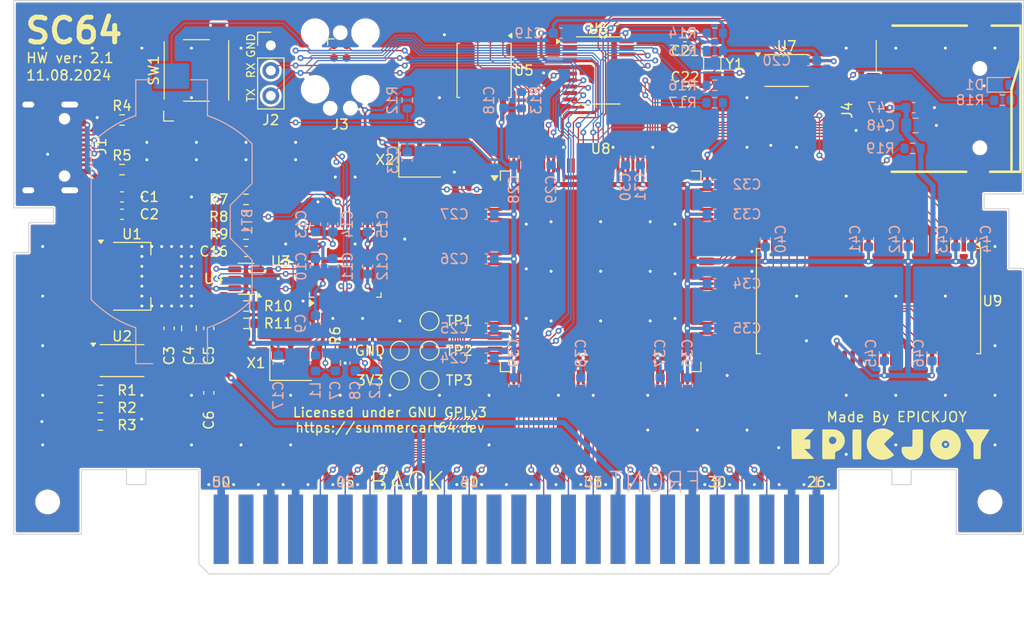
<source format=kicad_pcb>
(kicad_pcb (version 20240108) (generator "pcbnew") (generator_version "8.0")
  (title_block (title "SummerCart64") (date "2024-08-11") (rev "2.1") (company "Mateusz Faderewski"))
  (layers (0 "F.Cu" signal) (31 "B.Cu" signal) (34 "B.Paste" user) (35 "F.Paste" user) (36 "B.SilkS" user "B.Silkscreen") (37 "F.SilkS" user "F.Silkscreen") (38 "B.Mask" user) (39 "F.Mask" user) (44 "Edge.Cuts" user))
  (net 0 "")
  (net 1 "Net-(BT1-+)")
  (net 2 "Net-(U1-VO)")
  (net 3 "Net-(U3-VPHY)")
  (net 4 "Net-(U3-VPLL)")
  (net 5 "Net-(U3-VCCA)")
  (net 6 "Net-(U3-VCCCORE)")
  (net 7 "N64_AD15")
  (net 8 "N64_AD14")
  (net 9 "N64_AD13")
  (net 10 "N64_AD12")
  (net 11 "N64_AD11")
  (net 12 "N64_AD10")
  (net 13 "N64_AD9")
  (net 14 "N64_AD8")
  (net 15 "N64_CIC_DATA")
  (net 16 "N64_PIF_CLK")
  (net 17 "N64_JOYBUS")
  (net 18 "N64_AD0")
  (net 19 "N64_AD1")
  (net 20 "N64_AD2")
  (net 21 "N64_AD3")
  (net 22 "N64_ALEL")
  (net 23 "N64_ALEH")
  (net 24 "N64_AD4")
  (net 25 "N64_AD5")
  (net 26 "N64_AD6")
  (net 27 "N64_AD7")
  (net 28 "N64_CIC_CLK")
  (net 29 "N64_VIDEO_SYNC")
  (net 30 "SD_DAT2")
  (net 31 "SD_DAT3")
  (net 32 "SD_CMD")
  (net 33 "SD_CLK")
  (net 34 "SD_DAT0")
  (net 35 "SD_DAT1")
  (net 36 "SD_DET")
  (net 37 "SWDIO")
  (net 38 "SWCLK")
  (net 39 "UART_TX")
  (net 40 "UART_RX")
  (net 41 "JTAG_TDO")
  (net 42 "JTAG_TDI")
  (net 43 "JTAG_TCK")
  (net 44 "JTAG_TMS")
  (net 45 "Net-(U7-X1)")
  (net 46 "GND")
  (net 47 "I2C_SDA")
  (net 48 "I2C_SCL")
  (net 49 "RTC_MFP")
  (net 50 "+3V3")
  (net 51 "N64_3V3")
  (net 52 "+5V")
  (net 53 "FLASH_CS")
  (net 54 "FLASH_IO1")
  (net 55 "FLASH_IO2")
  (net 56 "FLASH_IO0")
  (net 57 "FLASH_CLK")
  (net 58 "FLASH_IO3")
  (net 59 "FTDI_D0")
  (net 60 "FTDI_D1")
  (net 61 "FTDI_D2")
  (net 62 "FTDI_D3")
  (net 63 "FTDI_D4")
  (net 64 "FTDI_D5")
  (net 65 "FTDI_D6")
  (net 66 "FTDI_D7")
  (net 67 "FTDI_C0")
  (net 68 "FTDI_C1")
  (net 69 "FTDI_C2")
  (net 70 "~{N64_WRITE}")
  (net 71 "~{N64_READ}")
  (net 72 "~{N64_RESET}")
  (net 73 "~{N64_INT}")
  (net 74 "~{N64_NMI}")
  (net 75 "SDRAM_DQ0")
  (net 76 "SDRAM_DQ1")
  (net 77 "SDRAM_DQ2")
  (net 78 "SDRAM_DQ3")
  (net 79 "SDRAM_DQ4")
  (net 80 "SDRAM_DQ5")
  (net 81 "SDRAM_DQ6")
  (net 82 "SDRAM_DQ7")
  (net 83 "SDRAM_DQ8")
  (net 84 "SDRAM_DQ9")
  (net 85 "SDRAM_DQ10")
  (net 86 "SDRAM_DQ11")
  (net 87 "SDRAM_DQ12")
  (net 88 "SDRAM_DQ13")
  (net 89 "SDRAM_DQ14")
  (net 90 "SDRAM_DQ15")
  (net 91 "FPGA_CLK")
  (net 92 "MCU_CS")
  (net 93 "MCU_MOSI")
  (net 94 "MCU_MISO")
  (net 95 "MCU_INT")
  (net 96 "SDRAM_DQML")
  (net 97 "~{SDRAM_WE}")
  (net 98 "~{SDRAM_CAS}")
  (net 99 "~{SDRAM_RAS}")
  (net 100 "~{SDRAM_CS}")
  (net 101 "SDRAM_BA0")
  (net 102 "SDRAM_BA1")
  (net 103 "SDRAM_A10")
  (net 104 "SDRAM_A0")
  (net 105 "SDRAM_A1")
  (net 106 "SDRAM_A2")
  (net 107 "SDRAM_A3")
  (net 108 "SDRAM_A4")
  (net 109 "SDRAM_A5")
  (net 110 "SDRAM_A6")
  (net 111 "SDRAM_A7")
  (net 112 "SDRAM_A8")
  (net 113 "SDRAM_A9")
  (net 114 "SDRAM_A11")
  (net 115 "SDRAM_A12")
  (net 116 "SDRAM_CLK")
  (net 117 "SDRAM_DQMH")
  (net 118 "FTDI_C3")
  (net 119 "FTDI_C4")
  (net 120 "FTDI_C5")
  (net 121 "FTDI_C6")
  (net 122 "LED")
  (net 123 "TEST1")
  (net 124 "TEST2")
  (net 125 "FTDI_C7")
  (net 126 "USB_D+")
  (net 127 "USB_D-")
  (net 128 "Net-(U7-X2)")
  (net 129 "BUTTON")
  (net 130 "Net-(D1-A)")
  (net 131 "TEST3")
  (net 132 "MCU_SCLK")
  (net 133 "Net-(USB1-CC2)")
  (net 134 "Net-(USB1-CC1)")
  (net 141 "USB_EEDATA")
  (net 142 "USB_CLK")
  (net 143 "Net-(U2-VSNS)")
  (net 144 "Net-(U2-ILM)")
  (net 145 "Net-(U3-REF)")
  (net 146 "USB_EECLK")
  (net 147 "USB_EECS")
  (net 148 "Net-(U3-~{RESET})")
  (net 149 "Net-(U4-DO)")
  (net 150 "Net-(U6-NRST)")
  (footprint "Library:MountingHole_2mm" (layer "F.Cu") (at 197.5 128.25)
    (property "Reference" "REF**" (hide yes))
    (property "Value" "MountingHole_2mm" (hide yes))
  )
  (footprint "Library:R_0603_1608Metric" (layer "F.Cu") (at 107.825 117 180)
    (property "Reference" "R1")
    (property "Value" "1k")
  )
  (footprint "Library:logo-20mm" (layer "F.Cu") (at 187.475 122.425)
    (property "Reference" "G***" (hide yes))
    (property "Value" "LOGO" (hide yes))
  )
  (footprint "Library:LQFP-48_7x7mm_P0.5mm" (layer "F.Cu") (at 132.5 104 90)
    (property "Reference" "U3")
    (property "Value" "FT232HL")
  )
  (footprint "Library:C_0603_1608Metric" (layer "F.Cu") (at 118.75 110.75 90)
    (property "Reference" "C5")
    (property "Value" "100nF")
  )
  (footprint "Library:SW_SPST_Omron_B3FS-105xP" (layer "F.Cu") (at 117.5 84.75 90)
    (property "Reference" "SW1")
    (property "Value" "B3FS-1050")
  )
  (footprint "Library:TestPoint_Pad_D1.5mm" (layer "F.Cu") (at 138 113)
    (property "Reference" "GND1" (hide yes))
    (property "Value" "TestPoint" (hide yes))
  )
  (footprint "Library:R_0603_1608Metric" (layer "F.Cu") (at 122.5 110.25 180)
    (property "Reference" "R11")
    (property "Value" "10k")
  )
  (footprint "Library:C_0603_1608Metric" (layer "F.Cu") (at 166.75 81.35 180)
    (property "Reference" "C21")
    (property "Value" "7pF")
  )
  (footprint "Library:C_0603_1608Metric" (layer "F.Cu") (at 110 97.5)
    (property "Reference" "C1")
    (property "Value" "4.7uF")
  )
  (footprint "Library:TSSOP-8_4.4x3mm_P0.65mm" (layer "F.Cu") (at 177 84.75)
    (property "Reference" "U7")
    (property "Value" "MCP7940N-x/ST")
  )
  (footprint "Library:SOT-23-6" (layer "F.Cu") (at 122.5 105.75 180)
    (property "Reference" "U4")
    (property "Value" "93AA56Bx-x/OT")
  )
  (footprint "Library:R_0603_1608Metric" (layer "F.Cu") (at 122.5 99.5)
    (property "Reference" "R8")
    (property "Value" "10k")
  )
  (footprint "Library:TSOP-II-54_22.2x10.16mm_P0.8mm" (layer "F.Cu") (at 185.25 108 -90)
    (property "Reference" "U9")
    (property "Value" "IS42S16320F-7TL")
  )
  (footprint "Library:SOIC-8_5.23x5.23mm_P1.27mm" (layer "F.Cu") (at 146.5 84.75 -90)
    (property "Reference" "U5")
    (property "Value" "W25Q128JVSIQ")
  )
  (footprint "Library:C_0603_1608Metric" (layer "F.Cu") (at 114.75 110.75 90)
    (property "Reference" "C3")
    (property "Value" "100nF")
  )
  (footprint "Library:TestPoint_Pad_D1.5mm" (layer "F.Cu") (at 138 116)
    (property "Reference" "3V1" (hide yes))
    (property "Value" "TestPoint" (hide yes))
  )
  (footprint "Library:R_0603_1608Metric" (layer "F.Cu") (at 107.825 118.75)
    (property "Reference" "R2")
    (property "Value" "330R")
  )
  (footprint "Library:TF-SMD_TF-01A" (layer "F.Cu") (at 191 87.6 90)
    (property "Reference" "J4")
    (property "Value" "104031-0811")
  )
  (footprint "Library:TQFP-144_20x20mm_P0.5mm" (layer "F.Cu") (at 158.25 105)
    (property "Reference" "U8")
    (property "Value" "LCMXO2-7000HC-6TG144x")
  )
  (footprint "Library:R_0603_1608Metric" (layer "F.Cu") (at 131.5 114.25 90)
    (property "Reference" "R6")
    (property "Value" "12k 1%")
  )
  (footprint "Library:C_0603_1608Metric" (layer "F.Cu") (at 122.5 103 180)
    (property "Reference" "C16")
    (property "Value" "100nF")
  )
  (footprint "Library:TSSOP-8_4.4x3mm_P0.65mm" (layer "F.Cu") (at 110 114)
    (property "Reference" "U2")
    (property "Value" "TPS2111A")
  )
  (footprint "Library:TestPoint_Pad_D1.5mm" (layer "F.Cu") (at 141 110)
    (property "Reference" "TP1")
    (property "Value" "TestPoint" (hide yes))
  )
  (footprint "Library:R_0603_1608Metric" (layer "F.Cu") (at 122.5 97.75)
    (property "Reference" "R7")
    (property "Value" "12k")
  )
  (footprint "Library:PinHeader_1x03_P2.54mm_Vertical" (layer "F.Cu") (at 125 82.225)
    (property "Reference" "J2")
    (property "Value" "Conn_01x03_Male")
  )
  (footprint "Library:Crystal_SMD_3215-2Pin_3.2x1.5mm" (layer "F.Cu") (at 169.5 84.1 90)
    (property "Reference" "Y1")
    (property "Value" "32.768KHz")
  )
  (footprint "Library:TestPoint_Pad_D1.5mm" (layer "F.Cu") (at 141 113)
    (property "Reference" "TP2")
    (property "Value" "TestPoint" (hide yes))
  )
  (footprint "Library:N64_Edge" (layer "F.Cu") (at 150 125)
    (property "Reference" "J_N1" (hide yes))
    (property "Value" "N64_Cartridge")
    (fp_line (start -32.25 9.5) (end -32.25 0) (stroke (width 0.1)) (layer "Edge.Cuts"))
    (fp_line (start -32.25 9.5) (end -31.25 10.5) (stroke (width 0.1)) (layer "Edge.Cuts"))
    (fp_line (start 0 10.5) (end -31.25 10.5) (stroke (width 0.1)) (layer "Edge.Cuts"))
    (fp_line (start 0 10.5) (end 31.25 10.5) (stroke (width 0.1)) (layer "Edge.Cuts"))
    (fp_line (start 31.25 10.5) (end 32.25 9.5) (stroke (width 0.1)) (layer "Edge.Cuts"))
    (fp_line (start 32.25 9.5) (end 32.25 0) (stroke (width 0.1)) (layer "Edge.Cuts"))
  )
  (footprint "Library:Tag-Connect_TC2050-IDC-FP_2x05_P1.27mm_Vertical" (layer "F.Cu") (at 132 84.75 -90)
    (property "Reference" "J3")
    (property "Value" "TC2050-FP")
  )
  (footprint "Library:R_0603_1608Metric" (layer "F.Cu") (at 122.5 101.25 180)
    (property "Reference" "R9")
    (property "Value" "5.1k")
  )
  (footprint "Library:C_0805_2012Metric" (layer "F.Cu") (at 116.75 110.75 90)
    (property "Reference" "C4")
    (property "Value" "47uF")
  )
  (footprint "Resistor_SMD:R_0603_1608Metric" (layer "F.Cu") (at 110 94.75)
    (property "Reference" "R5")
    (property "Value" "5.1k")
  )
  (footprint "Library:HRO-TYPE-C-31-M-12-Assembly" (layer "F.Cu") (at 97.95 92.51 -90)
    (property "Reference" "J1")
    (property "Value" "HRO-TYPE-C-31-M-12" (hide yes))
  )
  (footprint "Library:MountingHole_2mm" (layer "F.Cu") (at 102.5 128.25)
    (property "Reference" "REF**" (hide yes))
    (property "Value" "MountingHole_2mm" (hide yes))
  )
  (footprint "Library:C_0603_1608Metric" (layer "F.Cu") (at 118.75 117.25 -90)
    (property "Reference" "C6")
    (property "Value" "100nF")
  )
  (footprint "Library:R_0603_1608Metric" (layer "F.Cu") (at 122.5 108.5)
    (property "Reference" "R10")
    (property "Value" "2.2k")
  )
  (footprint "Library:SOT-223-3_TabPin2" (layer "F.Cu") (at 111 105.5)
    (property "Reference" "U1")
    (property "Value" "TC1264-3.3VDB")
  )
  (footprint "Library:Oscillator_SMD_SeikoEpson_SG8002CE-4Pin_3.2x2.5mm" (layer "F.Cu") (at 140 93.75)
    (property "Reference" "X2")
    (property "Value" "50MHz")
  )
  (footprint "Library:C_0603_1608Metric" (layer "F.Cu") (at 110 99.25)
    (property "Reference" "C2")
    (property "Value" "100nF")
  )
  (footprint "Resistor_SMD:R_0603_1608Metric" (layer "F.Cu") (at 110 89.75)
    (property "Reference" "R4")
    (property "Value" "5.1k")
  )
  (footprint "Library:Oscillator_SMD_SeikoEpson_SG8002CE-4Pin_3.2x2.5mm" (layer "F.Cu") (at 127 114.25)
    (property "Reference" "X1")
    (property "Value" "12MHz")
  )
  (footprint "Library:TSSOP-20_4.4x6.5mm_P0.65mm" (layer "F.Cu") (at 158 84.75)
    (property "Reference" "U6")
    (property "Value" "STM32G030F6P6")
  )
  (footprint "Library:R_0603_1608Metric" (layer "F.Cu") (at 107.825 120.5)
    (property "Reference" "R3")
    (property "Value" "470R")
  )
  (footprint "Library:TestPoint_Pad_D1.5mm" (layer "F.Cu") (at 141 116)
    (property "Reference" "TP3")
    (property "Value" "TestPoint" (hide yes))
  )
  (footprint "Library:C_0603_1608Metric" (layer "F.Cu") (at 166.75 86.85)
    (property "Reference" "C22")
    (property "Value" "7pF")
  )
  (footprint "Library:LED_0603_1608Metric" (layer "B.Cu") (at 198.7 86.2)
    (property "Reference" "D1")
    (property "Value" "150060RS75000")
  )
  (footprint "Library:C_0603_1608Metric" (layer "B.Cu") (at 129.5 110.25 -90)
    (property "Reference" "C9")
    (property "Value" "100nF")
  )
  (footprint "Library:R_0603_1608Metric" (layer "B.Cu") (at 138.75 87.75 90)
    (property "Reference" "R12")
    (property "Value" "10k")
  )
  (footprint "Library:C_0603_1608Metric" (layer "B.Cu") (at 146.75 110.75 180)
    (property "Reference" "C25")
    (property "Value" "100nF")
  )
  (footprint "Library:C_0603_1608Metric" (layer "B.Cu") (at 156.25 116.5 -90)
    (property "Reference" "C38")
    (property "Value" "100nF")
  )
  (footprint "Library:C_0603_1608Metric" (layer "B.Cu") (at 169.75 110.75)
    (property "Reference" "C35")
    (property "Value" "100nF")
  )
  (footprint "Library:C_0603_1608Metric" (layer "B.Cu") (at 153.25 93.5 90)
    (property "Reference" "C29")
    (property "Value" "100nF")
  )
  (footprint "Library:C_0603_1608Metric" (layer "B.Cu") (at 131.25 104.5 -90)
    (property "Reference" "C11")
    (property "Value" "100nF")
  )
  (footprint "Library:R_0603_1608Metric" (layer "B.Cu") (at 189.7 92.6)
    (property "Reference" "R19")
    (property "Value" "10k")
  )
  (footprint "Library:R_0603_1608Metric" (layer "B.Cu") (at 169.75 88)
    (property "Reference" "R17")
    (property "Value" "10k")
  )
  (footprint "Library:C_0603_1608Metric" (layer "B.Cu") (at 162.25 93.5 90)
    (property "Reference" "C31")
    (property "Value" "100nF")
  )
  (footprint "Library:C_0603_1608Metric" (layer "B.Cu") (at 146.75 103.75 180)
    (property "Reference" "C26")
    (property "Value" "100nF")
  )
  (footprint "Library:C_0603_1608Metric" (layer "B.Cu") (at 194.05 101.75 90)
    (property "Reference" "C43")
    (property "Value" "100nF")
  )
  (footprint "Library:C_0603_1608Metric" (layer "B.Cu") (at 189.25 101.75 90)
    (property "Reference" "C42")
    (property "Value" "100nF")
  )
  (footprint "Library:C_0603_1608Metric" (layer "B.Cu") (at 186.85 113.25 90)
    (property "Reference" "C45")
    (property "Value" "100nF")
  )
  (footprint "Library:C_0603_1608Metric" (layer "B.Cu") (at 138.75 93.75 -90)
    (property "Reference" "C23")
    (property "Value" "100nF")
  )
  (footprint "Library:C_0603_1608Metric" (layer "B.Cu") (at 129.5 100.25 -90)
    (property "Reference" "C13")
    (property "Value" "100nF")
  )
  (footprint "Library:C_0603_1608Metric" (layer "B.Cu") (at 174.85 101.75 90)
    (property "Reference" "C40")
    (property "Value" "100nF")
  )
  (footprint "Library:R_0603_1608Metric" (layer "B.Cu") (at 150.25 87.75 -90)
    (property "Reference" "R13")
    (property "Value" "10k")
  )
  (footprint "Library:R_0603_1608Metric" (layer "B.Cu") (at 169.75 82.75)
    (property "Reference" "R15")
    (property "Value" "2.2k")
  )
  (footprint "Library:C_0603_1608Metric" (layer "B.Cu") (at 149.5 116.5 -90)
    (property "Reference" "C39")
    (property "Value" "100nF")
  )
  (footprint "Library:C_0603_1608Metric" (layer "B.Cu") (at 131.25 100.25 -90)
    (property "Reference" "C14")
    (property "Value" "100nF")
  )
  (footprint "Library:BatteryHolder_Keystone_1058_1x2032" (layer "B.Cu") (at 115 100 -90)
    (property "Reference" "BT1")
    (property "Value" "1058")
  )
  (footprint "Library:C_0603_1608Metric" (layer "B.Cu") (at 134.75 104.5 90)
    (property "Reference" "C12")
    (property "Value" "100nF")
  )
  (footprint "Library:C_0603_1608Metric" (layer "B.Cu") (at 160.75 93.5 90)
    (property "Reference" "C30")
    (property "Value" "100nF")
  )
  (footprint "Library:C_0603_1608Metric" (layer "B.Cu") (at 179.25 83.75 180)
    (property "Reference" "C20")
    (property "Value" "100nF")
  )
  (footprint "Library:L_0603_1608Metric" (layer "B.Cu") (at 135.5 114.25 -90)
    (property "Reference" "L2")
    (property "Value" "220R @ 100MHz")
  )
  (footprint "Library:C_0603_1608Metric" (layer "B.Cu") (at 185.25 101.75 90)
    (property "Reference" "C41")
    (property "Value" "100nF")
  )
  (footprint "Library:C_0603_1608Metric" (layer "B.Cu") (at 133.5 114.25 90)
    (property "Reference" "C8")
    (property "Value" "100nF")
  )
  (footprint "Library:C_0603_1608Metric" (layer "B.Cu") (at 146.75 99.25 180)
    (property "Reference" "C27")
    (property "Value" "100nF")
  )
  (footprint "Library:C_0603_1608Metric" (layer "B.Cu") (at 169.75 96.25)
    (property "Reference" "C32")
    (property "Value" "100nF")
  )
  (footprint "Library:R_0603_1608Metric" (layer "B.Cu") (at 169.75 81)
    (property "Reference" "R14")
    (property "Value" "2.2k")
  )
  (footprint "Library:C_0603_1608Metric" (layer "B.Cu") (at 169.75 99.25)
    (property "Reference" "C33")
    (property "Value" "100nF")
  )
  (footprint "Library:C_0603_1608Metric" (layer "B.Cu") (at 191.65 113.25 90)
    (property "Reference" "C46")
    (property "Value" "100nF")
  )
  (footprint "Library:C_0603_1608Metric" (layer "B.Cu") (at 131.5 114.25 -90)
    (property "Reference" "C7")
    (property "Value" "100nF")
  )
  (footprint "Library:C_0603_1608Metric" (layer "B.Cu") (at 167 116.5 -90)
    (property "Reference" "C36")
    (property "Value" "100nF")
  )
  (footprint "Library:C_0603_1608Metric" (layer "B.Cu") (at 146.75 113.75 180)
    (property "Reference" "C24")
    (property "Value" "100nF")
  )
  (footprint "Library:R_0603_1608Metric" (layer "B.Cu") (at 169.75 86.25 180)
    (property "Reference" "R16")
    (property "Value" "10k")
  )
  (footprint "Library:C_0603_1608Metric" (layer "B.Cu") (at 189.8 88.5)
    (property "Reference" "C47")
    (property "Value" "100nF")
  )
  (footprint "Library:C_0603_1608Metric" (layer "B.Cu") (at 148.5 87.75 90)
    (property "Reference" "C18")
    (property "Value" "100nF")
  )
  (footprint "Library:C_0805_2012Metric" (layer "B.Cu") (at 190 90.3)
    (property "Reference" "C48")
    (property "Value" "47uF")
  )
  (footprint "Library:C_0603_1608Metric" (layer "B.Cu") (at 125.75 114.25 -90)
    (property "Reference" "C17")
    (property "Value" "100nF")
  )
  (footprint "Library:C_0603_1608Metric" (layer "B.Cu") (at 164.25 116.5 -90)
    (property "Reference" "C37")
    (property "Value" "100nF")
  )
  (footprint "Library:L_0603_1608Metric" (layer "B.Cu") (at 129.5 114.25 -90)
    (property "Reference" "L1")
    (property "Value" "220R @ 100MHz")
  )
  (footprint "Library:C_0603_1608Metric" (layer "B.Cu") (at 129.5 104.5 -90)
    (property "Reference" "C10")
    (property "Value" "100nF")
  )
  (footprint "Library:C_0603_1608Metric" (layer "B.Cu") (at 169.75 106.25)
    (property "Reference" "C34")
    (property "Value" "100nF")
  )
  (footprint "Library:C_0603_1608Metric" (layer "B.Cu") (at 149.5 93.5 90)
    (property "Reference" "C28")
    (property "Value" "100nF")
  )
  (footprint "Library:C_0603_1608Metric" (layer "B.Cu") (at 195.65 101.75 90)
    (property "Reference" "C44")
    (property "Value" "100nF")
  )
  (footprint "Library:C_0603_1608Metric" (layer "B.Cu") (at 154.25 81)
    (property "Reference" "C19")
    (property "Value" "100nF")
  )
  (footprint "Library:R_0603_1608Metric" (layer "B.Cu") (at 198.75 87.75)
    (property "Reference" "R18")
    (property "Value" "1k")
  )
  (footprint "Library:C_0603_1608Metric" (layer "B.Cu") (at 134.75 100.25 90)
    (property "Reference" "C15")
    (property "Value" "100nF")
  )
  (gr_line (start 112.4 126.5) (end 112.4 125) (stroke (width 0.1)) (layer "Edge.Cuts"))
  (gr_line (start 105.9 131.5) (end 105.9 125) (stroke (width 0.1)) (layer "Edge.Cuts"))
  (gr_line (start 200.9 104.7) (end 199.4 104.7) (stroke (width 0.1)) (layer "Edge.Cuts"))
  (gr_line (start 182.25 125) (end 187.6 125) (stroke (width 0.1)) (layer "Edge.Cuts"))
  (gr_line (start 110.45 125) (end 110.45 126.5) (stroke (width 0.1)) (layer "Edge.Cuts"))
  (gr_line (start 199.4 98.7) (end 196.9 98.7) (stroke (width 0.1)) (layer "Edge.Cuts"))
  (gr_line (start 189.55 126.5) (end 189.55 125) (stroke (width 0.1)) (layer "Edge.Cuts"))
  (gr_line (start 103.1 100.1) (end 103.1 98.6) (stroke (width 0.1)) (layer "Edge.Cuts"))
  (gr_line (start 194.1 125) (end 194.1 131.5) (stroke (width 0.1)) (layer "Edge.Cuts"))
  (gr_line (start 110.45 126.5) (end 112.4 126.5) (stroke (width 0.1)) (layer "Edge.Cuts"))
  (gr_line (start 199.4 104.7) (end 199.4 98.7) (stroke (width 0.1)) (layer "Edge.Cuts"))
  (gr_line (start 105.9 125) (end 110.45 125) (stroke (width 0.1)) (layer "Edge.Cuts"))
  (gr_line (start 200.9 131.5) (end 200.9 104.7) (stroke (width 0.1)) (layer "Edge.Cuts"))
  (gr_line (start 99.1 77.7) (end 200.9 77.7) (stroke (width 0.1)) (layer "Edge.Cuts"))
  (gr_line (start 99.1 98.6) (end 99.1 77.7) (stroke (width 0.1)) (layer "Edge.Cuts"))
  (gr_line (start 194.1 131.5) (end 200.9 131.5) (stroke (width 0.1)) (layer "Edge.Cuts"))
  (gr_line (start 187.6 126.5) (end 189.55 126.5) (stroke (width 0.1)) (layer "Edge.Cuts"))
  (gr_line (start 99.1 131.5) (end 105.9 131.5) (stroke (width 0.1)) (layer "Edge.Cuts"))
  (gr_line (start 187.6 125) (end 187.6 126.5) (stroke (width 0.1)) (layer "Edge.Cuts"))
  (gr_line (start 99.1 131.5) (end 99.1 103.1) (stroke (width 0.1)) (layer "Edge.Cuts"))
  (gr_line (start 200.9 77.7) (end 200.9 97.2) (stroke (width 0.1)) (layer "Edge.Cuts"))
  (gr_line (start 100.6 103.1) (end 100.6 100.1) (stroke (width 0.1)) (layer "Edge.Cuts"))
  (gr_line (start 103.1 98.6) (end 99.1 98.6) (stroke (width 0.1)) (layer "Edge.Cuts"))
  (gr_line (start 196.9 97.2) (end 200.9 97.2) (stroke (width 0.1)) (layer "Edge.Cuts"))
  (gr_line (start 112.4 125) (end 117.75 125) (stroke (width 0.1)) (layer "Edge.Cuts"))
  (gr_line (start 100.6 100.1) (end 103.1 100.1) (stroke (width 0.1)) (layer "Edge.Cuts"))
  (gr_line (start 189.55 125) (end 194.1 125) (stroke (width 0.1)) (layer "Edge.Cuts"))
  (gr_line (start 196.9 98.7) (end 196.9 97.2) (stroke (width 0.1)) (layer "Edge.Cuts"))
  (gr_line (start 99.1 103.1) (end 100.6 103.1) (stroke (width 0.1)) (layer "Edge.Cuts"))
  (gr_text "RX" (at 123 84.75 90) (layer "F.SilkS") (effects (font (size 0.8 0.8) (thickness 0.125))))
  (gr_text "TX" (at 123 87.25 90) (layer "F.SilkS") (effects (font (size 0.8 0.8) (thickness 0.125))))
  (gr_text "Made By EPICKJOY" (at 180.925 120.275 0) (layer "F.SilkS") (effects (font (size 1 1)) (justify left bottom)))
  (gr_text "HW ver: 2.1" (at 100.25 83.5 0) (layer "F.SilkS") (effects (font (size 1 1)) (justify left)))
  (gr_text "11.08.2024" (at 100.25 85.25 0) (layer "F.SilkS") (effects (font (size 1 1)) (justify left)))
  (gr_text "GND" (at 135 113 0) (layer "F.SilkS") (effects (font (size 1 1))))
  (gr_text "Licensed under GNU GPLv3\nhttps://summercart64.dev" (at 137 120 0) (layer "F.SilkS") (effects (font (size 0.95 0.95))))
  (gr_text "3V3" (at 135 116 0) (layer "F.SilkS") (effects (font (size 1 1))))
  (gr_text "GND" (at 123 82.25 90) (layer "F.SilkS") (effects (font (size 0.8 0.8) (thickness 0.125))))
  (gr_text "SC64" (at 100 80.75 0) (layer "F.SilkS") (effects (font (size 2.5 2.5) (thickness 0.5)) (justify left)))
  (segment (start 172.325 85.075) (end 172.25 85) (width 0.127) (layer "F.Cu") (net 1))
  (segment (start 174.1375 85.075) (end 172.325 85.075) (width 0.127) (layer "F.Cu") (net 1))
  (via (at 172.25 85) (size 0.6) (drill 0.3) (layers "F.Cu" "B.Cu") (net 1))
  (segment (start 129 82.73592) (end 136.079955 82.73592) (width 0.127) (layer "B.Cu") (net 1))
  (segment (start 164.47888 82.22888) (end 167.25 85) (width 0.127) (layer "B.Cu") (net 1))
  (segment (start 137.579956 81.23592) (end 139.420046 81.23592) (width 0.127) (layer "B.Cu") (net 1))
  (segment (start 126.26408 80) (end 129 82.73592) (width 0.127) (layer "B.Cu") (net 1))
  (segment (start 167.25 85) (end 172.25 85) (width 0.127) (layer "B.Cu") (net 1))
  (segment (start 115 81.25) (end 116.25 80) (width 0.127) (layer "B.Cu") (net 1))
  (segment (start 136.079955 82.73592) (end 137.579956 81.23592) (width 0.127) (layer "B.Cu") (net 1))
  (segment (start 116.25 80) (end 126.26408 80) (width 0.127) (layer "B.Cu") (net 1))
  (segment (start 139.420046 81.23592) (end 140.413006 82.22888) (width 0.127) (layer "B.Cu") (net 1))
  (segment (start 140.413006 82.22888) (end 164.47888 82.22888) (width 0.127) (layer "B.Cu") (net 1))
  (segment (start 115 85.35) (end 115 81.25) (width 0.127) (layer "B.Cu") (net 1))
  (segment (start 108.65 117) (end 110.275 115.375) (width 0.127) (layer "F.Cu") (net 2))
  (segment (start 107.85 107.8) (end 107.85 110.6) (width 0.508) (layer "F.Cu") (net 2))
  (segment (start 112.8625 112.1375) (end 113.475 111.525) (width 0.508) (layer "F.Cu") (net 2))
  (segment (start 112.8625 113.025) (end 110.275 113.025) (width 0.508) (layer "F.Cu") (net 2))
  (segment (start 113.475 111.525) (end 114.75 111.525) (width 0.508) (layer "F.Cu") (net 2))
  (segment (start 110.275 115.375) (end 110.275 113.025) (width 0.127) (layer "F.Cu") (net 2))
  (segment (start 112.8625 113.025) (end 112.8625 112.1375) (width 0.508) (layer "F.Cu") (net 2))
  (segment (start 107.85 110.6) (end 110.275 113.025) (width 0.508) (layer "F.Cu") (net 2))
  (segment (start 130.5 112.375) (end 130.75 112.125) (width 0.127) (layer "F.Cu") (net 3))
  (segment (start 130.75 112.125) (end 130.75 108.1625) (width 0.127) (layer "F.Cu") (net 3))
  (segment (start 130.5 114.25) (end 130.5 112.375) (width 0.127) (layer "F.Cu") (net 3))
  (via (at 130.5 114.25) (size 0.6) (drill 0.3) (layers "F.Cu" "B.Cu") (net 3))
  (segment (start 129.5 115.0375) (end 130.2125 115.0375) (width 0.127) (layer "B.Cu") (net 3))
  (segment (start 130.2125 115.0375) (end 130.5 114.75) (width 0.127) (layer "B.Cu") (net 3))
  (segment (start 130.775 115.025) (end 130.5 114.75) (width 0.127) (layer "B.Cu") (net 3))
  (segment (start 131.5 115.025) (end 130.775 115.025) (width 0.127) (layer "B.Cu") (net 3))
  (segment (start 130.5 114.75) (end 130.5 114.25) (width 0.127) (layer "B.Cu") (net 3))
  (segment (start 133.25 113) (end 133.25 108.1625) (width 0.127) (layer "F.Cu") (net 4))
  (segment (start 134.5 114.25) (end 133.25 113) (width 0.127) (layer "F.Cu") (net 4))
  (via (at 134.5 114.25) (size 0.6) (drill 0.3) (layers "F.Cu" "B.Cu") (net 4))
  (segment (start 134.225 115.025) (end 134.5 114.75) (width 0.127) (layer "B.Cu") (net 4))
  (segment (start 135.5 115.0375) (end 134.7875 115.0375) (width 0.127) (layer "B.Cu") (net 4))
  (segment (start 134.7875 115.0375) (end 134.5 114.75) (width 0.127) (layer "B.Cu") (net 4))
  (segment (start 133.5 115.025) (end 134.225 115.025) (width 0.127) (layer "B.Cu") (net 4))
  (segment (start 134.5 114.75) (end 134.5 114.25) (width 0.127) (layer "B.Cu") (net 4))
  (segment (start 128.3375 100.3375) (end 128.25 100.25) (width 0.127) (layer "F.Cu") (net 5))
  (segment (start 128.3375 101.25) (end 128.3375 100.3375) (width 0.127) (layer "F.Cu") (net 5))
  (via (at 128.25 100.25) (size 0.6) (drill 0.3) (layers "F.Cu" "B.Cu") (net 5))
  (segment (start 128.725 100.25) (end 129.5 101.025) (width 0.127) (layer "B.Cu") (net 5))
  (segment (start 128.25 100.25) (end 128.725 100.25) (width 0.127) (layer "B.Cu") (net 5))
  (segment (start 128.3375 101.75) (end 130.75 101.75) (width 0.127) (layer "F.Cu") (net 6))
  (segment (start 130.75 101.75) (end 131.25 102.25) (width 0.127) (layer "F.Cu") (net 6))
  (via (at 131.25 102.25) (size 0.6) (drill 0.3) (layers "F.Cu" "B.Cu") (net 6))
  (segment (start 131.25 102.25) (end 131.25 101.025) (width 0.127) (layer "B.Cu") (net 6))
  (segment (start 160.5 115.6625) (end 160.5 121.381744) (width 0.127) (layer "F.Cu") (net 7))
  (segment (start 160.5 121.381744) (end 161.593616 122.47536) (width 0.127) (layer "F.Cu") (net 7))
  (segment (start 161.593616 122.47536) (end 171.22536 122.47536) (width 0.127) (layer "F.Cu") (net 7))
  (segment (start 171.22536 122.47536) (end 173.75 125) (width 0.127) (layer "F.Cu") (net 7))
  (via (at 173.75 125) (size 0.6) (drill 0.3) (layers "F.Cu" "B.Cu") (net 7))
  (segment (start 175 131) (end 175 126.25) (width 0.127) (layer "B.Cu") (net 7))
  (segment (start 175 126.25) (end 173.75 125) (width 0.127) (layer "B.Cu") (net 7))
  (segment (start 161.383592 122.9824) (end 169.2324 122.9824) (width 0.127) (layer "F.Cu") (net 8))
  (segment (start 159.5 121.098808) (end 161.383592 122.9824) (width 0.127) (layer "F.Cu") (net 8))
  (segment (start 159.5 115.6625) (end 159.5 121.098808) (width 0.127) (layer "F.Cu") (net 8))
  (segment (start 169.2324 122.9824) (end 171.25 125) (width 0.127) (layer "F.Cu") (net 8))
  (via (at 171.25 125) (size 0.6) (drill 0.3) (layers "F.Cu" "B.Cu") (net 8))
  (segment (start 172.5 126.25) (end 171.25 125) (width 0.127) (layer "B.Cu") (net 8))
  (segment (start 172.5 131) (end 172.5 126.25) (width 0.127) (layer "B.Cu") (net 8))
  (segment (start 158.5 120.815872) (end 161.173568 123.48944) (width 0.127) (layer "F.Cu") (net 9))
  (segment (start 161.173568 123.48944) (end 167.23944 123.48944) (width 0.127) (layer "F.Cu") (net 9))
  (segment (start 167.23944 123.48944) (end 168.75 125) (width 0.127) (layer "F.Cu") (net 9))
  (segment (start 158.5 115.6625) (end 158.5 120.815872) (width 0.127) (layer "F.Cu") (net 9))
  (via (at 168.75 125) (size 0.6) (drill 0.3) (layers "F.Cu" "B.Cu") (net 9))
  (segment (start 170 131) (end 170 126.25) (width 0.127) (layer "B.Cu") (net 9))
  (segment (start 170 126.25) (end 168.75 125) (width 0.127) (layer "B.Cu") (net 9))
  (segment (start 162.74648 123.99648) (end 163.75 125) (width 0.127) (layer "F.Cu") (net 10))
  (segment (start 157 120.032936) (end 160.963544 123.99648) (width 0.127) (layer "F.Cu") (net 10))
  (segment (start 160.963544 123.99648) (end 162.74648 123.99648) (width 0.127) (layer "F.Cu") (net 10))
  (segment (start 157 115.6625) (end 157 120.032936) (width 0.127) (layer "F.Cu") (net 10))
  (via (at 163.75 125) (size 0.6) (drill 0.3) (layers "F.Cu" "B.Cu") (net 10))
  (segment (start 165 126.25) (end 163.75 125) (width 0.127) (layer "B.Cu") (net 10))
  (segment (start 165 131) (end 165 126.25) (width 0.127) (layer "B.Cu") (net 10))
  (segment (start 153 121.3) (end 153.75 122.05) (width 0.127) (layer "F.Cu") (net 11))
  (segment (start 153.75 122.05) (end 153.75 125) (width 0.127) (layer "F.Cu") (net 11))
  (segment (start 153 115.6625) (end 153 121.3) (width 0.127) (layer "F.Cu") (net 11))
  (via (at 153.75 125) (size 0.6) (drill 0.3) (layers "F.Cu" "B.Cu") (net 11))
  (segment (start 155 126.25) (end 153.75 125) (width 0.127) (layer "B.Cu") (net 11))
  (segment (start 155 131) (end 155 126.25) (width 0.127) (layer "B.Cu") (net 11))
  (segment (start 152 122.367063) (end 151.25 123.117063) (width 0.127) (layer "F.Cu") (net 12))
  (segment (start 151.25 123.117063) (end 151.25 125) (width 0.127) (layer "F.Cu") (net 12))
  (segment (start 152 115.6625) (end 152 122.367063) (width 0.127) (layer "F.Cu") (net 12))
  (via (at 151.25 125) (size 0.6) (drill 0.3) (layers "F.Cu" "B.Cu") (net 12))
  (segment (start 152.5 126.25) (end 151.25 125) (width 0.127) (layer "B.Cu") (net 12))
  (segment (start 152.5 131) (end 152.5 126.25) (width 0.127) (layer "B.Cu") (net 12))
  (segment (start 147.23944 124.01056) (end 146.25 125) (width 0.127) (layer "F.Cu") (net 13))
  (segment (start 149.68944 124.01056) (end 147.23944 124.01056) (width 0.127) (layer "F.Cu") (net 13))
  (segment (start 151.5 115.6625) (end 151.5 122.2) (width 0.127) (layer "F.Cu") (net 13))
  (segment (start 151.5 122.2) (end 149.68944 124.01056) (width 0.127) (layer "F.Cu") (net 13))
  (via (at 146.25 125) (size 0.6) (drill 0.3) (layers "F.Cu" "B.Cu") (net 13))
  (segment (start 145 131) (end 145 126.25) (width 0.127) (layer "B.Cu") (net 13))
  (segment (start 145 126.25) (end 146.25 125) (width 0.127) (layer "B.Cu") (net 13))
  (segment (start 150.5 115.6625) (end 150.5 122.358531) (width 0.127) (layer "F.Cu") (net 14))
  (segment (start 150.5 122.358531) (end 149.355011 123.50352) (width 0.127) (layer "F.Cu") (net 14))
  (segment (start 145.24648 123.50352) (end 143.75 125) (width 0.127) (layer "F.Cu") (net 14))
  (segment (start 149.355011 123.50352) (end 145.24648 123.50352) (width 0.127) (layer "F.Cu") (net 14))
  (via (at 143.75 125) (size 0.6) (drill 0.3) (layers "F.Cu" "B.Cu") (net 14))
  (segment (start 142.5 131) (end 142.5 126.25) (width 0.127) (layer "B.Cu") (net 14))
  (segment (start 142.5 126.25) (end 143.75 125) (width 0.127) (layer "B.Cu") (net 14))
  (segment (start 153.75 112) (end 153.49296 112.25704) (width 0.127) (layer "F.Cu") (net 15))
  (segment (start 141.315033 124.01056) (end 139.73944 124.01056) (width 0.127) (layer "F.Cu") (net 15))
  (segment (start 145.5 119.825593) (end 141.315033 124.01056) (width 0.127) (layer "F.Cu") (net 15))
  (segment (start 153.49296 112.25704) (end 149.75 112.25704) (width 0.127) (layer "F.Cu") (net 15))
  (segment (start 145.5 113.75) (end 145.5 119.825593) (width 0.127) (layer "F.Cu") (net 15))
  (segment (start 148.75704 113.25) (end 147.5875 113.25) (width 0.127) (layer "F.Cu") (net 15))
  (segment (start 156.275 87.025) (end 156.5 87.25) (width 0.127) (layer "F.Cu") (net 15))
  (segment (start 147.5875 113.25) (end 146 113.25) (width 0.127) (layer "F.Cu") (net 15))
  (segment (start 139.73944 124.01056) (end 138.75 125) (width 0.127) (layer "F.Cu") (net 15))
  (segment (start 149.75 112.25704) (end 148.75704 113.25) (width 0.127) (layer "F.Cu") (net 15))
  (segment (start 146 113.25) (end 145.5 113.75) (width 0.127) (layer "F.Cu") (net 15))
  (segment (start 155.1375 87.025) (end 156.275 87.025) (width 0.127) (layer "F.Cu") (net 15))
  (via (at 153.75 112) (size 0.6) (drill 0.3) (layers "F.Cu" "B.Cu") (net 15))
  (via (at 138.75 125) (size 0.6) (drill 0.3) (layers "F.Cu" "B.Cu") (net 15))
  (via (at 156.5 87.25) (size 0.6) (drill 0.3) (layers "F.Cu" "B.Cu") (net 15))
  (segment (start 137.5 131) (end 137.5 126.25) (width 0.127) (layer "B.Cu") (net 15))
  (segment (start 155.50704 110.24296) (end 155.50704 91.539977) (width 0.127) (layer "B.Cu") (net 15))
  (segment (start 153.75 112) (end 155.50704 110.24296) (width 0.127) (layer "B.Cu") (net 15))
  (segment (start 154.5 90.532937) (end 154.5 89.25) (width 0.127) (layer "B.Cu") (net 15))
  (segment (start 154.5 89.25) (end 156.5 87.25) (width 0.127) (layer "B.Cu") (net 15))
  (segment (start 155.50704 91.539977) (end 154.5 90.532937) (width 0.127) (layer "B.Cu") (net 15))
  (segment (start 137.5 126.25) (end 138.75 125) (width 0.127) (layer "B.Cu") (net 15))
  (segment (start 145.5 112.25) (end 144.99296 112.75704) (width 0.127) (layer "F.Cu") (net 16))
  (segment (start 144.99296 112.75704) (end 144.99296 119.615571) (width 0.127) (layer "F.Cu") (net 16))
  (segment (start 144.99296 119.615571) (end 141.105011 123.50352) (width 0.127) (layer "F.Cu") (net 16))
  (segment (start 147.5875 112.25) (end 145.5 112.25) (width 0.127) (layer "F.Cu") (net 16))
  (segment (start 141.105011 123.50352) (end 137.74648 123.50352) (width 0.127) (layer "F.Cu") (net 16))
  (segment (start 137.74648 123.50352) (end 136.25 125) (width 0.127) (layer "F.Cu") (net 16))
  (via (at 136.25 125) (size 0.6) (drill 0.3) (layers "F.Cu" "B.Cu") (net 16))
  (segment (start 135 131) (end 135 126.25) (width 0.127) (layer "B.Cu") (net 16))
  (segment (start 135 126.25) (end 136.25 125) (width 0.127) (layer "B.Cu") (net 16))
  (segment (start 140.684964 122.48944) (end 133.76056 122.48944) (width 0.127) (layer "F.Cu") (net 17))
  (segment (start 143.97888 119.195524) (end 140.684964 122.48944) (width 0.127) (layer "F.Cu") (net 17))
  (segment (start 143.97888 110.77112) (end 143.97888 119.195524) (width 0.127) (layer "F.Cu") (net 17))
  (segment (start 133.76056 122.48944) (end 131.25 125) (width 0.127) (layer "F.Cu") (net 17))
  (segment (start 147.5875 109.25) (end 145.5 109.25) (width 0.127) (layer "F.Cu") (net 17))
  (segment (start 145.5 109.25) (end 143.97888 110.77112) (width 0.127) (layer "F.Cu") (net 17))
  (via (at 131.25 125) (size 0.6) (drill 0.3) (layers "F.Cu" "B.Cu") (net 17))
  (segment (start 130 131) (end 130 126.25) (width 0.127) (layer "B.Cu") (net 17))
  (segment (start 130 126.25) (end 131.25 125) (width 0.127) (layer "B.Cu") (net 17))
  (segment (start 161 115.6625) (end 161 121.523212) (width 0.127) (layer "F.Cu") (net 18))
  (segment (start 161 121.523212) (end 161.698628 122.22184) (width 0.127) (layer "F.Cu") (net 18))
  (segment (start 172.22184 122.22184) (end 175 125) (width 0.127) (layer "F.Cu") (net 18))
  (segment (start 175 125) (end 175 131) (width 0.127) (layer "F.Cu") (net 18))
  (segment (start 161.698628 122.22184) (end 172.22184 122.22184) (width 0.127) (layer "F.Cu") (net 18))
  (segment (start 161.488604 122.72888) (end 170.22888 122.72888) (width 0.127) (layer "F.Cu") (net 19))
  (segment (start 172.5 125) (end 172.5 131) (width 0.127) (layer "F.Cu") (net 19))
  (segment (start 160 115.6625) (end 160 121.240276) (width 0.127) (layer "F.Cu") (net 19))
  (segment (start 170.22888 122.72888) (end 172.5 125) (width 0.127) (layer "F.Cu") (net 19))
  (segment (start 160 121.240276) (end 161.488604 122.72888) (width 0.127) (layer "F.Cu") (net 19))
  (segment (start 170 125) (end 170 131) (width 0.127) (layer "F.Cu") (net 20))
  (segment (start 159 115.6625) (end 159 120.95734) (width 0.127) (layer "F.Cu") (net 20))
  (segment (start 159 120.95734) (end 161.27858 123.23592) (width 0.127) (layer "F.Cu") (net 20))
  (segment (start 161.27858 123.23592) (end 168.23592 123.23592) (width 0.127) (layer "F.Cu") (net 20))
  (segment (start 168.23592 123.23592) (end 170 125) (width 0.127) (layer "F.Cu") (net 20))
  (segment (start 158 120.674404) (end 161.068556 123.74296) (width 0.127) (layer "F.Cu") (net 21))
  (segment (start 165 125) (end 165 131) (width 0.127) (layer "F.Cu") (net 21))
  (segment (start 163.74296 123.74296) (end 165 125) (width 0.127) (layer "F.Cu") (net 21))
  (segment (start 161.068556 123.74296) (end 163.74296 123.74296) (width 0.127) (layer "F.Cu") (net 21))
  (segment (start 158 115.6625) (end 158 120.674404) (width 0.127) (layer "F.Cu") (net 21))
  (segment (start 162.5 125) (end 162.5 131) (width 0.127) (layer "F.Cu") (net 22))
  (segment (start 156 115.6625) (end 156 119.391468) (width 0.127) (layer "F.Cu") (net 22))
  (segment (start 160.858532 124.25) (end 161.75 124.25) (width 0.127) (layer "F.Cu") (net 22))
  (segment (start 161.75 124.25) (end 162.5 125) (width 0.127) (layer "F.Cu") (net 22))
  (segment (start 156 119.391468) (end 160.858532 124.25) (width 0.127) (layer "F.Cu") (net 22))
  (segment (start 155 119.108532) (end 157.5 121.608532) (width 0.127) (layer "F.Cu") (net 23))
  (segment (start 155 115.6625) (end 155 119.108532) (width 0.127) (layer "F.Cu") (net 23))
  (segment (start 157.5 121.608532) (end 157.5 131) (width 0.127) (layer "F.Cu") (net 23))
  (segment (start 153.5 115.6625) (end 153.5 121.1) (width 0.127) (layer "F.Cu") (net 24))
  (segment (start 153.5 121.1) (end 155 122.6) (width 0.127) (layer "F.Cu") (net 24))
  (segment (start 155 122.6) (end 155 131) (width 0.127) (layer "F.Cu") (net 24))
  (segment (start 152.5 115.6625) (end 152.5 131) (width 0.127) (layer "F.Cu") (net 25))
  (segment (start 151 115.6625) (end 151 122.217062) (width 0.127) (layer "F.Cu") (net 26))
  (segment (start 146.24296 123.75704) (end 145 125) (width 0.127) (layer "F.Cu") (net 26))
  (segment (start 145 125) (end 145 131) (width 0.127) (layer "F.Cu") (net 26))
  (segment (start 149.460022 123.75704) (end 146.24296 123.75704) (width 0.127) (layer "F.Cu") (net 26))
  (segment (start 151 122.217062) (end 149.460022 123.75704) (width 0.127) (layer "F.Cu") (net 26))
  (segment (start 150 122.5) (end 149.25 123.25) (width 0.127) (layer "F.Cu") (net 27))
  (segment (start 150 115.6625) (end 150 122.5) (width 0.127) (layer "F.Cu") (net 27))
  (segment (start 149.25 123.25) (end 144.25 123.25) (width 0.127) (layer "F.Cu") (net 27))
  (segment (start 144.25 123.25) (end 142.5 125) (width 0.127) (layer "F.Cu") (net 27))
  (segment (start 142.5 125) (end 142.5 131) (width 0.127) (layer "F.Cu") (net 27))
  (segment (start 148.75352 112.75) (end 147.5875 112.75) (width 0.127) (layer "F.Cu") (net 28))
  (segment (start 141.210022 123.75704) (end 138.74296 123.75704) (width 0.127) (layer "F.Cu") (net 28))
  (segment (start 145.75 112.75) (end 145.24648 113.25352) (width 0.127) (layer "F.Cu") (net 28))
  (segment (start 137.5 125) (end 137.5 131) (width 0.127) (layer "F.Cu") (net 28))
  (segment (start 156.860931 86.375) (end 156.985931 86.5) (width 0.127) (layer "F.Cu") (net 28))
  (segment (start 147.5875 112.75) (end 145.75 112.75) (width 0.127) (layer "F.Cu") (net 28))
  (segment (start 149.5 112.00352) (end 148.75352 112.75) (width 0.127) (layer "F.Cu") (net 28))
  (segment (start 138.74296 123.75704) (end 137.5 125) (width 0.127) (layer "F.Cu") (net 28))
  (segment (start 145.24648 119.720582) (end 141.210022 123.75704) (width 0.127) (layer "F.Cu") (net 28))
  (segment (start 152.99648 112.00352) (end 149.5 112.00352) (width 0.127) (layer "F.Cu") (net 28))
  (segment (start 154 111) (end 152.99648 112.00352) (width 0.127) (layer "F.Cu") (net 28))
  (segment (start 145.24648 113.25352) (end 145.24648 119.720582) (width 0.127) (layer "F.Cu") (net 28))
  (segment (start 155.1375 86.375) (end 156.860931 86.375) (width 0.127) (layer "F.Cu") (net 28))
  (via (at 156.985931 86.5) (size 0.6) (drill 0.3) (layers "F.Cu" "B.Cu") (net 28))
  (via (at 154 111) (size 0.6) (drill 0.3) (layers "F.Cu" "B.Cu") (net 28))
  (segment (start 154 111) (end 155.25352 109.74648) (width 0.127) (layer "B.Cu") (net 28))
  (segment (start 155.25352 109.74648) (end 155.25352 91.644989) (width 0.127) (layer "B.Cu") (net 28))
  (segment (start 155.25352 91.644989) (end 154.24648 90.637948) (width 0.127) (layer "B.Cu") (net 28))
  (segment (start 154.24648 88.75352) (end 156.5 86.5) (width 0.127) (layer "B.Cu") (net 28))
  (segment (start 156.5 86.5) (end 156.985931 86.5) (width 0.127) (layer "B.Cu") (net 28))
  (segment (start 154.24648 90.637948) (end 154.24648 88.75352) (width 0.127) (layer "B.Cu") (net 28))
  (segment (start 147.5875 108.75) (end 145.25 108.75) (width 0.127) (layer "F.Cu") (net 29))
  (segment (start 132.76408 122.23592) (end 130 125) (width 0.127) (layer "F.Cu") (net 29))
  (segment (start 130 125) (end 130 131) (width 0.127) (layer "F.Cu") (net 29))
  (segment (start 143.72536 119.090512) (end 140.579952 122.23592) (width 0.127) (layer "F.Cu") (net 29))
  (segment (start 143.72536 110.27464) (end 143.72536 119.090512) (width 0.127) (layer "F.Cu") (net 29))
  (segment (start 140.579952 122.23592) (end 132.76408 122.23592) (width 0.127) (layer "F.Cu") (net 29))
  (segment (start 145.25 108.75) (end 143.72536 110.27464) (width 0.127) (layer "F.Cu") (net 29))
  (segment (start 164.5 93) (end 167.4 90.1) (width 0.127) (layer "F.Cu") (net 30))
  (segment (start 167.50752 89.99248) (end 180.30752 89.99248) (width 0.127) (layer "F.Cu") (net 30))
  (segment (start 167.4 90.1) (end 167.50704 89.99296) (width 0.127) (layer "F.Cu") (net 30))
  (segment (start 180.30752 89.99248) (end 185.001 85.299) (width 0.127) (layer "F.Cu") (net 30))
  (segment (start 164.5 94.3375) (end 164.5 93) (width 0.127) (layer "F.Cu") (net 30))
  (segment (start 185.001 85.299) (end 185.724 85.299) (width 0.127) (layer "F.Cu") (net 30))
  (segment (start 167.4 90.1) (end 167.50752 89.99248) (width 0.127) (layer "F.Cu") (net 30))
  (segment (start 165 94.3375) (end 165 93.2) (width 0.127) (layer "F.Cu") (net 31))
  (segment (start 184.501 86.399) (end 185.724 86.399) (width 0.127) (layer "F.Cu") (net 31))
  (segment (start 167.95352 90.24648) (end 180.65352 90.24648) (width 0.127) (layer "F.Cu") (net 31))
  (segment (start 165 93.2) (end 167.95352 90.24648) (width 0.127) (layer "F.Cu") (net 31))
  (segment (start 180.65352 90.24648) (end 184.501 86.399) (width 0.127) (layer "F.Cu") (net 31))
  (segment (start 180.98682 90.51318) (end 168.28682 90.51318) (width 0.127) (layer "F.Cu") (net 32))
  (segment (start 185.724 87.499) (end 184.001 87.499) (width 0.127) (layer "F.Cu") (net 32))
  (segment (start 165.5 93.3) (end 168 90.8) (width 0.127) (layer "F.Cu") (net 32))
  (segment (start 165.5 94.3375) (end 165.5 93.3) (width 0.127) (layer "F.Cu") (net 32))
  (segment (start 168.28682 90.51318) (end 168 90.8) (width 0.127) (layer "F.Cu") (net 32))
  (segment (start 184.001 87.499) (end 180.98682 90.51318) (width 0.127) (layer "F.Cu") (net 32))
  (segment (start 182.301 89.699) (end 185.724 89.699) (width 0.127) (layer "F.Cu") (net 33))
  (segment (start 168.43282 90.76718) (end 181.23282 90.76718) (width 0.127) (layer "F.Cu") (net 33))
  (segment (start 181.23282 90.76718) (end 182.301 89.699) (width 0.127) (layer "F.Cu") (net 33))
  (segment (start 166 94.3375) (end 166 93.2) (width 0.127) (layer "F.Cu") (net 33))
  (segment (start 166 93.2) (end 168.43282 90.76718) (width 0.127) (layer "F.Cu") (net 33))
  (segment (start 185.724 91.899) (end 182.199 91.899) (width 0.127) (layer "F.Cu") (net 34))
  (segment (start 166.5 93.2) (end 166.5 94.3375) (width 0.127) (layer "F.Cu") (net 34))
  (segment (start 182.199 91.899) (end 181.4 91.1) (width 0.127) (layer "F.Cu") (net 34))
  (segment (start 181.4 91.1) (end 168.6 91.1) (width 0.127) (layer "F.Cu") (net 34))
  (segment (start 168.6 91.1) (end 166.5 93.2) (width 0.127) (layer "F.Cu") (net 34))
  (segment (start 182.8 92.999) (end 185.724 92.999) (width 0.127) (layer "F.Cu") (net 35))
  (segment (start 181.201 91.4) (end 182.8 92.999) (width 0.127) (layer "F.Cu") (net 35))
  (segment (start 167 94.3375) (end 167 93.3) (width 0.127) (layer "F.Cu") (net 35))
  (segment (start 168.9 91.4) (end 181.201 91.4) (width 0.127) (layer "F.Cu") (net 35))
  (segment (start 167 93.3) (end 168.9 91.4) (width 0.127) (layer "F.Cu") (net 35))
  (segment (start 186.801 94.099) (end 187.1 93.8) (width 0.127) (layer "F.Cu") (net 36))
  (segment (start 167.2 89.8) (end 167.546 89.454) (width 0.127) (layer "F.Cu") (net 36))
  (segment (start 181.099 94.099) (end 185.724 94.099) (width 0.127) (layer "F.Cu") (net 36))
  (segment (start 185.724 94.099) (end 186.801 94.099) (width 0.127) (layer "F.Cu") (net 36))
  (segment (start 180.3 93.3) (end 181.099 94.099) (width 0.127) (layer "F.Cu") (net 36))
  (segment (start 180.146 89.454) (end 180.3 89.3) (width 0.127) (layer "F.Cu") (net 36))
  (segment (start 167.546 89.454) (end 180.146 89.454) (width 0.127) (layer "F.Cu") (net 36))
  (segment (start 164 93) (end 167.2 89.8) (width 0.127) (layer "F.Cu") (net 36))
  (segment (start 164 94.3375) (end 164 93) (width 0.127) (layer "F.Cu") (net 36))
  (via (at 187.1 93.8) (size 0.6) (drill 0.3) (layers "F.Cu" "B.Cu") (net 36))
  (via (at 180.3 89.3) (size 0.6) (drill 0.3) (layers "F.Cu" "B.Cu") (net 36))
  (via (at 180.3 93.3) (size 0.6) (drill 0.3) (layers "F.Cu" "B.Cu") (net 36))
  (segment (start 188.3 92.6) (end 188.875 92.6) (width 0.127) (layer "B.Cu") (net 36))
  (segment (start 180.3 89.3) (end 180.3 93.3) (width 0.127) (layer "B.Cu") (net 36))
  (segment (start 187.1 93.8) (end 188.3 92.6) (width 0.127) (layer "B.Cu") (net 36))
  (segment (start 162.875 83.125) (end 160.8625 83.125) (width 0.127) (layer "F.Cu") (net 37))
  (segment (start 163 83.25) (end 162.875 83.125) (width 0.127) (layer "F.Cu") (net 37))
  (segment (start 131.365 83.48) (end 131.345 83.5) (width 0.127) (layer "F.Cu") (net 37))
  (segment (start 131.345 83.5) (end 128 83.5) (width 0.127) (layer "F.Cu") (net 37))
  (via (at 163 83.25) (size 0.6) (drill 0.3) (layers "F.Cu" "B.Cu") (net 37))
  (via (at 128 83.5) (size 0.6) (drill 0.3) (layers "F.Cu" "B.Cu") (net 37))
  (segment (start 129.148508 83.24296) (end 128.891468 83.5) (width 0.127) (layer "B.Cu") (net 37))
  (segment (start 136.289978 83.24296) (end 129.148508 83.24296) (width 0.127) (layer "B.Cu") (net 37))
  (segment (start 137.789978 81.74296) (end 136.289978 83.24296) (width 0.127) (layer "B.Cu") (net 37))
  (segment (start 139.210023 81.74296) (end 137.789978 81.74296) (width 0.127) (layer "B.Cu") (net 37))
  (segment (start 140.202984 82.73592) (end 139.210023 81.74296) (width 0.127) (layer "B.Cu") (net 37))
  (segment (start 162.48592 82.73592) (end 140.202984 82.73592) (width 0.127) (layer "B.Cu") (net 37))
  (segment (start 128.891468 83.5) (end 128 83.5) (width 0.127) (layer "B.Cu") (net 37))
  (segment (start 163 83.25) (end 162.48592 82.73592) (width 0.127) (layer "B.Cu") (net 37))
  (segment (start 127.5 82.75) (end 130.825 82.75) (width 0.127) (layer "F.Cu") (net 38))
  (segment (start 163.475 82.475) (end 160.8625 82.475) (width 0.127) (layer "F.Cu") (net 38))
  (segment (start 163.75 82.75) (end 163.475 82.475) (width 0.127) (layer "F.Cu") (net 38))
  (segment (start 130.825 82.75) (end 131.365 82.21) (width 0.127) (layer "F.Cu") (net 38))
  (via (at 127.5 82.75) (size 0.6) (drill 0.3) (layers "F.Cu" "B.Cu") (net 38))
  (via (at 163.75 82.75) (size 0.6) (drill 0.3) (layers "F.Cu" "B.Cu") (net 38))
  (segment (start 139.315035 81.48944) (end 140.307994 82.4824) (width 0.127) (layer "B.Cu") (net 38))
  (segment (start 163.75 82.75) (end 167.25 86.25) (width 0.127) (layer "B.Cu") (net 38))
  (segment (start 136.184966 82.98944) (end 137.684967 81.48944) (width 0.127) (layer "B.Cu") (net 38))
  (segment (start 127.5 82.75) (end 128.655548 82.75) (width 0.127) (layer "B.Cu") (net 38))
  (segment (start 140.307994 82.4824) (end 163.4824 82.4824) (width 0.127) (layer "B.Cu") (net 38))
  (segment (start 167.25 86.25) (end 168.925 86.25) (width 0.127) (layer "B.Cu") (net 38))
  (segment (start 128.894988 82.98944) (end 136.184966 82.98944) (width 0.127) (layer "B.Cu") (net 38))
  (segment (start 137.684967 81.48944) (end 139.315035 81.48944) (width 0.127) (layer "B.Cu") (net 38))
  (segment (start 128.655548 82.75) (end 128.894988 82.98944) (width 0.127) (layer "B.Cu") (net 38))
  (segment (start 163.4824 82.4824) (end 163.75 82.75) (width 0.127) (layer "B.Cu") (net 38))
  (segment (start 162.84 84.425) (end 163 84.265) (width 0.127) (layer "F.Cu") (net 39))
  (segment (start 157.5 91) (end 157.5 94.3375) (width 0.127) (layer "F.Cu") (net 39))
  (segment (start 128 85) (end 130.345 85) (width 0.127) (layer "F.Cu") (net 39))
  (segment (start 130.345 85) (end 131.365 86.02) (width 0.127) (layer "F.Cu") (net 39))
  (segment (start 160.8625 84.425) (end 162.84 84.425) (width 0.127) (layer "F.Cu") (net 39))
  (via (at 157.5 91) (size 0.6) (drill 0.3) (layers "F.Cu" "B.Cu") (net 39))
  (via (at 163 84.265) (size 0.6) (drill 0.3) (layers "F.Cu" "B.Cu") (net 39))
  (via (at 128 85) (size 0.6) (drill 0.3) (layers "F.Cu" "B.Cu") (net 39))
  (segment (start 136.5 83.75) (end 129.75 83.75) (width 0.127) (layer "B.Cu") (net 39))
  (segment (start 158.50352 83.855012) (end 158.50352 90.439461) (width 0.127) (layer "B.Cu") (net 39))
  (segment (start 158 91) (end 157.5 91) (width 0.127) (layer "B.Cu") (net 39))
  (segment (start 157.982971 83.841503) (end 157.384428 83.24296) (width 0.127) (layer "B.Cu") (net 39))
  (segment (start 157.982971 89.574048) (end 157.982971 83.841503) (width 0.127) (layer "B.Cu") (net 39))
  (segment (start 158.5 90.442981) (end 158.5 90.5) (width 0.127) (layer "B.Cu") (net 39))
  (segment (start 125 87.305) (end 127.305 85) (width 0.127) (layer "B.Cu") (net 39))
  (segment (start 127.305 85) (end 128 85) (width 0.127) (layer "B.Cu") (net 39))
  (segment (start 158.50352 90.439461) (end 158.5 90.442981) (width 0.127) (layer "B.Cu") (net 39))
  (segment (start 157.509989 90.990011) (end 157.509989 90.04703) (width 0.127) (layer "B.Cu") (net 39))
  (segment (start 157.5 91) (end 157.509989 90.990011) (width 0.127) (layer "B.Cu") (net 39))
  (segment (start 159.108532 83.25) (end 158.50352 83.855012) (width 0.127) (layer "B.Cu") (net 39))
  (segment (start 162.656468 84.265) (end 161.641469 83.25) (width 0.127) (layer "B.Cu") (net 39))
  (segment (start 139 82.25) (end 138 82.25) (width 0.127) (layer "B.Cu") (net 39))
  (segment (start 163 84.265) (end 162.656468 84.265) (width 0.127) (layer "B.Cu") (net 39))
  (segment (start 158.5 90.5) (end 158 91) (width 0.127) (layer "B.Cu") (net 39))
  (segment (start 128.5 85) (end 128 85) (width 0.127) (layer "B.Cu") (net 39))
  (segment (start 157.509989 90.04703) (end 157.982971 89.574048) (width 0.127) (layer "B.Cu") (net 39))
  (segment (start 161.641469 83.25) (end 159.108532 83.25) (width 0.127) (layer "B.Cu") (net 39))
  (segment (start 138 82.25) (end 136.5 83.75) (width 0.127) (layer "B.Cu") (net 39))
  (segment (start 129.75 83.75) (end 128.5 85) (width 0.127) (layer "B.Cu") (net 39))
  (segment (start 139.992961 83.24296) (end 139 82.25) (width 0.127) (layer "B.Cu") (net 39))
  (segment (start 157.384428 83.24296) (end 139.992961 83.24296) (width 0.127) (layer "B.Cu") (net 39))
  (segment (start 130.865 84.25) (end 131.365 84.75) (width 0.127) (layer "F.Cu") (net 40))
  (segment (start 160.8875 83.75) (end 160.8625 83.775) (width 0.127) (layer "F.Cu") (net 40))
  (segment (start 163.75 83.75) (end 160.8875 83.75) (width 0.127) (layer "F.Cu") (net 40))
  (segment (start 127.5 84.25) (end 130.865 84.25) (width 0.127) (layer "F.Cu") (net 40))
  (segment (start 158 94.3375) (end 158 90.25) (width 0.127) (layer "F.Cu") (net 40))
  (via (at 127.5 84.25) (size 0.6) (drill 0.3) (layers "F.Cu" "B.Cu") (net 40))
  (via (at 158 90.25) (size 0.6) (drill 0.3) (layers "F.Cu" "B.Cu") (net 40))
  (via (at 163.75 83.75) (size 0.6) (drill 0.3) (layers "F.Cu" "B.Cu") (net 40))
  (segment (start 157.48944 82.98944) (end 158.25 83.75) (width 0.127) (layer "B.Cu") (net 40))
  (segment (start 127.5 84.25) (end 128.5 84.25) (width 0.127) (layer "B.Cu") (net 40))
  (segment (start 127.5 84.25) (end 125.515 84.25) (width 0.127) (layer "B.Cu") (net 40))
  (segment (start 125.515 84.25) (end 125 84.765) (width 0.127) (layer "B.Cu") (net 40))
  (segment (start 158.25 90) (end 158 90.25) (width 0.127) (layer "B.Cu") (net 40))
  (segment (start 128.5 84.25) (end 129.25352 83.49648) (width 0.127) (layer "B.Cu") (net 40))
  (segment (start 161.73944 82.98944) (end 162.5 83.75) (width 0.127) (layer "B.Cu") (net 40))
  (segment (start 158.25 83.75) (end 159.01056 82.98944) (width 0.127) (layer "B.Cu") (net 40))
  (segment (start 129.25352 83.49648) (end 136.394989 83.49648) (width 0.127) (layer "B.Cu") (net 40))
  (segment (start 139.105012 81.99648) (end 140.097972 82.98944) (width 0.127) (layer "B.Cu") (net 40))
  (segment (start 140.097972 82.98944) (end 157.48944 82.98944) (width 0.127) (layer "B.Cu") (net 40))
  (segment (start 159.01056 82.98944) (end 161.73944 82.98944) (width 0.127) (layer "B.Cu") (net 40))
  (segment (start 136.394989 83.49648) (end 137.894989 81.99648) (width 0.127) (layer "B.Cu") (net 40))
  (segment (start 158.25 83.75) (end 158.25 90) (width 0.127) (layer "B.Cu") (net 40))
  (segment (start 162.5 83.75) (end 163.75 83.75) (width 0.127) (layer "B.Cu") (net 40))
  (segment (start 137.894989 81.99648) (end 139.105012 81.99648) (width 0.127) (layer "B.Cu") (net 40))
  (segment (start 153 94.3375) (end 153 90.25) (width 0.127) (layer "F.Cu") (net 41))
  (segment (start 138 85) (end 133.655 85) (width 0.127) (layer "F.Cu") (net 41))
  (segment (start 133.655 85) (end 132.635 86.02) (width 0.127) (layer "F.Cu") (net 41))
  (via (at 138 85) (size 0.6) (drill 0.3) (layers "F.Cu" "B.Cu") (net 41))
  (via (at 153 90.25) (size 0.6) (drill 0.3) (layers "F.Cu" "B.Cu") (net 41))
  (segment (start 138.75 85) (end 139.49296 84.25704) (width 0.127) (layer "B.Cu") (net 41))
  (segment (start 153.48592 89.76408) (end 153 90.25) (width 0.127) (layer "B.Cu") (net 41))
  (segment (start 155.49648 85.644989) (end 153.48592 87.655549) (width 0.127) (layer "B.Cu") (net 41))
  (segment (start 138 85) (end 138.75 85) (width 0.127) (layer "B.Cu") (net 41))
  (segment (start 153.48592 87.655549) (end 153.48592 89.76408) (width 0.127) (layer "B.Cu") (net 41))
  (segment (start 155.148508 84.25704) (end 155.49648 84.605012) (width 0.127) (layer "B.Cu") (net 41))
  (segment (start 155.49648 84.605012) (end 155.49648 85.644989) (width 0.127) (layer "B.Cu") (net 41))
  (segment (start 139.49296 84.25704) (end 155.148508 84.25704) (width 0.127) (layer "B.Cu") (net 41))
  (segment (start 138.5 84.25) (end 133.135 84.25) (width 0.127) (layer "F.Cu") (net 42))
  (segment (start 133.135 84.25) (end 132.635 84.75) (width 0.127) (layer "F.Cu") (net 42))
  (segment (start 153.5 91) (end 153.5 94.3375) (width 0.127) (layer "F.Cu") (net 42))
  (via (at 138.5 84.25) (size 0.6) (drill 0.3) (layers "F.Cu" "B.Cu") (net 42))
  (via (at 153.5 91) (size 0.6) (drill 0.3) (layers "F.Cu" "B.Cu") (net 42))
  (segment (start 153.73944 90.76056) (end 153.5 91) (width 0.127) (layer "B.Cu") (net 42))
  (segment (start 155.25352 84.00352) (end 155.75 84.5) (width 0.127) (layer "B.Cu") (net 42))
  (segment (start 138.74648 84.00352) (end 155.25352 84.00352) (width 0.127) (layer "B.Cu") (net 42))
  (segment (start 155.75 84.5) (end 155.75 85.75) (width 0.127) (layer "B.Cu") (net 42))
  (segment (start 155.75 85.75) (end 153.73944 87.76056) (width 0.127) (layer "B.Cu") (net 42))
  (segment (start 138.5 84.25) (end 138.74648 84.00352) (width 0.127) (layer "B.Cu") (net 42))
  (segment (start 153.73944 87.76056) (end 153.73944 90.76056) (width 0.127) (layer "B.Cu") (net 42))
  (segment (start 156 90.25) (end 156 94.3375) (width 0.127) (layer "F.Cu") (net 43))
  (segment (start 132.655 83.5) (end 132.635 83.48) (width 0.127) (layer "F.Cu") (net 43))
  (segment (start 138 83.5) (end 132.655 83.5) (width 0.127) (layer "F.Cu") (net 43))
  (via (at 138 83.5) (size 0.6) (drill 0.3) (layers "F.Cu" "B.Cu") (net 43))
  (via (at 156 90.25) (size 0.6) (drill 0.3) (layers "F.Cu" "B.Cu") (net 43))
  (segment (start 138.5 83.5) (end 138 83.5) (width 0.127) (layer "B.Cu") (net 43))
  (segment (start 138.75 83.75) (end 155.358532 83.75) (width 0.127) (layer "B.Cu") (net 43))
  (segment (start 138.5 83.5) (end 138.75 83.75) (width 0.127) (layer "B.Cu") (net 43))
  (segment (start 157.475942 88.774058) (end 156 90.25) (width 0.127) (layer "B.Cu") (net 43))
  (segment (start 155.358532 83.75) (end 157.475942 85.86741) (width 0.127) (layer "B.Cu") (net 43))
  (segment (start 157.475942 85.86741) (end 157.475942 88.774058) (width 0.127) (layer "B.Cu") (net 43))
  (segment (start 133.175 82.75) (end 132.635 82.21) (width 0.127) (layer "F.Cu") (net 44))
  (segment (start 138.5 82.75) (end 133.175 82.75) (width 0.127) (layer "F.Cu") (net 44))
  (segment (start 156.5 91) (end 156.5 94.3375) (width 0.127) (layer "F.Cu") (net 44))
  (via (at 156.5 91) (size 0.6) (drill 0.3) (layers "F.Cu" "B.Cu") (net 44))
  (via (at 138.5 82.75) (size 0.6) (drill 0.3) (layers "F.Cu" "B.Cu") (net 44))
  (segment (start 157.279416 83.49648) (end 139.24648 83.49648) (width 0.127) (layer "B.Cu") (net 44))
  (segment (start 157.729451 89.469036) (end 157.729451 83.946515) (width 0.127) (layer "B.Cu") (net 44))
  (segment (start 157.729451 83.946515) (end 157.279416 83.49648) (width 0.127) (layer "B.Cu") (net 44))
  (segment (start 156.5 91) (end 156.5 90.698487) (width 0.127) (layer "B.Cu") (net 44))
  (segment (start 139.24648 83.49648) (end 138.5 82.75) (width 0.127) (layer "B.Cu") (net 44))
  (segment (start 156.5 90.698487) (end 157.729451 89.469036) (width 0.127) (layer "B.Cu") (net 44))
  (segment (start 169.5 83.25) (end 170.025 83.775) (width 0.127) (layer "F.Cu") (net 45))
  (segment (start 167.525 81.35) (end 168.75 81.35) (width 0.127) (layer "F.Cu") (net 45))
  (segment (start 169.5 82.1) (end 169.5 82.85) (width 0.127) (layer "F.Cu") (net 45))
  (segment (start 170.025 83.775) (end 174.1375 83.775) (width 0.127) (layer "F.Cu") (net 45))
  (segment (start 169.5 82.85) (end 169.5 83.25) (width 0.127) (layer "F.Cu") (net 45))
  (segment (start 168.75 81.35) (end 169.5 82.1) (width 0.127) (layer "F.Cu") (net 45))
  (segment (start 148.824999 100.25) (end 150.75 100.25) (width 0.254) (layer "F.Cu") (net 46))
  (segment (start 120 131) (end 120 126.5) (width 0.762) (layer "F.Cu") (net 46))
  (segment (start 104.97 96.82) (end 104.53 96.82) (width 0.3) (layer "F.Cu") (net 46))
  (segment (start 189.25 113.75) (end 189.25 116.25) (width 0.254) (layer "F.Cu") (net 46))
  (segment (start 166.816002 100.25) (end 165.75 100.25) (width 0.3) (layer "F.Cu") (net 46))
  (segment (start 125 131) (end 125 126.5) (width 0.762) (layer "F.Cu") (net 46))
  (segment (start 184.9 90.799) (end 184.001 90.799) (width 0.508) (layer "F.Cu") (net 46))
  (segment (start 133.75 109.25) (end 134.25 109.75) (width 0.254) (layer "F.Cu") (net 46))
  (segment (start 163.5 94.3375) (end 163.5 92.5) (width 0.254) (layer "F.Cu") (net 46))
  (segment (start 168.9125 105.25) (end 173.25 105.25) (width 0.3) (layer "F.Cu") (net 46))
  (segment (start 134.25 108.1625) (end 134.25 109.75) (width 0.254) (layer "F.Cu") (net 46))
  (segment (start 130.25 99.8375) (end 130.25 98.5) (width 0.254) (layer "F.Cu") (net 46))
  (segment (start 147.5875 104.75) (end 150.75 104.75) (width 0.3) (layer "F.Cu") (net 46))
  (segment (start 157.5 115.6625) (end 157.5 117.5) (width 0.254) (layer "F.Cu") (net 46))
  (segment (start 143.5 95) (end 141.5 95) (width 0.127) (layer "F.Cu") (net 46))
  (segment (start 189.25 116.25) (end 188 117.5) (width 0.254) (layer "F.Cu") (net 46))
  (segment (start 133.75 108.1625) (end 133.75 109.25) (width 0.254) (layer "F.Cu") (net 46))
  (segment (start 127.250001 105.9) (end 125.9 105.9) (width 0.254) (layer "F.Cu") (net 46))
  (segment (start 167.5 110.25) (end 167 109.75) (width 0.3) (layer "F.Cu") (net 46))
  (segment (start 159.5 94.3375) (end 159.5 92.5) (width 0.254) (layer "F.Cu") (net 46))
  (segment (start 148.324999 99.75) (end 148.824999 100.25) (width 0.254) (layer "F.Cu") (net 46))
  (segment (start 127.600001 106.25) (end 127.250001 105.9) (width 0.254) (layer "F.Cu") (net 46))
  (segment (start 147.5875 110.25) (end 149.183998 110.25) (width 0.3) (layer "F.Cu") (net 46))
  (segment (start 163.5 95.3) (end 163.6 95.4) (width 0.254) (layer "F.Cu") (net 46))
  (segment (start 136.6625 101.75) (end 138.5 101.75) (width 0.254) (layer "F.Cu") (net 46))
  (segment (start 149.683998 109.75) (end 150.75 109.75) (width 0.3) (layer "F.Cu") (net 46))
  (segment (start 154.5 94.3375) (end 154.5 92.5) (width 0.254) (layer "F.Cu") (net 46))
  (segment (start 128.3375 106.25) (end 127.600001 106.25) (width 0.254) (layer "F.Cu") (net 46))
  (segment (start 168.9125 105.25) (end 165.75 105.25) (width 0.3) (layer "F.Cu") (net 46))
  (segment (start 107.25 89.25) (end 107.5 89.5) (width 0.508) (layer "F.Cu") (net 46))
  (segment (start 105.445 96.345) (end 104.97 96.82) (width 0.3) (layer "F.Cu") (net 46))
  (segment (start 127.45 106.75) (end 127.3 106.9) (width 0.254) (layer "F.Cu") (net 46))
  (segment (start 163.5 94.3375) (end 163.5 95.3) (width 0.254) (layer "F.Cu") (net 46))
  (segment (start 154.6 95.5) (end 154.8 95.5) (width 0.254) (layer "F.Cu") (net 46))
  (segment (start 180 131) (end 180 126.5) (width 0.762) (layer "F.Cu") (net 46))
  (segment (start 131.25 108.1625) (end 131.25 109.75) (width 0.254) (layer "F.Cu") (net 46))
  (segment (start 147.5875 99.75) (end 148.324999 99.75) (width 0.254) (layer "F.Cu") (net 46))
  (segment (start 105.445 89.25) (end 107.25 89.25) (width 0.508) (layer "F.Cu") (net 46))
  (segment (start 128.3375 106.75) (end 127.45 106.75) (width 0.254) (layer "F.Cu") (net 46))
  (segment (start 154.9 95.6) (end 159.3 95.6) (width 0.254) (layer "F.Cu") (net 46))
  (segment (start 167 109.75) (end 165.75 109.75) (width 0.3) (layer "F.Cu") (net 46))
  (segment (start 184.001 90.799) (end 184 90.8) (width 0.508) (layer "F.Cu") (net 46))
  (segment (start 129.75 99.8375) (end 129.75 98) (width 0.254) (layer "F.Cu") (net 46))
  (segment (start 141.5 95) (end 141.2 94.7) (width 0.127) (layer "F.Cu") (net 46))
  (segment (start 154.5 95.4) (end 154.6 95.5) (width 0.254) (layer "F.Cu") (net 46))
  (segment (start 127.7 108) (end 128.25 108) (width 0.254) (layer "F.Cu") (net 46))
  (segment (start 159.3 95.6) (end 159.5 95.4) (width 0.254) (layer "F.Cu") (net 46))
  (segment (start 127.3 107.6) (end 127.7 108) (width 0.254) (layer "F.Cu") (net 46))
  (segment (start 187.099 90.799) (end 187.1 90.8) (width 0.508) (layer "F.Cu") (net 46))
  (segment (start 154 115.6625) (end 154 117.5) (width 0.254) (layer "F.Cu") (net 46))
  (segment (start 184.9 90.799) (end 187.099 90.799) (width 0.508) (layer "F.Cu") (net 46))
  (segment (start 125.9 105.9) (end 125.75 105.75) (width 0.254) (layer "F.Cu") (net 46))
  (segment (start 153.075 84.425) (end 155.1375 84.425) (width 0.254) (layer "F.Cu") (net 46))
  (segment (start 185.724 90.799) (end 184.9 90.799) (width 0.508) (layer "F.Cu") (net 46))
  (segment (start 127.3 106.9) (end 127.3 107.6) (width 0.254) (layer "F.Cu") (net 46))
  (segment (start 149.183998 110.25) (end 149.683998 109.75) (width 0.3) (layer "F.Cu") (net 46))
  (segment (start 134.75 109.25) (end 134.25 109.75) (width 0.254) (layer "F.Cu") (net 46))
  (segment (start 108.65 120.5) (end 108.65 118.75) (width 0.127) (layer "F.Cu") (net 46))
  (segment (start 152.5 85) (end 153.075 84.425) (width 0.254) (layer "F.Cu") (net 46))
  (segment (start 185.25 113.75) (end 185.25 115.25) (width 0.254) (layer "F.Cu") (net 46))
  (segment (start 134.75 108.1625) (end 134.75 109.25) (width 0.254) (layer "F.Cu") (net 46))
  (segment (start 173.25 105.25) (end 173.5 105) (width 0.3) (layer "F.Cu") (net 46))
  (segment (start 105.445 95.75) (end 105.445 96.345) (width 0.3) (layer "F.Cu") (net 46))
  (segment (start 123.6375 105.75) (end 125.75 105.75) (width 0.254) (layer "F.Cu") (net 46))
  (segment (start 168.9125 110.25) (end 167.5 110.25) (width 0.3) (layer "F.Cu") (net 46))
  (segment (start 167.316002 99.75) (end 166.816002 100.25) (width 0.3) (layer "F.Cu") (net 46))
  (segment (start 177.5 131) (end 177.5 126.5) (width 0.762) (layer "F.Cu") (net 46))
  (segment (start 136.6625 102.25) (end 138 102.25) (width 0.254) (layer "F.Cu") (net 46))
  (segment (start 167.5 131) (end 167.5 126.5) (width 0.762) (layer "F.Cu") (net 46))
  (segment (start 127.5 131) (end 127.5 126.5) (width 0.762) (layer "F.Cu") (net 46))
  (segment (start 194.05 113.75) (end 194.05 116.45) (width 0.254) (layer "F.Cu") (net 46))
  (segment (start 142.5 81.15) (end 144.595 81.15) (width 0.127) (layer "F.Cu") (net 46))
  (segment (start 154.8 95.5) (end 154.9 95.6) (width 0.254) (layer "F.Cu") (net 46))
  (segment (start 130.25 98.5) (end 129.75 98) (width 0.254) (layer "F.Cu") (net 46))
  (segment (start 194.05 116.45) (end 193 117.5) (width 0.254) (layer "F.Cu") (net 46))
  (segment (start 163 115.6625) (end 163 117.5) (width 0.254) (layer "F.Cu") (net 46))
  (segment (start 154.5 94.3375) (end 154.5 95.4) (width 0.254) (layer "F.Cu") (net 46))
  (segment (start 138 102.25) (end 138.5 101.75) (width 0.254) (layer "F.Cu") (net 46))
  (segment (start 159.5 95.4) (end 159.5 94.3375) (width 0.254) (layer "F.Cu") (net 46))
  (segment (start 168.9125 99.75) (end 167.316002 99.75) (width 0.3) (layer "F.Cu") (net 46))
  (segment (start 185.25 115.25) (end 183 117.5) (width 0.254) (layer "F.Cu") (net 46))
  (via (at 150.75 104.75) (size 0.6) (drill 0.3) (layers "F.Cu" "B.Cu") (net 46))
  (via (at 159.5 92.5) (size 0.6) (drill 0.3) (layers "F.Cu" "B.Cu") (net 46))
  (via (at 198 102.5) (size 0.6) (drill 0.3) (layers "F.Cu" "B.Cu") (net 46))
  (via (at 127.5 93.75) (size 0.6) (drill 0.3) (layers "F.Cu" "B.Cu") (net 46))
  (via (at 198 107.5) (size 0.6) (drill 0.3) (layers "F.Cu" "B.Cu") (net 46))
  (via (at 115 108.5) (size 0.6) (drill 0.3) (layers "F.Cu" "B.Cu") (net 46))
  (via (at 142 117.5) (size 0.6) (drill 0.3) (layers "F.Cu" "B.Cu") (net 46))
  (via (at 158.25 105) (size 0.6) (drill 0.3) (layers "F.Cu" "B.Cu") (net 46))
  (via (at 198 122.5) (size 0.6) (drill 0.3) (layers "F.Cu" "B.Cu") (net 46))
  (via (at 183 82.5) (size 0.6) (drill 0.3) (layers "F.Cu" "B.Cu") (net 46))
  (via (at 154.5 92.5) (size 0.6) (drill 0.3) (layers "F.Cu" "B.Cu") (net 46))
  (via (at 113 108.5) (size 0.6) (drill 0.3) (layers "F.Cu" "B.Cu") (net 46))
  (via (at 158.25 100) (size 0.6) (drill 0.3) (layers "F.Cu" "B.Cu") (net 46))
  (via (at 146.25 126.5) (size 0.6) (drill 0.3) (layers "F.Cu" "B.Cu") (net 46))
  (via (at 141.25 126.5) (size 0.6) (drill 0.3) (layers "F.Cu" "B.Cu") (net 46))
  (via (at 153.25 110) (size 0.6) (drill 0.3) (layers "F.Cu" "B.Cu") (net 46))
  (via (at 102 107.5) (size 0.6) (drill 0.3) (layers "F.Cu" "B.Cu") (net 46))
  (via (at 184 90.8) (size 0.6) (drill 0.3) (layers "F.Cu" "B.Cu") (net 46))
  (via (at 129.75 98) (size 0.6) (drill 0.3) (layers "F.Cu" "B.Cu") (net 46))
  (via (at 178 107.5) (size 0.6) (drill 0.3) (layers "F.Cu" "B.Cu") (net 46))
  (via (at 198 112.5) (size 0.6) (drill 0.3) (layers "F.Cu" "B.Cu") (net 46))
  (via (at 188 117.5) (size 0.6) (drill 0.3) (layers "F.Cu" "B.Cu") (net 46))
  (via (at 148.75 126.5) (size 0.6) (drill 0.3) (layers "F.Cu" "B.Cu") (net 46))
  (via (at 168 121) (size 0.6) (drill 0.3) (layers "F.Cu" "B.Cu") (net 46))
  (via (at 126.5 102.25) (size 0.6) (drill 0.3) (layers "F.Cu" "B.Cu") (net 46))
  (via (at 122 82.5) (size 0.6) (drill 0.3) (layers "F.Cu" "B.Cu") (net 46))
  (via (at 165.75 100.25) (size 0.6) (drill 0.3) (layers "F.Cu" "B.Cu") (net 46))
  (via (at 143.5 95) (size 0.6) (drill 0.3) (layers "F.Cu" "B.Cu") (net 46))
  (via (at 163.25 100) (size 0.6) (drill 0.3) (layers "F.Cu" "B.Cu") (net 46))
  (via (at 133.75 126.5) (size 0.6) (drill 0.3) (layers "F.Cu" "B.Cu") (net 46))
  (via (at 171 115.5) (size 0.6) (drill 0.3) (layers "F.Cu" "B.Cu") (net 46))
  (via (at 158.75 126.5) (size 0.6) (drill 0.3) (layers "F.Cu" "B.Cu") (net 46))
  (via (at 112 106.5) (size 0.6) (drill 0.3) (layers "F.Cu" "B.Cu") (net 46))
  (via (at 198 82.5) (size 0.6) (drill 0.3) (layers "F.Cu" "B.Cu") (net 46))
  (via (at 127 117.5) (size 0.6) (drill 0.3) (layers "F.Cu" "B.Cu") (net 46))
  (via (at 117 97.5) (size 0.6) (drill 0.3) (layers "F.Cu" "B.Cu") (net 46))
  (via (at 117.5 93.75) (size 0.6) (drill 0.3) (layers "F.Cu" "B.Cu") (net 46))
  (via (at 178.75 126.5) (size 0.6) (drill 0.3) (layers "F.Cu" "B.Cu") (net 46))
  (via (at 188 122.5) (size 0.6) (drill 0.3) (layers "F.Cu" "B.Cu") (net 46))
  (via (at 176.25 126.5) (size 0.6) (drill 0.3) (layers "F.Cu" "B.Cu") (net 46))
  (via (at 178 87.5) (size 0.6) (drill 0.3) (layers "F.Cu" "B.Cu") (net 46))
  (via (at 154 117.5) (size 0.6) (drill 0.3) (layers "F.Cu" "B.Cu") (net 46))
  (via (at 173.5 105) (size 0.6) (drill 0.3) (layers "F.Cu" "B.Cu") (net 46))
  (via (at 142.5 81.15) (size 0.6) (drill 0.3) (layers "F.Cu" "B.Cu") (net 46))
  (via (at 176.2 122.775) (size 0.6) (drill 0.3) (layers "F.Cu" "B.Cu") (net 46))
  (via (at 112 108.5) (size 0.6) (drill 0.3) (layers "F.Cu" "B.Cu") (net 46))
  (via (at 138.75 126.5) (size 0.6) (drill 0.3) (layers "F.Cu" "B.Cu") (net 46))
  (via (at 122 122.5) (size 0.6) (drill 0.3) (layers "F.Cu" "B.Cu") (net 46))
  (via (at 116 105.5) (size 0.6) (drill 0.3) (layers "F.Cu" "B.Cu") (net 46))
  (via (at 112.5 92) (size 0.6) (drill 0.3) (layers "F.Cu" "B.Cu") (net 46))
  (via (at 150.75 100.25) (size 0.6) (drill 0.3) (layers "F.Cu" "B.Cu") (net 46))
  (via (at 112 117.5) (size 0.6) (drill 0.3) (layers "F.Cu" "B.Cu") (net 46))
  (via (at 112 103.5) (size 0.6) (drill 0.3) (layers "F.Cu" "B.Cu") (net 46))
  (via (at 123.75 126.5) (size 0.6) (drill 0.3) (layers "F.Cu" "B.Cu") (net 46))
  (via (at 133.5 95.5) (size 0.6) (drill 0.3) (layers "F.Cu" "B.Cu") (net 46))
  (via (at 127.5 92) (size 0.6) (drill 0.3) (layers "F.Cu" "B.Cu") (net 46))
  (via (at 147 122.5) (size 0.6) (drill 0.3) (layers "F.Cu" "B.Cu") (net 46))
  (via (at 187.1 90.8) (size 0.6) (drill 0.3) (layers "F.Cu" "B.Cu") (net 46))
  (via (at 138 110) (size 0.6) (drill 0.3) (layers "F.Cu" "B.Cu") (net 46))
  (via (at 153.25 105) (size 0.6) (drill 0.3) (layers "F.Cu" "B.Cu") (net 46))
  (via (at 183 117.5) (size 0.6) (drill 0.3) (layers "F.Cu" "B.Cu") (net 46))
  (via (at 188 107.5) (size 0.6) (drill 0.3) (layers "F.Cu" "B.Cu") (net 46))
  (via (at 158.25 110) (size 0.6) (drill 0.3) (layers "F.Cu" "B.Cu") (net 46))
  (via (at 183 107.5) (size 0.6) (drill 0.3) (layers "F.Cu" "B.Cu") (net 46))
  (via (at 128.75 126.5) (size 0.6) (drill 0.3) (layers "F.Cu" "B.Cu") (net 46))
  (via (at 193 117.5) (size 0.6) (drill 0.3) (layers "F.Cu" "B.Cu") (net 46))
  (via (at 102 82.5) (size 0.6) (drill 0.3) (layers "F.Cu" "B.Cu") (net 46))
  (via (at 125.75 105.75) (size 0.6) (drill 0.3) (layers "F.Cu" "B.Cu") (net 46))
  (via (at 193 107.5) (size 0.6) (drill 0.3) (layers "F.Cu" "B.Cu") (net 46))
  (via (at 128.25 108) (size 0.6) (drill 0.3) (layers "F.Cu" "B.Cu") (net 46))
  (via (at 142 87.5) (size 0.6) (drill 0.3) (layers "F.Cu" "B.Cu") (net 46))
  (via (at 112 97.5) (size 0.6) (drill 0.3) (layers "F.Cu" "B.Cu") (net 46))
  (via (at 117 87.5) (size 0.6) (drill 0.3) (layers "F.Cu" "B.Cu") (net 46))
  (via (at 112 104.5) (size 0.6) (drill 0.3) (layers "F.Cu" "B.Cu") (net 46))
  (via (at 138.5 101.75) (size 0.6) (drill 0.3) (layers "F.Cu" "B.Cu") (net 46))
  (via (at 122.5 92) (size 0.6) (drill 0.3) (layers "F.Cu" "B.Cu") (net 46))
  (via (at 116 106.5) (size 0.6) (drill 0.3) (layers "F.Cu" "B.Cu") (net 46))
  (via (at 117 117.5) (size 0.6) (drill 0.3) (layers "F.Cu" "B.Cu") (net 46))
  (via (at 107 82.5) (size 0.6) (drill 0.3) (layers "F.Cu" "B.Cu") (net 46))
  (via (at 126.25 126.5) (size 0.6) (drill 0.3) (layers "F.Cu" "B.Cu") (net 46))
  (via (at 193.025 122.45) (size 0.6) (drill 0.3) (layers "F.Cu" "B.Cu") (net 46))
  (via (at 192.1 90.3) (size 0.6) (drill 0.3) (layers "F.Cu" "B.Cu") (net 46))
  (via (at 111.975 119.9) (size 0.6) (drill 0.3) (layers "F.Cu" "B.Cu") (net 46))
  (via (at 101.925 120.15) (size 0.6) (drill 0.3) (layers "F.Cu" "B.Cu") (net 46))
  (via (at 183 123.45) (size 0.6) (drill 0.3) (layers "F.Cu" "B.Cu") (net 46))
  (via (at 116 108.5) (size 0.6) (drill 0.3) (layers "F.Cu" "B.Cu") (net 46))
  (via (at 117 107.5) (size 0.6) (drill 0.3) (layers "F.Cu" "B.Cu") (net 46))
  (via (at 117 82.5) (size 0.6) (drill 0.3) (layers "F.Cu" "B.Cu") (net 46))
  (via (at 131.25 109.75) (size 0.6) (drill 0.3) (layers "F.Cu" "B.Cu") (net 46))
  (via (at 132.5 114.25) (size 0.6) (drill 0.3) (layers "F.Cu" "B.Cu") (net 46))
  (via (at 173.5 103) (size 0.6) (drill 0.3) (layers "F.Cu" "B.Cu") (net 46))
  (via (at 127 122.5) (size 0.6) (drill 0.3) (layers "F.Cu" "B.Cu") (net 46))
  (via (at 117 106.5) (size 0.6) (drill 0.3) (layers "F.Cu" "B.Cu") (net 46))
  (via (at 193 82.5) (size 0.6) (drill 0.3) (layers "F.Cu" "B.Cu") (net 46))
  (via (at 121.25 126.5) (size 0.6) (drill 0.3) (layers "F.Cu" "B.Cu") (net 46))
  (via (at 171.25 126.5) (size 0.6) (drill 0.3) (layers "F.Cu" "B.Cu") (net 46))
  (via (at 179 112) (size 0.6) (drill 0.3) (layers "F.Cu" "B.Cu") (net 46))
  (via (at 163.25 110) (size 0.6) (drill 0.3) (layers "F.Cu" "B.Cu") (net 46))
  (via (at 168.75 126.5) (size 0.6) (drill 0.3) (layers "F.Cu" "B.Cu") (net 46))
  (via (at 143.75 126.5) (size 0.6) (drill 0.3) (layers "F.Cu" "B.Cu") (net 46))
  (via (at 102 117.5) (size 0.6) (drill 0.3) (layers "F.Cu" "B.Cu") (net 46))
  (via (at 117 104.5) (size 0.6) (drill 0.3) (layers "F.Cu" "B.Cu") (net 46))
  (via (at 118.75 126.5) (size 0.6) (drill 0.3) (layers "F.Cu" "B.Cu") (net 46))
  (via (at 166.25 126.5) (size 0.6) (drill 0.3) (layers "F.Cu" "B.Cu") (net 46))
  (via (at 153.25 100) (size 0.6) (drill 0.3) (layers "F.Cu" "B.Cu") (net 46))
  (via (at 117 122.5) (size 0.6) (drill 0.3) (layers "F.Cu" "B.Cu") (net 46))
  (via (at 181.25 126.5) (size 0.6) (drill 0.3) (layers "F.Cu" "B.Cu") (net 46))
  (via (at 188 82.5) (size 0.6) (drill 0.3) (layers "F.Cu" "B.Cu") (net 46))
  (via (at 150.75 109.75) (size 0.6) (drill 0.3) (layers "F.Cu" "B.Cu") (net 46))
  (via (at 191.9 88.5) (size 0.6) (drill 0.3) (layers "F.Cu" "B.Cu") (net 46))
  (via (at 113 102.5) (size 0.6) (drill 0.3) (layers "F.Cu" "B.Cu") (net 46))
  (via (at 163.5 92.5) (size 0.6) (drill 0.3) (layers "F.Cu" "B.Cu") (net 46))
  (via (at 112 102.5) (size 0.6) (drill 0.3) (layers "F.Cu" "B.Cu") (net 46))
  (via (at 165.75 105.25) (size 0.6) (drill 0.3) (layers "F.Cu" "B.Cu") (net 46))
  (via (at 117 108.5) (size 0.6) (drill 0.3) (layers "F.Cu" "B.Cu") (net 46))
  (via (at 136.25 126.5) (size 0.6) (drill 0.3) (layers "F.Cu" "B.Cu") (net 46))
  (via (at 165.75 109.75) (size 0.6) (drill 0.3) (layers "F.Cu" "B.Cu") (net 46))
  (via (at 102.5 93.2) (size 0.6) (drill 0.3) (layers "F.Cu" "B.Cu") (net 46))
  (via (at 196.9 86.3) (size 0.6) (drill 0.3) (layers "F.Cu" "B.Cu") (net 46))
  (via (at 116 102.5) (size 0.6) (drill 0.3) (layers "F.Cu" "B.Cu") (net 46))
  (via (at 102 112.5) (size 0.6) (drill 0.3) (layers "F.Cu" "B.Cu") (net 46))
  (via (at 107.5 89.5) (size 0.6) (drill 0.3) (layers "F.Cu" "B.Cu") (net 46))
  (via (at 114 108.5) (size 0.6) (drill 0.3) (layers "F.Cu" "B.Cu") (net 46))
  (via (at 112 105.5) (size 0.6) (drill 0.3) (layers "F.Cu" "B.Cu") (net 46))
  (via (at 156.25 126.5) (size 0.6) (drill 0.3) (layers "F.Cu" "B.Cu") (net 46))
  (via (at 116 103.5) (size 0.6) (drill 0.3) (layers "F.Cu" "B.Cu") (net 46))
  (via (at 175.4 92.3) (size 0.6) (drill 0.3) (layers "F.Cu" "B.Cu") (net 46))
  (via (at 147 117.5) (size 0.6) (drill 0.3) (layers "F.Cu" "B.Cu") (net 46))
  (via (at 112 107.5) (size 0.6) (drill 0.3) (layers "F.Cu" "B.Cu") (net 46))
  (via (at 122.5 93.75) (size 0.6) (drill 0.3) (layers "F.Cu" "B.Cu") (net 46))
  (via (at 153.75 126.5) (size 0.6) (drill 0.3) (layers "F.Cu" "B.Cu") (net 46))
  (via (at 131.5 95.5) (size 0.6) (drill 0.3) (layers "F.Cu" "B.Cu") (net 46))
  (via (at 152.5 85) (size 0.6) (drill 0.3) (layers "F.Cu" "B.Cu") (net 46))
  (via (at 137 117.5) (size 0.6) (drill 0.3) (layers "F.Cu" "B.Cu") (net 46))
  (via (at 173 92.5) (size 0.6) (drill 0.3) (layers "F.Cu" "B.Cu") (net 46))
  (via (at 132 117.5) (size 0.6) (drill 0.3) (layers "F.Cu" "B.Cu") (net 46))
  (via (at 163.25 105) (size 0.6) (drill 0.3) (layers "F.Cu" "B.Cu") (net 46))
  (via (at 117 105.5) (size 0.6) (drill 0.3) (layers "F.Cu" "B.Cu") (net 46))
  (via (at 102 102.5) (size 0.6) (drill 0.3) (layers "F.Cu" "B.Cu") (net 46))
  (via (at 178 92.5) (size 0.6) (drill 0.3) (layers "F.Cu" "B.Cu") (net 46))
  (via (at 134.25 109.75) (size 0.6) (drill 0.3) (layers "F.Cu" "B.Cu") (net 46))
  (via (at 161.25 126.5) (size 0.6) (drill 0.3) (layers "F.Cu" "B.Cu") (net 46))
  (via (at 163 117.5) (size 0.6) (drill 0.3) (layers "F.Cu" "B.Cu") (net 46))
  (via (at 198 117.5) (size 0.6) (drill 0.3) (layers "F.Cu" "B.Cu") (net 46))
  (via (at 117.5 92) (size 0.6) (drill 0.3) (layers "F.Cu" "B.Cu") (net 46))
  (via (at 157.5 117.5) (size 0.6) (drill 0.3) (layers "F.Cu" "B.Cu") (net 46))
  (via (at 114 102.5) (size 0.6) (drill 0.3) (layers "F.Cu" "B.Cu") (net 46))
  (via (at 112 82.5) (size 0.6) (drill 0.3) (layers "F.Cu" "B.Cu") (net 46))
  (via (at 133.5 102.25) (size 0.6) (drill 0.3) (layers "F.Cu" "B.Cu") (net 46))
  (via (at 102 122.5) (size 0.6) (drill 0.3) (layers "F.Cu" "B.Cu") (net 46))
  (via (at 117 102.5) (size 0.6) (drill 0.3) (layers "F.Cu" "B.Cu") (net 46))
  (via (at 117 103.5) (size 0.6) (drill 0.3) (layers "F.Cu" "B.Cu") (net 46))
  (via (at 163 121) (size 0.6) (drill 0.3) (layers "F.Cu" "B.Cu") (net 46))
  (via (at 112.5 93.75) (size 0.6) (drill 0.3) (layers "F.Cu" "B.Cu") (net 46))
  (via (at 173.75 126.5) (size 0.6) (drill 0.3) (layers "F.Cu" "B.Cu") (net 46))
  (via (at 163.75 126.5) (size 0.6) (drill 0.3) (layers "F.Cu" "B.Cu") (net 46))
  (via (at 151.25 126.5) (size 0.6) (drill 0.3) (layers "F.Cu" "B.Cu") (net 46))
  (via (at 173 121) (size 0.6) (drill 0.3) (layers "F.Cu" "B.Cu") (net 46))
  (via (at 116 104.5) (size 0.6) (drill 0.3) (layers "F.Cu" "B.Cu") (net 46))
  (via (at 131.25 126.5) (size 0.6) (drill 0.3) (layers "F.Cu" "B.Cu") (net 46))
  (via (at 115 102.5) (size 0.6) (drill 0.3) (layers "F.Cu" "B.Cu") (net 46))
  (via (at 116 107.5) (size 0.6) (drill 0.3) (layers "F.Cu" "B.Cu") (net 46))
  (via (at 173 87.5) (size 0.6) (drill 0.3) (layers "F.Cu" "B.Cu") (net 46))
  (segment (start 197.8125 86.3) (end 197.9125 86.2) (width 0.127) (layer "B.Cu") (net 46))
  (segment (start 196.9 86.3) (end 197.8125 86.3) (width 0.127) (layer "B.Cu") (net 46))
  (segment (start 120 131) (end 120 126.5) (width 0.762) (layer "B.Cu") (net 46))
  (segment (start 177.5 131) (end 177.5 126.5) (width 0.762) (layer "B.Cu") (net 46))
  (segment (start 190.575 88.5) (end 191.9 88.5) (width 0.508) (layer "B.Cu") (net 46))
  (segment (start 190.95 90.3) (end 192.1 90.3) (width 0.508) (layer "B.Cu") (net 46))
  (segment (start 180 131) (end 180 126.5) (width 0.762) (layer "B.Cu") (net 46))
  (segment (start 125 131) (end 125 126.5) (width 0.762) (layer "B.Cu") (net 46))
  (segment (start 167.5 131) (end 167.5 126.5) (width 0.762) (layer "B.Cu") (net 46))
  (segment (start 127.5 131) (end 127.5 126.5) (width 0.762) (layer "B.Cu") (net 46))
  (segment (start 159 80.75) (end 159 94.3375) (width 0.127) (layer "F.Cu") (net 47))
  (segment (start 157 81.325) (end 156.5 81.825) (width 0.127) (layer "F.Cu") (net 47))
  (segment (start 159.25 80.5) (end 160 79.75) (width 0.127) (layer "F.Cu") (net 47))
  (segment (start 160 79.75) (end 173.032937 79.75) (width 0.127) (layer "F.Cu") (net 47))
  (segment (start 179.007937 85.725) (end 179.8625 85.725) (width 0.127) (layer "F.Cu") (net 47))
  (segment (start 159.25 80.5) (end 159 80.75) (width 0.127) (layer "F.Cu") (net 47))
  (segment (start 157 80.5) (end 157 81.325) (width 0.127) (layer "F.Cu") (net 47))
  (segment (start 173.032937 79.75) (end 179.007937 85.725) (width 0.127) (layer "F.Cu") (net 47))
  (segment (start 156.5 81.825) (end 155.1375 81.825) (width 0.127) (layer "F.Cu") (net 47))
  (via (at 157 80.5) (size 0.6) (drill 0.3) (layers "F.Cu" "B.Cu") (net 47))
  (via (at 159.25 80.5) (size 0.6) (drill 0.3) (layers "F.Cu" "B.Cu") (net 47))
  (segment (start 168 81) (end 168.925 81) (width 0.127) (layer "B.Cu") (net 47))
  (segment (start 159.5 80.25) (end 167.25 80.25) (width 0.127) (layer "B.Cu") (net 47))
  (segment (start 167.25 80.25) (end 168 81) (width 0.127) (layer "B.Cu") (net 47))
  (segment (start 159.25 80.5) (end 159.5 80.25) (width 0.127) (layer "B.Cu") (net 47))
  (segment (start 159.25 80.5) (end 157 80.5) (width 0.127) (layer "B.Cu") (net 47))
  (segment (start 158.5 80.5) (end 159.50352 79.49648) (width 0.127) (layer "F.Cu") (net 48))
  (segment (start 158.5 82.641469) (end 158.74648 82.887949) (width 0.127) (layer "F.Cu") (net 48))
  (segment (start 158.74648 82.887949) (end 158.74648 89.112052) (width 0.127) (layer "F.Cu") (net 48))
  (segment (start 158.5 89.358532) (end 158.5 94.3375) (width 0.127) (layer "F.Cu") (net 48))
  (segment (start 178.716469 85.075) (end 179.8625 85.075) (width 0.127) (layer "F.Cu") (net 48))
  (segment (start 158.5 81) (end 158.5 82.641469) (width 0.127) (layer "F.Cu") (net 48))
  (segment (start 159.50352 79.49648) (end 173.137949 79.49648) (width 0.127) (layer "F.Cu") (net 48))
  (segment (start 160.75 81.7125) (end 160.8625 81.825) (width 0.127) (layer "F.Cu") (net 48))
  (segment (start 160.75 81) (end 160.75 81.7125) (width 0.127) (layer "F.Cu") (net 48))
  (segment (start 158.74648 89.112052) (end 158.5 89.358532) (width 0.127) (layer "F.Cu") (net 48))
  (segment (start 158.5 81) (end 158.5 80.5) (width 0.127) (layer "F.Cu") (net 48))
  (segment (start 173.137949 79.49648) (end 178.716469 85.075) (width 0.127) (layer "F.Cu") (net 48))
  (via (at 158.5 81) (size 0.6) (drill 0.3) (layers "F.Cu" "B.Cu") (net 48))
  (via (at 160.75 81) (size 0.6) (drill 0.3) (layers "F.Cu" "B.Cu") (net 48))
  (segment (start 161.05 80.7) (end 166.6 80.7) (width 0.127) (layer "B.Cu") (net 48))
  (segment (start 160.75 81) (end 161.05 80.7) (width 0.127) (layer "B.Cu") (net 48))
  (segment (start 166.6 80.7) (end 168.65 82.75) (width 0.127) (layer "B.Cu") (net 48))
  (segment (start 168.65 82.75) (end 168.925 82.75) (width 0.127) (layer "B.Cu") (net 48))
  (segment (start 160.75 81) (end 158.5 81) (width 0.127) (layer "B.Cu") (net 48))
  (segment (start 158 82.5) (end 158.49296 82.99296) (width 0.127) (layer "F.Cu") (net 49))
  (segment (start 155.5 90) (end 155.5 94.3375) (width 0.127) (layer "F.Cu") (net 49))
  (segment (start 158.49296 89.00704) (end 158 89.5) (width 0.127) (layer "F.Cu") (net 49))
  (segment (start 156 89.5) (end 155.5 90) (width 0.127) (layer "F.Cu") (net 49))
  (segment (start 173.24296 79.24296) (end 159.398508 79.24296) (width 0.127) (layer "F.Cu") (net 49))
  (segment (start 178.425 84.425) (end 173.24296 79.24296) (width 0.127) (layer "F.Cu") (net 49))
  (segment (start 155.1375 82.475) (end 157.975 82.475) (width 0.127) (layer "F.Cu") (net 49))
  (segment (start 157.975 82.475) (end 158 82.5) (width 0.127) (layer "F.Cu") (net 49))
  (segment (start 179.8625 84.425) (end 178.425 84.425) (width 0.127) (layer "F.Cu") (net 49))
  (segment (start 159.398508 79.24296) (end 158 80.641468) (width 0.127) (layer "F.Cu") (net 49))
  (segment (start 158 80.641468) (end 158 82.5) (width 0.127) (layer "F.Cu") (net 49))
  (segment (start 158 89.5) (end 156 89.5) (width 0.127) (layer "F.Cu") (net 49))
  (segment (start 158.49296 82.99296) (end 158.49296 89.00704) (width 0.127) (layer "F.Cu") (net 49))
  (segment (start 123.25 112.25) (end 123.325 112.175) (width 0.127) (layer "F.Cu") (net 50))
  (segment (start 154 94.3375) (end 154 96.25) (width 0.3) (layer "F.Cu") (net 50))
  (segment (start 136.6625 101.25) (end 135.75 101.25) (width 0.3) (layer "F.Cu") (net 50))
  (segment (start 123.25 112.25) (end 121 112.25) (width 0.508) (layer "F.Cu") (net 50))
  (segment (start 154.4 91.2) (end 153.923 91.677) (width 0.3) (layer "F.Cu") (net 50))
  (segment (start 162.5 94.3375) (end 162.5 96.25) (width 0.3) (layer "F.Cu") (net 50))
  (segment (start 181.7 83.775) (end 181.75 83.825) (width 0.127) (layer "F.Cu") (net 50))
  (segment (start 186.85 113.75) (end 186.85 115.5) (width 0.3) (layer "F.Cu") (net 50))
  (segment (start 152.25 83.25) (end 152.25 81) (width 0.3) (layer "F.Cu") (net 50))
  (segment (start 194.05 102.25) (end 194.05 104) (width 0.254) (layer "F.Cu") (net 50))
  (segment (start 128.3375 105.75) (end 130.25 105.75) (width 0.3) (layer "F.Cu") (net 50))
  (segment (start 132.997398 87.29) (end 132.635 87.29) (width 0.127) (layer "F.Cu") (net 50))
  (segment (start 128.3375 102.25) (end 130.25 102.25) (width 0.3) (layer "F.Cu") (net 50))
  (segment (start 149.5 113.75) (end 156.5 113.75) (width 0.508) (layer "F.Cu") (net 50))
  (segment (start 138.8 92.8) (end 137.05 92.8) (width 0.254) (layer "F.Cu") (net 50))
  (segment (start 148.405 89.845) (end 148.405 88.35) (width 0.3) (layer "F.Cu") (net 50))
  (segment (start 168.9125 99.25) (end 167 99.25) (width 0.3) (layer "F.Cu") (net 50))
  (segment (start 152.25 83.25) (end 152.775 83.775) (width 0.3) (layer "F.Cu") (net 50))
  (segment (start 154.4 89.7) (end 154.4 91.2) (width 0.3) (layer "F.Cu") (net 50))
  (segment (start 179.8625 83.775) (end 181.7 83.775) (width 0.3) (layer "F.Cu") (net 50))
  (segment (start 195.65 102.25) (end 195.65 104) (width 0.254) (layer "F.Cu") (net 50))
  (segment (start 134.75 106.5) (end 135.125 106.875) (width 0.3) (layer "F.Cu") (net 50))
  (segment (start 134.457398 88.75) (end 132.997398 87.29) (width 0.2) (layer "F.Cu") (net 50))
  (segment (start 182.05 113.75) (end 182.05 112) (width 0.3) (layer "F.Cu") (net 50))
  (segment (start 189.25 102.25) (end 189.25 104) (width 0.254) (layer "F.Cu") (net 50))
  (segment (start 134.5 90.25) (end 134.5 88.75) (width 0.254) (layer "F.Cu") (net 50))
  (segment (start 118.75 113.6) (end 118.825 113.675) (width 0.508) (layer "F.Cu") (net 50))
  (segment (start 130.25 104) (end 130.25 102.25) (width 0.3) (layer "F.Cu") (net 50))
  (segment (start 135.25 107) (end 135.25 112.25) (width 0.3) (layer "F.Cu") (net 50))
  (segment (start 155.1375 83.775) (end 157.475 83.775) (width 0.3) (layer "F.Cu") (net 50))
  (segment (start 130.25 105.75) (end 130.25 106.25) (width 0.3) (layer "F.Cu") (net 50))
  (segment (start 153.923 91.677) (end 153.923 92.739002) (width 0.3) (layer "F.Cu") (net 50))
  (segment (start 121.3625 106.7) (end 119.55 106.7) (width 0.254) (layer "F.Cu") (net 50))
  (segment (start 152.775 83.775) (end 155.1375 83.775) (width 0.3) (layer "F.Cu") (net 50))
  (segment (start 123.25 112.25) (end 124.75 112.25) (width 0.3) (layer "F.Cu") (net 50))
  (segment (start 121.675 97.75) (end 119.5 97.75) (width 0.254) (layer "F.Cu") (net 50))
  (segment (start 116.75 111.7) (end 116.75 113.6) (width 0.508) (layer "F.Cu") (net 50))
  (segment (start 130.25 104) (end 134.75 104) (width 0.3) (layer "F.Cu") (net 50))
  (segment (start 119.55 106.7) (end 119.5 106.75) (width 0.127) (layer "F.Cu") (net 50))
  (segment (start 119.575 113.675) (end 118.825 113.675) (width 0.508) (layer "F.Cu") (net 50))
  (segment (start 157.6 89) (end 155.1 89) (width 0.3) (layer "F.Cu") (net 50))
  (segment (start 157.475 83.775) (end 158 84.3) (width 0.3) (layer "F.Cu") (net 50))
  (segment (start 129.75 102.75) (end 130.25 102.25) (width 0.254) (layer "F.Cu") (net 50))
  (segment (start 174.85 102.25) (end 174.85 104) (width 0.254) (layer "F.Cu") (net 50))
  (segment (start 149.5 113.75) (end 149.5 115.6625) (width 0.3) (layer "F.Cu") (net 50))
  (segment (start 149.5 110.75) (end 147.5875 110.75) (width 0.3) (layer "F.Cu") (net 50))
  (segment (start 134.75 104) (end 134.75 106.5) (width 0.3) (layer "F.Cu") (net 50))
  (segment (start 167 115.6625) (end 167 113.75) (width 0.3) (layer "F.Cu") (net 50))
  (segment (start 118.75 111.525) (end 118.75 113.6) (width 0.508) (layer "F.Cu") (net 50))
  (segment (start 112.8625 113.675) (end 116.675 113.675) (width 0.508) (layer "F.Cu") (net 50))
  (segment (start 135.75 101.25) (end 134.75 102.25) (width 0.3) (layer "F.Cu") (net 50))
  (segment (start 187.3 88.6) (end 185.725 88.6) (width 0.508) (layer "F.Cu") (net 50))
  (segment (start 154 92.816002) (end 154 94.3375) (width 0.3) (layer "F.Cu") (net 50))
  (segment (start 191.65 113.75) (end 191.65 115.5) (width 0.3) (layer "F.Cu") (net 50))
  (segment (start 149.5 113.75) (end 147.5875 113.75) (width 0.3) (layer "F.Cu") (net 50))
  (segment (start 123.325 112.175) (end 123.325 110.25) (width 0.3) (layer "F.Cu") (net 50))
  (segment (start 155.1 89) (end 154.4 89.7) (width 0.3) (layer "F.Cu") (net 50))
  (segment (start 134.75 102.25) (end 134.75 104) (width 0.3) (layer "F.Cu") (net 50))
  (segment (start 147.5875 99.25) (end 149.5 99.25) (width 0.3) (layer "F.Cu") (net 50))
  (segment (start 158 84.3) (end 158 88.6) (width 0.3) (layer "F.Cu") (net 50))
  (segment (start 168.9125 106.25) (end 167 106.25) (width 0.3) (layer "F.Cu") (net 50))
  (segment (start 135.125 106.875) (end 135.25 107) (width 0.3) (layer "F.Cu") (net 50))
  (segment (start 185.25 102.25) (end 185.25 104) (width 0.254) (layer "F.Cu") (net 50))
  (segment (start 149.5 94.3375) (end 149.5 96.25) (width 0.3) (layer "F.Cu") (net 50))
  (segment (start 148.25 90) (end 148.405 89.845) (width 0.3) (layer "F.Cu") (net 50))
  (segment (start 135.25 108.1625) (end 135.25 112.25) (width 0.127) (layer "F.Cu") (net 50))
  (segment (start 160 94.3375) (end 160 96.25) (width 0.3) (layer "F.Cu") (net 50))
  (segment (start 121.725 103) (end 119.5 103) (width 0.254) (layer "F.Cu") (net 50))
  (segment (start 134.5 88.75) (end 134.457398 88.75) (width 0.127) (layer "F.Cu") (net 50))
  (segment (start 154 96.25) (end 160 96.25) (width 0.508) (layer "F.Cu") (net 50))
  (segment (start 169 96.1625) (end 168.9125 96.25) (width 0.127) (layer "F.Cu") (net 50))
  (segment (start 185.725 88.6) (end 185.724 88.599) (width 0.508) (layer "F.Cu") (net 50))
  (segment (start 156.5 115.6625) (end 156.5 113.75) (width 0.3) (layer "F.Cu") (net 50))
  (segment (start 164 113.75) (end 167 113.75) (width 0.508) (layer "F.Cu") (net 50))
  (segment (start 147.5875 103.75) (end 149.5 103.75) (width 0.3) (layer "F.Cu") (net 50))
  (segment (start 158 88.6) (end 157.6 89) (width 0.3) (layer "F.Cu") (net 50))
  (segment (start 187.4 88.5) (end 187.3 88.6) (width 0.508) (layer "F.Cu") (net 50))
  (segment (start 128.3375 102.75) (end 129.75 102.75) (width 0.254) (layer "F.Cu") (net 50))
  (segment (start 136.25 92) (end 134.5 90.25) (width 0.254) (layer "F.Cu") (net 50))
  (segment (start 135.25 112.25) (end 135.25 113.25) (width 0.3) (layer "F.Cu") (net 50))
  (segment (start 135.25 107) (end 135.25 108.1625) (width 0.3) (layer "F.Cu") (net 50))
  (segment (start 169 93.25) (end 169 96.1625) (width 0.3) (layer "F.Cu") (net 50))
  (segment (start 168.9125 110.75) (end 167 110.75) (width 0.3) (layer "F.Cu") (net 50))
  (segment (start 168.9125 96.25) (end 167 96.25) (width 0.3) (layer "F.Cu") (net 50))
  (segment (start 160 96.25) (end 162.5 96.25) (width 0.508) (layer "F.Cu") (net 50))
  (segment (start 137.05 92.8) (end 136.25 92) (width 0.254) (layer "F.Cu") (net 50))
  (segment (start 130.25 105.75) (end 130.25 104) (width 0.3) (layer "F.Cu") (net 50))
  (segment (start 124.75 112.25) (end 125.8 113.3) (width 0.3) (layer "F.Cu") (net 50))
  (segment (start 153.923 92.739002) (end 154 92.816002) (width 0.3) (layer "F.Cu") (net 50))
  (segment (start 149.5 96.25) (end 154 96.25) (width 0.508) (layer "F.Cu") (net 50))
  (segment (start 156.5 113.75) (end 164 113.75) (width 0.508) (layer "F.Cu") (net 50))
  (segment (start 116.675 113.675) (end 118.825 113.675) (width 0.508) (layer "F.Cu") (net 50))
  (segment (start 162.5 96.25) (end 167 96.25) (width 0.508) (layer "F.Cu") (net 50))
  (segment (start 116.75 113.6) (end 116.675 113.675) (width 0.508) (layer "F.Cu") (net 50))
  (segment (start 164 115.6625) (end 164 113.75) (width 0.3) (layer "F.Cu") (net 50))
  (segment (start 121 112.25) (end 119.575 113.675) (width 0.508) (layer "F.Cu") (net 50))
  (segment (start 135.25 113.25) (end 138 116) (width 0.3) (layer "F.Cu") (net 50))
  (via (at 149.5 110.75) (size 0.6) (drill 0.3) (layers "F.Cu" "B.Cu") (net 50))
  (via (at 185.25 104) (size 0.6) (drill 0.3) (layers "F.Cu" "B.Cu") (net 50))
  (via (at 186.85 115.5) (size 0.6) (drill 0.3) (layers "F.Cu" "B.Cu") (net 50))
  (via (at 167 113.75) (size 0.6) (drill 0.3) (layers "F.Cu" "B.Cu") (net 50))
  (via (at 136.25 92) (size 0.6) (drill 0.3) (layers "F.Cu" "B.Cu") (net 50))
  (via (at 154 96.25) (size 0.6) (drill 0.3) (layers "F.Cu" "B.Cu") (net 50))
  (via (at 187.4 88.5) (size 0.6) (drill 0.3) (layers "F.Cu" "B.Cu") (net 50))
  (via (at 152.25 81) (size 0.6) (drill 0.3) (layers "F.Cu" "B.Cu") (net 50))
  (via (at 182.05 112) (size 0.6) (drill 0.3) (layers "F.Cu" "B.Cu") (net 50))
  (via (at 167 106.25) (size 0.6) (drill 0.3) (layers "F.Cu" "B.Cu") (net 50))
  (via (at 149.5 99.25) (size 0.6) (drill 0.3) (layers "F.Cu" "B.Cu") (net 50))
  (via (at 195.65 104) (size 0.6) (drill 0.3) (layers "F.Cu" "B.Cu") (net 50))
  (via (at 167 99.25) (size 0.6) (drill 0.3) (layers "F.Cu" "B.Cu") (net 50))
  (via (at 181.75 83.825) (size 0.6) (drill 0.3) (layers "F.Cu" "B.Cu") (net 50))
  (via (at 119.5 97.75) (size 0.6) (drill 0.3) (layers "F.Cu" "B.Cu") (net 50))
  (via (at 130.25 102.25) (size 0.6) (drill 0.3) (layers "F.Cu" "B.Cu") (net 50))
  (via (at 134.75 106.5) (size 0.6) (drill 0.3) (layers "F.Cu" "B.Cu") (net 50))
  (via (at 134.75 102.25) (size 0.6) (drill 0.3) (layers "F.Cu" "B.Cu") (net 50))
  (via (at 149.5 96.25) (size 0.6) (drill 0.3) (layers "F.Cu" "B.Cu") (net 50))
  (via (at 135.25 112.25) (size 0.6) (drill 0.3) (layers "F.Cu" "B.Cu") (net 50))
  (via (at 149.5 103.75) (size 0.6) (drill 0.3) (layers "F.Cu" "B.Cu") (net 50))
  (via (at 169 93.25) (size 0.6) (drill 0.3) (layers "F.Cu" "B.Cu") (net 50))
  (via (at 167 110.75) (size 0.6) (drill 0.3) (layers "F.Cu" "B.Cu") (net 50))
  (via (at 148.25 90) (size 0.6) (drill 0.3) (layers "F.Cu" "B.Cu") (net 50))
  (via (at 164 113.75) (size 0.6) (drill 0.3) (layers "F.Cu" "B.Cu") (net 50))
  (via (at 191.65 115.5) (size 0.6) (drill 0.3) (layers "F.Cu" "B.Cu") (net 50))
  (via (at 194.05 104) (size 0.6) (drill 0.3) (layers "F.Cu" "B.Cu") (net 50))
  (via (at 119.5 106.75) (size 0.6) (drill 0.3) (layers "F.Cu" "B.Cu") (net 50))
  (via (at 162.5 96.25) (size 0.6) (drill 0.3) (layers "F.Cu" "B.Cu") (net 50))
  (via (at 156.5 113.75) (size 0.6) (drill 0.3) (layers "F.Cu" "B.Cu") (net 50))
  (via (at 149.5 113.75) (size 0.6) (drill 0.3) (layers "F.Cu" "B.Cu") (net 50))
  (via (at 119.5 103) (size 0.6) (drill 0.3) (layers "F.Cu" "B.Cu") (net 50))
  (via (at 167 96.25) (size 0.6) (drill 0.3) (layers "F.Cu" "B.Cu") (net 50))
  (via (at 174.85 104) (size 0.6) (drill 0.3) (layers "F.Cu" "B.Cu") (net 50))
  (via (at 160 96.25) (size 0.6) (drill 0.3) (layers "F.Cu" "B.Cu") (net 50))
  (via (at 134.5 88.75) (size 0.6) (drill 0.3) (layers "F.Cu" "B.Cu") (net 50))
  (via (at 130.25 106.25) (size 0.6) (drill 0.3) (layers "F.Cu" "B.Cu") (net 50))
  (via (at 123.25 112.25) (size 0.6) (drill 0.3) (layers "F.Cu" "B.Cu") (net 50))
  (via (at 189.25 104) (size 0.6) (drill 0.3) (layers "F.Cu" "B.Cu") (net 50))
  (segment (start 167 113.75) (end 167 104) (width 0.508) (layer "B.Cu") (net 50))
  (segment (start 164.25 114) (end 164 113.75) (width 0.3) (layer "B.Cu") (net 50))
  (segment (start 138.075 86.925) (end 138.75 86.925) (width 0.2) (layer "B.Cu") (net 50))
  (segment (start 160.75 94.275) (end 160 95.025) (width 0.3) (layer "B.Cu") (net 50))
  (segment (start 174.85 104) (end 174.85 102.525) (width 0.3) (layer "B.Cu") (net 50))
  (segment (start 129.5 107) (end 129.5 109.475) (width 0.3) (layer "B.Cu") (net 50))
  (segment (start 130.25 106.25) (end 129.5 107) (width 0.3) (layer "B.Cu") (net 50))
  (segment (start 168.975 110.75) (end 167 110.75) (width 0.3) (layer "B.Cu") (net 50))
  (segment (start 189.05 90.3) (end 189.05 88.525) (width 0.508) (layer "B.Cu") (net 50))
  (segment (start 167 104) (end 167 96.25) (width 0.508) (layer "B.Cu") (net 50))
  (segment (start 189.25 104) (end 189.25 115.5) (width 0.508) (layer "B.Cu") (net 50))
  (segment (start 164.25 115.725) (end 164 115.475) (width 0.127) (layer "B.Cu") (net 50))
  (segment (start 148.775 94.275) (end 149.5 94.275) (width 0.3) (layer "B.Cu") (net 50))
  (segment (start 160 95.025) (end 160 96.25) (width 0.3) (layer "B.Cu") (net 50))
  (segment (start 119 106.75) (end 119.5 106.75) (width 0.254) (layer "B.Cu") (net 50))
  (segment (start 148.25 93.75) (end 148.775 94.275) (width 0.3) (layer "B.Cu") (net 50))
  (segment (start 138.75 92.1) (end 138.75 92.975) (width 0.254) (layer "B.Cu") (net 50))
  (segment (start 154 95.025) (end 154 96.25) (width 0.3) (layer "B.Cu") (net 50))
  (segment (start 149.5 96.25) (end 149.5 112.25) (width 0.508) (layer "B.Cu") (net 50))
  (segment (start 156.25 114) (end 156.5 113.75) (width 0.3) (layer "B.Cu") (net 50))
  (segment (start 169 93.25) (end 170.575 91.675) (width 0.3) (layer "B.Cu") (net 50))
  (segment (start 170.575 91.675) (end 170.575 88) (width 0.3) (layer "B.Cu") (net 50))
  (segment (start 129.5 112.25) (end 135.25 112.25) (width 0.508) (layer "B.Cu") (net 50))
  (segment (start 152.25 81) (end 153.475 81) (width 0.3) (layer "B.Cu") (net 50))
  (segment (start 130.25 102.25) (end 130.25 103.7) (width 0.3) (layer "B.Cu") (net 50))
  (segment (start 190.525 92.6) (end 189.05 91.125) (width 0.508) (layer "B.Cu") (net 50))
  (segment (start 189.25 104) (end 185.25 104) (width 0.508) (layer "B.Cu") (net 50))
  (segment (start 156.25 115.725) (end 156.5 115.475) (width 0.127) (layer "B.Cu") (net 50))
  (segment (start 135.25 112.25) (end 135.5 112.25) (width 0.508) (layer "B.Cu") (net 50))
  (segment (start 164.25 114.6) (end 164.25 115.725) (width 0.3) (layer "B.Cu") (net 50))
  (segment (start 123.25 112.25) (end 125.8 112.25) (width 0.508) (layer "B.Cu") (net 50))
  (segment (start 189.05 88.525) (end 189.025 88.5) (width 0.508) (layer "B.Cu") (net 50))
  (segment (start 125.8 112.25) (end 129.5 112.25) (width 0.508) (layer "B.Cu") (net 50))
  (segment (start 189.025 88.5) (end 187.4 88.5) (width 0.508) (layer "B.Cu") (net 50))
  (segment (start 191.65 115.5) (end 191.65 114.025) (width 0.3) (layer "B.Cu") (net 50))
  (segment (start 174.85 104) (end 167 104) (width 0.508) (layer "B.Cu") (net 50))
  (segment (start 153.25 94.275) (end 154 95.025) (width 0.3) (layer "B.Cu") (net 50))
  (segment (start 186.85 115.5) (end 189.25 115.5) (width 0.508) (layer "B.Cu") (net 50))
  (segment (start 148.5 88.525) (end 150.2 88.525) (width 0.3) (layer "B.Cu") (net 50))
  (segment (start 179.65 82.75) (end 180.025 83.125) (width 0.3) (layer "B.Cu") (net 50))
  (segment (start 185.25 104) (end 174.85 104) (width 0.508) (layer "B.Cu") (net 50))
  (segment (start 147.525 99.25) (end 149.5 99.25) (width 0.3) (layer "B.Cu") (net 50))
  (segment (start 136.25 88.75) (end 138.075 86.925) (width 0.2) (layer "B.Cu") (net 50))
  (segment (start 122.75 106.75) (end 119.5 106.75) (width 0.3) (layer "B.Cu") (net 50))
  (segment (start 168.975 99.25) (end 167 99.25) (width 0.3) (layer "B.Cu") (net 50))
  (segment (start 118.5 106.25) (end 119 106.75) (width 0.254) (layer "B.Cu") (net 50))
  (segment (start 118.5 103.5) (end 118.5 106.25) (width 0.254) (layer "B.Cu") (net 50))
  (segment (start 180.025 83.125) (end 180.025 83.75) (width 0.3) (layer "B.Cu") (net 50))
  (segment (start 156.25 115.725) (end 156.25 114) (width 0.3) (layer "B.Cu") (net 50))
  (segment (start 153.475 80.125) (end 153.9 79.7) (width 0.3) (layer "B.Cu") (net 50))
  (segment (start 189.05 91.125) (end 189.05 90.3) (width 0.508) (layer "B.Cu") (net 50))
  (segment (start 135.5 113.4625) (end 135.5 112.25) (width 0.254) (layer "B.Cu") (net 50))
  (segment (start 138.75 92.1) (end 138.75 92) (width 0.127) (layer "B.Cu") (net 50))
  (segment (start 149.5 115.725) (end 149.5 113.75) (width 0.3) (layer "B.Cu") (net 50))
  (segment (start 135.5 112.25) (end 149.5 112.25) (width 0.508) (layer "B.Cu") (net 50))
  (segment (start 125.75 112.3) (end 125.8 112.25) (width 0.254) (layer "B.Cu") (net 50))
  (segment (start 123.25 107.25) (end 122.75 106.75) (width 0.3) (layer "B.Cu") (net 50))
  (segment (start 150.2 88.525) (end 150.25 88.575) (width 0.127) (layer "B.Cu") (net 50))
  (segment (start 145.25 92) (end 147 93.75) (width 0.254) (layer "B.Cu") (net 50))
  (segment (start 191.75 96.35) (end 190.525 95.125) (width 0.508) (layer "B.Cu") (net 50))
  (segment (start 147.525 103.75) (end 149.5 103.75) (width 0.3) (layer "B.Cu") (net 50))
  (segment (start 149.5 112.25) (end 149.5 113.75) (width 0.508) (layer "B.Cu") (net 50))
  (segment (start 195.65 104) (end 194.05 104) (width 0.508) (layer "B.Cu") (net 50))
  (segment (start 191.75 104) (end 189.25 104) (width 0.508) (layer "B.Cu") (net 50))
  (segment (start 181.675 83.75) (end 180.025 83.75) (width 0.3) (layer "B.Cu") (net 50))
  (segment (start 170.575 82.75) (end 179.65 82.75) (width 0.3) (layer "B.Cu") (net 50))
  (segment (start 170.575 80.075) (end 170.575 81) (width 0.3) (layer "B.Cu") (net 50))
  (segment (start 167 115.725) (end 167 113.75) (width 0.3) (layer "B.Cu") (net 50))
  (segment (start 181.75 83.825) (end 181.675 83.75) (width 0.127) (layer "B.Cu") (net 50))
  (segment (start 119.5 103) (end 119 103) (width 0.254) (layer "B.Cu") (net 50))
  (segment (start 130.275 103.725) (end 129.5 103.725) (width 0.3) (layer "B.Cu") (net 50))
  (segment (start 170.2 79.7) (end 170.575 80.075) (width 0.3) (layer "B.Cu") (net 50))
  (segment (start 147.525 110.75) (end 149.5 110.75) (width 0.3) (layer "B.Cu") (net 50))
  (segment (start 148.25 88.775) (end 148.5 88.525) (width 0.3) (layer "B.Cu") (net 50))
  (segment (start 136.25 92) (end 145.25 92) (width 0.254) (layer "B.Cu") (net 50))
  (segment (start 149.5 94.275) (end 149.5 96.25) (width 0.508) (layer "B.Cu") (net 50))
  (segment (start 147 93.75) (end 148.25 93.75) (width 0.254) (layer "B.Cu") (net 50))
  (segment (start 182.05 112) (end 185.55 115.5) (width 0.3) (layer "B.Cu") (net 50))
  (segment (start 195.65 104) (end 195.65 102.525) (width 0.3) (layer "B.Cu") (net 50))
  (segment (start 189.25 104) (end 189.25 102.525) (width 0.3) (layer "B.Cu") (net 50))
  (segment (start 194.05 104) (end 194.05 102.525) (width 0.3) (layer "B.Cu") (net 50))
  (segment (start 162.25 94.275) (end 162.5 94.525) (width 0.127) (layer "B.Cu") (net 50))
  (segment (start 148.25 90) (end 148.25 88.775) (width 0.3) (layer "B.Cu") (net 50))
  (segment (start 168.975 106.25) (end 167 106.25) (width 0.3) (layer "B.Cu") (net 50))
  (segment (start 162.5 94.525) (end 162.5 96.25) (width 0.3) (layer "B.Cu") (net 50))
  (segment (start 119.5 97.75) (end 119.5 103) (width 0.254) (layer "B.Cu") (net 50))
  (segment (start 134.75 106.5) (end 134.75 105.275) (width 0.3) (layer "B.Cu") (net 50))
  (segment (start 194.05 104) (end 191.75 104) (width 0.508) (layer "B.Cu") (net 50))
  (segment (start 185.55 115.5) (end 186.85 115.5) (width 0.3) (layer "B.Cu") (net 50))
  (segment (start 134.5 88.75) (end 136.25 88.75) (width 0.2) (layer "B.Cu") (net 50))
  (segment (start 153.475 81) (end 153.475 80.125) (width 0.3) (layer "B.Cu") (net 50))
  (segment (start 147.525 113.75) (end 149.5 113.75) (width 0.3) (layer "B.Cu") (net 50))
  (segment (start 119 103) (end 118.5 103.5) (width 0.254) (layer "B.Cu") (net 50))
  (segment (start 164.25 114.6) (end 164.25 114) (width 0.3) (layer "B.Cu") (net 50))
  (segment (start 168.975 96.25) (end 167 96.25) (width 0.3) (layer "B.Cu") (net 50))
  (segment (start 153.9 79.7) (end 170.2 79.7) (width 0.3) (layer "B.Cu") (net 50))
  (segment (start 185.25 104) (end 185.25 102.525) (width 0.3) (layer "B.Cu") (net 50))
  (segment (start 130.25 103.7) (end 130.275 103.725) (width 0.3) (layer "B.Cu") (net 50))
  (segment (start 164.25 115.225) (end 164.25 114.6) (width 0.3) (layer "B.Cu") (net 50))
  (segment (start 186.85 115.5) (end 186.85 114.025) (width 0.3) (layer "B.Cu") (net 50))
  (segment (start 123.25 112.25) (end 123.25 107.25) (width 0.3) (layer "B.Cu") (net 50))
  (segment (start 131.25 103.725) (end 130.275 103.725) (width 0.3) (layer "B.Cu") (net 50))
  (segment (start 170.575 81) (end 170.575 82.75) (width 0.3) (layer "B.Cu") (net 50))
  (segment (start 134.75 102.25) (end 134.75 101.025) (width 0.3) (layer "B.Cu") (net 50))
  (segment (start 129.5 113.4625) (end 129.5 112.25) (width 0.254) (layer "B.Cu") (net 50))
  (segment (start 148.25 90) (end 148.25 93.75) (width 0.3) (layer "B.Cu") (net 50))
  (segment (start 125.75 113.475) (end 125.75 112.3) (width 0.254) (layer "B.Cu") (net 50))
  (segment (start 189.25 115.5) (end 191.65 115.5) (width 0.508) (layer "B.Cu") (net 50))
  (segment (start 190.525 95.125) (end 190.525 92.6) (width 0.508) (layer "B.Cu") (net 50))
  (segment (start 191.75 104) (end 191.75 96.35) (width 0.508) (layer "B.Cu") (net 50))
  (segment (start 121 115.75) (end 119.575 114.325) (width 0.508) (layer "F.Cu") (net 51))
  (segment (start 160 131) (end 160 125.75) (width 0.508) (layer "F.Cu") (net 51))
  (segment (start 112.8625 114.325) (end 118.675 114.325) (width 0.508) (layer "F.Cu") (net 51))
  (segment (start 118.75 116.475) (end 118.75 114.4) (width 0.508) (layer "F.Cu") (net 51))
  (segment (start 119.575 114.325) (end 118.675 114.325) (width 0.508) (layer "F.Cu") (net 51))
  (segment (start 140 131) (end 140 125.75) (width 0.508) (layer "F.Cu") (net 51))
  (segment (start 118.75 114.4) (end 118.675 114.325) (width 0.508) (layer "F.Cu") (net 51))
  (via (at 121 115.75) (size 0.6) (drill 0.3) (layers "F.Cu" "B.Cu") (net 51))
  (via (at 140 125.75) (size 0.6) (drill 0.3) (layers "F.Cu" "B.Cu") (net 51))
  (via (at 160 125.75) (size 0.6) (drill 0.3) (layers "F.Cu" "B.Cu") (net 51))
  (segment (start 140 131) (end 140 125.75) (width 0.508) (layer "B.Cu") (net 51))
  (segment (start 154.5 120.25) (end 160 125.75) (width 0.508) (layer "B.Cu") (net 51))
  (segment (start 125.5 120.25) (end 140 120.25) (width 0.508) (layer "B.Cu") (net 51))
  (segment (start 160 131) (end 160 125.75) (width 0.508) (layer "B.Cu") (net 51))
  (segment (start 140 120.25) (end 154.5 120.25) (width 0.508) (layer "B.Cu") (net 51))
  (segment (start 121 115.75) (end 125.5 120.25) (width 0.508) (layer "B.Cu") (net 51))
  (segment (start 140 125.75) (end 140 120.25) (width 0.508) (layer "B.Cu") (net 51))
  (segment (start 109.225 97.5) (end 107.95 97.5) (width 0.508) (layer "F.Cu") (net 52))
  (segment (start 109.75 101.25) (end 109.225 100.725) (width 0.127) (layer "F.Cu") (net 52))
  (segment (start 107.95 99.25) (end 107.85 99.15) (width 0.508) (layer "F.Cu") (net 52))
  (segment (start 107 95.1) (end 106.85 94.95) (width 0.508) (layer "F.Cu") (net 52))
  (segment (start 107.85 95.95) (end 107 95.1) (width 0.508) (layer "F.Cu") (net 52))
  (segment (start 109.225 99.25) (end 107.95 99.25) (width 0.508) (layer "F.Cu") (net 52))
  (segment (start 107.85 99.15) (end 107.85 103.2) (width 0.508) (layer "F.Cu") (net 52))
  (segment (start 106.5 90.25) (end 106.4 90.15) (width 0.508) (layer "F.Cu") (net 52))
  (segment (start 107.95 97.5) (end 107.85 97.6) (width 0.508) (layer "F.Cu") (net 52))
  (segment (start 121.675 101.25) (end 109.75 101.25) (width 0.127) (layer "F.Cu") (net 52))
  (segment (start 109.225 100.725) (end 109.225 99.25) (width 0.127) (layer "F.Cu") (net 52))
  (segment (start 107.85 97.6) (end 107.85 95.95) (width 0.508) (layer "F.Cu") (net 52))
  (segment (start 106.4 90.15) (end 105.25 90.15) (width 0.508) (layer "F.Cu") (net 52))
  (segment (start 107.85 97.6) (end 107.85 99.15) (width 0.508) (layer "F.Cu") (net 52))
  (segment (start 106.85 94.95) (end 105.445 94.95) (width 0.508) (layer "F.Cu") (net 52))
  (via (at 106.5 90.25) (size 0.6) (drill 0.3) (layers "F.Cu" "B.Cu") (net 52))
  (via (at 107 95.1) (size 0.6) (drill 0.3) (layers "F.Cu" "B.Cu") (net 52))
  (segment (start 106.5 93.9) (end 106.5 94.6) (width 0.508) (layer "B.Cu") (net 52))
  (segment (start 106.5 93.9) (end 106.5 90.25) (width 0.508) (layer "B.Cu") (net 52))
  (segment (start 106.5 94.6) (end 107 95.1) (width 0.508) (layer "B.Cu") (net 52))
  (segment (start 152.5 86.75) (end 149.25 83.5) (width 0.127) (layer "F.Cu") (net 53))
  (segment (start 148.405 83.155) (end 148.405 81.15) (width 0.127) (layer "F.Cu") (net 53))
  (segment (start 152.5 94.3375) (end 152.5 86.75) (width 0.127) (layer "F.Cu") (net 53))
  (segment (start 149.25 83.5) (end 148.75 83.5) (width 0.127) (layer "F.Cu") (net 53))
  (segment (start 148.75 83.5) (end 148.405 83.155) (width 0.127) (layer "F.Cu") (net 53))
  (segment (start 152 94.3375) (end 152 86.75) (width 0.127) (layer "F.Cu") (net 54))
  (segment (start 147.5 84) (end 147.135 83.635) (width 0.127) (layer "F.Cu") (net 54))
  (segment (start 147.135 83.635) (end 147.135 81.15) (width 0.127) (layer "F.Cu") (net 54))
  (segment (start 152 86.75) (end 149.25 84) (width 0.127) (layer "F.Cu") (net 54))
  (segment (start 149.25 84) (end 147.5 84) (width 0.127) (layer "F.Cu") (net 54))
  (segment (start 146.25 84.5) (end 145.865 84.115) (width 0.127) (layer "F.Cu") (net 55))
  (segment (start 151.5 86.75) (end 149.25 84.5) (width 0.127) (layer "F.Cu") (net 55))
  (segment (start 151.5 94.3375) (end 151.5 86.75) (width 0.127) (layer "F.Cu") (net 55))
  (segment (start 149.25 84.5) (end 146.25 84.5) (width 0.127) (layer "F.Cu") (net 55))
  (segment (start 145.865 84.115) (end 145.865 81.15) (width 0.127) (layer "F.Cu") (net 55))
  (segment (start 145 85) (end 144.595 85.405) (width 0.127) (layer "F.Cu") (net 56))
  (segment (start 151 94.3375) (end 151 86.75) (width 0.127) (layer "F.Cu") (net 56))
  (segment (start 149.25 85) (end 145 85) (width 0.127) (layer "F.Cu") (net 56))
  (segment (start 144.595 85.405) (end 144.595 88.35) (width 0.127) (layer "F.Cu") (net 56))
  (segment (start 151 86.75) (end 149.25 85) (width 0.127) (layer "F.Cu") (net 56))
  (segment (start 150.5 86.75) (end 149.25 85.5) (width 0.127) (layer "F.Cu") (net 57))
  (segment (start 149.25 85.5) (end 146.25 85.5) (width 0.127) (layer "F.Cu") (net 57))
  (segment (start 145.865 85.885) (end 145.865 88.35) (width 0.127) (layer "F.Cu") (net 57))
  (segment (start 150.5 94.3375) (end 150.5 86.75) (width 0.127) (layer "F.Cu") (net 57))
  (segment (start 146.25 85.5) (end 145.865 85.885) (width 0.127) (layer "F.Cu") (net 57))
  (segment (start 147.5 86) (end 147.135 86.365) (width 0.127) (layer "F.Cu") (net 58))
  (segment (start 150 94.3375) (end 150 86.75) (width 0.127) (layer "F.Cu") (net 58))
  (segment (start 147.135 86.365) (end 147.135 88.35) (width 0.127) (layer "F.Cu") (net 58))
  (segment (start 149.25 86) (end 147.5 86) (width 0.127) (layer "F.Cu") (net 58))
  (segment (start 150 86.75) (end 149.25 86) (width 0.127) (layer "F.Cu") (net 58))
  (segment (start 147.5875 106.75) (end 136.6625 106.75) (width 0.127) (layer "F.Cu") (net 59))
  (segment (start 147.5875 106.25) (end 136.6625 106.25) (width 0.127) (layer "F.Cu") (net 60))
  (segment (start 147.5875 105.75) (end 136.6625 105.75) (width 0.127) (layer "F.Cu") (net 61))
  (segment (start 147.5875 105.25) (end 136.6625 105.25) (width 0.127) (layer "F.Cu") (net 62))
  (segment (start 147.5875 104.25) (end 146.25 104.25) (width 0.127) (layer "F.Cu") (net 63))
  (segment (start 146.25 104.25) (end 145.75 104.75) (width 0.127) (layer "F.Cu") (net 63))
  (segment (start 145.75 104.75) (end 136.6625 104.75) (width 0.127) (layer "F.Cu") (net 63))
  (segment (start 146.25 103.25) (end 145.25 104.25) (width 0.127) (layer "F.Cu") (net 64))
  (segment (start 147.5875 103.25) (end 146.25 103.25) (width 0.127) (layer "F.Cu") (net 64))
  (segment (start 145.25 104.25) (end 136.6625 104.25) (width 0.127) (layer "F.Cu") (net 64))
  (segment (start 146.25 102.75) (end 147.5875 102.75) (width 0.127) (layer "F.Cu") (net 65))
  (segment (start 136.6625 103.75) (end 145.25 103.75) (width 0.127) (layer "F.Cu") (net 65))
  (segment (start 145.25 103.75) (end 146.25 102.75) (width 0.127) (layer "F.Cu") (net 65))
  (segment (start 145.25 103.25) (end 136.6625 103.25) (width 0.127) (layer "F.Cu") (net 66))
  (segment (start 146.25 102.25) (end 145.25 103.25) (width 0.127) (layer "F.Cu") (net 66))
  (segment (start 147.5875 102.25) (end 146.25 102.25) (width 0.127) (layer "F.Cu") (net 66))
  (segment (start 146.25 101.75) (end 147.5875 101.75) (width 0.127) (layer "F.Cu") (net 67))
  (segment (start 136.6625 102.75) (end 145.25 102.75) (width 0.127) (layer "F.Cu") (net 67))
  (segment (start 145.25 102.75) (end 146.25 101.75) (width 0.127) (layer "F.Cu") (net 67))
  (segment (start 143.5 101.25) (end 147.5875 101.25) (width 0.127) (layer "F.Cu") (net 68))
  (segment (start 135.25 98.5) (end 135.5 98.25) (width 0.127) (layer "F.Cu") (net 68))
  (segment (start 135.25 99.8375) (end 135.25 98.5) (width 0.127) (layer "F.Cu") (net 68))
  (segment (start 140.5 98.25) (end 143.5 101.25) (width 0.127) (layer "F.Cu") (net 68))
  (segment (start 135.5 98.25) (end 140.5 98.25) (width 0.127) (layer "F.Cu") (net 68))
  (segment (start 135.25352 97.99648) (end 140.74648 97.99648) (width 0.127) (layer "F.Cu") (net 69))
  (segment (start 134.75 98.5) (end 135.25352 97.99648) (width 0.127) (layer "F.Cu") (net 69))
  (segment (start 140.74648 97.99648) (end 143.5 100.75) (width 0.127) (layer "F.Cu") (net 69))
  (segment (start 143.5 100.75) (end 147.5875 100.75) (width 0.127) (layer "F.Cu") (net 69))
  (segment (start 134.75 99.8375) (end 134.75 98.5) (width 0.127) (layer "F.Cu") (net 69))
  (segment (start 155.5 119.25) (end 161.25 125) (width 0.127) (layer "F.Cu") (net 70))
  (segment (start 155.5 115.6625) (end 155.5 119.25) (width 0.127) (layer "F.Cu") (net 70))
  (via (at 161.25 125) (size 0.6) (drill 0.3) (layers "F.Cu" "B.Cu") (net 70))
  (segment (start 162.5 131) (end 162.5 126.25) (width 0.127) (layer "B.Cu") (net 70))
  (segment (start 162.5 126.25) (end 161.25 125) (width 0.127) (layer "B.Cu") (net 70))
  (segment (start 156.25 120.717064) (end 156.25 125) (width 0.127) (layer "F.Cu") (net 71))
  (segment (start 154.5 115.6625) (end 154.5 118.967064) (width 0.127) (layer "F.Cu") (net 71))
  (segment (start 154.5 118.967064) (end 156.25 120.717064) (width 0.127) (layer "F.Cu") (net 71))
  (via (at 156.25 125) (size 0.6) (drill 0.3) (layers "F.Cu" "B.Cu") (net 71))
  (segment (start 157.5 126.25) (end 157.5 131) (width 0.127) (layer "B.Cu") (net 71))
  (segment (start 157.5 126.25) (end 156.25 125) (width 0.127) (layer "B.Cu") (net 71))
  (segment (start 153 111.25) (end 152.5 111.75) (width 0.127) (layer "F.Cu") (net 72))
  (segment (start 144.48592 111.76408) (end 144.48592 119.405548) (width 0.127) (layer "F.Cu") (net 72))
  (segment (start 152.5 111.75) (end 149.5 111.75) (width 0.127) (layer "F.Cu") (net 72))
  (segment (start 156.475 85.725) (end 156.5 85.75) (width 0.127) (layer "F.Cu") (net 72))
  (segment (start 145 111.25) (end 144.48592 111.76408) (width 0.127) (layer "F.Cu") (net 72))
  (segment (start 147.5875 111.25) (end 145 111.25) (width 0.127) (layer "F.Cu") (net 72))
  (segment (start 149 111.25) (end 147.5875 111.25) (width 0.127) (layer "F.Cu") (net 72))
  (segment (start 135.75352 122.99648) (end 133.75 125) (width 0.127) (layer "F.Cu") (net 72))
  (segment (start 149.5 111.75) (end 149 111.25) (width 0.127) (layer "F.Cu") (net 72))
  (segment (start 140.894988 122.99648) (end 135.75352 122.99648) (width 0.127) (layer "F.Cu") (net 72))
  (segment (start 144.48592 119.405548) (end 140.894988 122.99648) (width 0.127) (layer "F.Cu") (net 72))
  (segment (start 155.1375 85.725) (end 156.475 85.725) (width 0.127) (layer "F.Cu") (net 72))
  (via (at 156.5 85.75) (size 0.6) (drill 0.3) (layers "F.Cu" "B.Cu") (net 72))
  (via (at 133.75 125) (size 0.6) (drill 0.3) (layers "F.Cu" "B.Cu") (net 72))
  (via (at 153 111.25) (size 0.6) (drill 0.3) (layers "F.Cu" "B.Cu") (net 72))
  (segment (start 153.99296 90.742959) (end 153.99296 88.25704) (width 0.127) (layer "B.Cu") (net 72))
  (segment (start 132.5 131) (end 132.5 126.25) (width 0.127) (layer "B.Cu") (net 72))
  (segment (start 132.5 126.25) (end 133.75 125) (width 0.127) (layer "B.Cu") (net 72))
  (segment (start 153 111.25) (end 155 109.25) (width 0.127) (layer "B.Cu") (net 72))
  (segment (start 155 109.25) (end 155 91.75) (width 0.127) (layer "B.Cu") (net 72))
  (segment (start 153.99296 88.25704) (end 156.5 85.75) (width 0.127) (layer "B.Cu") (net 72))
  (segment (start 155 91.75) (end 153.99296 90.742959) (width 0.127) (layer "B.Cu") (net 72))
  (segment (start 144.73944 112.26056) (end 144.73944 119.51056) (width 0.127) (layer "F.Cu") (net 73))
  (segment (start 144.73944 119.51056) (end 141 123.25) (width 0.127) (layer "F.Cu") (net 73))
  (segment (start 141 123.25) (end 136.75 123.25) (width 0.127) (layer "F.Cu") (net 73))
  (segment (start 135 125) (end 135 131) (width 0.127) (layer "F.Cu") (net 73))
  (segment (start 147.5875 111.75) (end 145.25 111.75) (width 0.127) (layer "F.Cu") (net 73))
  (segment (start 145.25 111.75) (end 144.73944 112.26056) (width 0.127) (layer "F.Cu") (net 73))
  (segment (start 136.75 123.25) (end 135 125) (width 0.127) (layer "F.Cu") (net 73))
  (segment (start 144.2324 119.300536) (end 140.789976 122.74296) (width 0.127) (layer "F.Cu") (net 74))
  (segment (start 147.5875 109.75) (end 145.75 109.75) (width 0.127) (layer "F.Cu") (net 74))
  (segment (start 132.5 125) (end 132.5 131) (width 0.127) (layer "F.Cu") (net 74))
  (segment (start 134.75704 122.74296) (end 132.5 125) (width 0.127) (layer "F.Cu") (net 74))
  (segment (start 145.75 109.75) (end 144.2324 111.2676) (width 0.127) (layer "F.Cu") (net 74))
  (segment (start 144.2324 111.2676) (end 144.2324 119.300536) (width 0.127) (layer "F.Cu") (net 74))
  (segment (start 140.789976 122.74296) (end 134.75704 122.74296) (width 0.127) (layer "F.Cu") (net 74))
  (segment (start 168.9125 96.75) (end 190.6 96.75) (width 0.127) (layer "F.Cu") (net 75))
  (segment (start 194.85 101) (end 194.85 102.25) (width 0.127) (layer "F.Cu") (net 75))
  (segment (start 190.6 96.75) (end 194.85 101) (width 0.127) (layer "F.Cu") (net 75))
  (segment (start 189.25352 97.00352) (end 193.25 101) (width 0.127) (layer "F.Cu") (net 76))
  (segment (start 193.25 101) (end 193.25 102.25) (width 0.127) (layer "F.Cu") (net 76))
  (segment (start 168.9125 97.25) (end 170.25 97.25) (width 0.127) (layer "F.Cu") (net 76))
  (segment (start 170.49648 97.00352) (end 189.25352 97.00352) (width 0.127) (layer "F.Cu") (net 76))
  (segment (start 170.25 97.25) (end 170.49648 97.00352) (width 0.127) (layer "F.Cu") (net 76))
  (segment (start 192.45 101) (end 192.45 102.25) (width 0.127) (layer "F.Cu") (net 77))
  (segment (start 168.9125 97.75) (end 170.25704 97.75) (width 0.127) (layer "F.Cu") (net 77))
  (segment (start 170.25704 97.75) (end 170.75 97.25704) (width 0.127) (layer "F.Cu") (net 77))
  (segment (start 170.75 97.25704) (end 188.70704 97.25704) (width 0.127) (layer "F.Cu") (net 77))
  (segment (start 188.70704 97.25704) (end 192.45 101) (width 0.127) (layer "F.Cu") (net 77))
  (segment (start 190.85 102.25) (end 190.85 101) (width 0.127) (layer "F.Cu") (net 78))
  (segment (start 190.85 101) (end 187.36056 97.51056) (width 0.127) (layer "F.Cu") (net 78))
  (segment (start 187.36056 97.51056) (end 171 97.51056) (width 0.127) (layer "F.Cu") (net 78))
  (segment (start 171 97.51056) (end 170.26056 98.25) (width 0.127) (layer "F.Cu") (net 78))
  (segment (start 170.26056 98.25) (end 168.9125 98.25) (width 0.127) (layer "F.Cu") (net 78))
  (segment (start 186.81408 97.76408) (end 190.05 101) (width 0.127) (layer "F.Cu") (net 79))
  (segment (start 171.25 97.76408) (end 186.81408 97.76408) (width 0.127) (layer "F.Cu") (net 79))
  (segment (start 168.9125 98.75) (end 170.26408 98.75) (width 0.127) (layer "F.Cu") (net 79))
  (segment (start 170.26408 98.75) (end 171.25 97.76408) (width 0.127) (layer "F.Cu") (net 79))
  (segment (start 190.05 101) (end 190.05 102.25) (width 0.127) (layer "F.Cu") (net 79))
  (segment (start 172.4824 98.0176) (end 185.4676 98.0176) (width 0.127) (layer "F.Cu") (net 80))
  (segment (start 185.4676 98.0176) (end 188.45 101) (width 0.127) (layer "F.Cu") (net 80))
  (segment (start 188.45 101) (end 188.45 102.25) (width 0.127) (layer "F.Cu") (net 80))
  (segment (start 168.9125 100.25) (end 170.25 100.25) (width 0.127) (layer "F.Cu") (net 80))
  (segment (start 170.25 100.25) (end 172.4824 98.0176) (width 0.127) (layer "F.Cu") (net 80))
  (segment (start 172.75 98.27112) (end 170.27112 100.75) (width 0.127) (layer "F.Cu") (net 81))
  (segment (start 187.65 102.25) (end 187.65 101) (width 0.127) (layer "F.Cu") (net 81))
  (segment (start 187.65 101) (end 184.92112 98.27112) (width 0.127) (layer "F.Cu") (net 81))
  (segment (start 170.27112 100.75) (end 168.9125 100.75) (width 0.127) (layer "F.Cu") (net 81))
  (segment (start 184.92112 98.27112) (end 172.75 98.27112) (width 0.127) (layer "F.Cu") (net 81))
  (segment (start 170.25 101.25) (end 168.9125 101.25) (width 0.127) (layer "F.Cu") (net 82))
  (segment (start 172.97536 98.52464) (end 170.25 101.25) (width 0.127) (layer "F.Cu") (net 82))
  (segment (start 183.57464 98.52464) (end 172.97536 98.52464) (width 0.127) (layer "F.Cu") (net 82))
  (segment (start 186.05 102.25) (end 186.05 101) (width 0.127) (layer "F.Cu") (net 82))
  (segment (start 186.05 101) (end 183.57464 98.52464) (width 0.127) (layer "F.Cu") (net 82))
  (segment (start 168.9125 113.25) (end 170.25 113.25) (width 0.127) (layer "F.Cu") (net 83))
  (segment (start 183.82816 110.27816) (end 186.05 112.5) (width 0.127) (layer "F.Cu") (net 83))
  (segment (start 173.22184 110.27816) (end 183.82816 110.27816) (width 0.127) (layer "F.Cu") (net 83))
  (segment (start 170.25 113.25) (end 173.22184 110.27816) (width 0.127) (layer "F.Cu") (net 83))
  (segment (start 186.05 112.5) (end 186.05 113.75) (width 0.127) (layer "F.Cu") (net 83))
  (segment (start 185.17464 110.02464) (end 187.65 112.5) (width 0.127) (layer "F.Cu") (net 84))
  (segment (start 187.65 112.5) (end 187.65 113.75) (width 0.127) (layer "F.Cu") (net 84))
  (segment (start 170.25 112.75) (end 172.97536 110.02464) (width 0.127) (layer "F.Cu") (net 84))
  (segment (start 172.97536 110.02464) (end 185.17464 110.02464) (width 0.127) (layer "F.Cu") (net 84))
  (segment (start 168.9125 112.75) (end 170.25 112.75) (width 0.127) (layer "F.Cu") (net 84))
  (segment (start 170.25 112.25) (end 172.72888 109.77112) (width 0.127) (layer "F.Cu") (net 85))
  (segment (start 168.9125 112.25) (end 170.25 112.25) (width 0.127) (layer "F.Cu") (net 85))
  (segment (start 172.72888 109.77112) (end 185.72112 109.77112) (width 0.127) (layer "F.Cu") (net 85))
  (segment (start 188.45 112.5) (end 188.45 113.75) (width 0.127) (layer "F.Cu") (net 85))
  (segment (start 185.72112 109.77112) (end 188.45 112.5) (width 0.127) (layer "F.Cu") (net 85))
  (segment (start 187.0676 109.5176) (end 190.05 112.5) (width 0.127) (layer "F.Cu") (net 86))
  (segment (start 172.4824 109.5176) (end 187.0676 109.5176) (width 0.127) (layer "F.Cu") (net 86))
  (segment (start 170.25 111.75) (end 172.4824 109.5176) (width 0.127) (layer "F.Cu") (net 86))
  (segment (start 190.05 112.5) (end 190.05 113.75) (width 0.127) (layer "F.Cu") (net 86))
  (segment (start 168.9125 111.75) (end 170.25 111.75) (width 0.127) (layer "F.Cu") (net 86))
  (segment (start 190.85 113.75) (end 190.85 112.5) (width 0.127) (layer "F.Cu") (net 87))
  (segment (start 190.85 112.5) (end 187.61408 109.26408) (width 0.127) (layer "F.Cu") (net 87))
  (segment (start 170.25 111.25) (end 168.9125 111.25) (width 0.127) (layer "F.Cu") (net 87))
  (segment (start 172.23592 109.26408) (end 170.25 111.25) (width 0.127) (layer "F.Cu") (net 87))
  (segment (start 187.61408 109.26408) (end 172.23592 109.26408) (width 0.127) (layer "F.Cu") (net 87))
  (segment (start 188.96056 109.01056) (end 192.45 112.5) (width 0.127) (layer "F.Cu") (net 88))
  (segment (start 192.45 112.5) (end 192.45 113.75) (width 0.127) (layer "F.Cu") (net 88))
  (segment (start 170.98944 109.01056) (end 188.96056 109.01056) (width 0.127) (layer "F.Cu") (net 88))
  (segment (start 168.9125 109.75) (end 170.25 109.75) (width 0.127) (layer "F.Cu") (net 88))
  (segment (start 170.25 109.75) (end 170.98944 109.01056) (width 0.127) (layer "F.Cu") (net 88))
  (segment (start 168.9125 109.25) (end 170.25 109.25) (width 0.127) (layer "F.Cu") (net 89))
  (segment (start 170.74296 108.75704) (end 189.50704 108.75704) (width 0.127) (layer "F.Cu") (net 89))
  (segment (start 193.25 112.5) (end 193.25 113.75) (width 0.127) (layer "F.Cu") (net 89))
  (segment (start 170.25 109.25) (end 170.74296 108.75704) (width 0.127) (layer "F.Cu") (net 89))
  (segment (start 189.50704 108.75704) (end 193.25 112.5) (width 0.127) (layer "F.Cu") (net 89))
  (segment (start 170.49648 108.50352) (end 190.85352 108.50352) (width 0.127) (layer "F.Cu") (net 90))
  (segment (start 194.85 112.5) (end 194.85 113.75) (width 0.127) (layer "F.Cu") (net 90))
  (segment (start 168.9125 108.75) (end 170.25 108.75) (width 0.127) (layer "F.Cu") (net 90))
  (segment (start 190.85352 108.50352) (end 194.85 112.5) (width 0.127) (layer "F.Cu") (net 90))
  (segment (start 170.25 108.75) (end 170.49648 108.50352) (width 0.127) (layer "F.Cu") (net 90))
  (segment (start 144.25 96.75) (end 144.75 97.25) (width 0.127) (layer "F.Cu") (net 91))
  (segment (start 144.25 93.25) (end 144.25 96.75) (width 0.127) (layer "F.Cu") (net 91))
  (segment (start 144.75 97.25) (end 147.5875 97.25) (width 0.127) (layer "F.Cu") (net 91))
  (segment (start 141.2 92.8) (end 143.8 92.8) (width 0.127) (layer "F.Cu") (net 91))
  (segment (start 143.8 92.8) (end 144.25 93.25) (width 0.127) (layer "F.Cu") (net 91))
  (segment (start 160.5 93.22867) (end 160.5 94.3375) (width 0.127) (layer "F.Cu") (net 92))
  (segment (start 162.98592 90.74275) (end 160.5 93.22867) (width 0.127) (layer "F.Cu") (net 92))
  (segment (start 160.8625 87.675) (end 161.675 87.675) (width 0.127) (layer "F.Cu") (net 92))
  (segment (start 161.675 87.675) (end 162.98592 88.98592) (width 0.127) (layer "F.Cu") (net 92))
  (segment (start 162.98592 88.98592) (end 162.98592 90.74275) (width 0.127) (layer "F.Cu") (net 92))
  (segment (start 163.49296 87.24296) (end 161.975 85.725) (width 0.127) (layer "F.Cu") (net 93))
  (segment (start 163.49296 90.952774) (end 163.49296 87.24296) (width 0.127) (layer "F.Cu") (net 93))
  (segment (start 161.975 85.725) (end 160.8625 85.725) (width 0.127) (layer "F.Cu") (net 93))
  (segment (start 161.5 92.945734) (end 163.49296 90.952774) (width 0.127) (layer "F.Cu") (net 93))
  (segment (start 161.5 94.3375) (end 161.5 92.945734) (width 0.127) (layer "F.Cu") (net 93))
  (segment (start 162.75 85.75) (end 163.74648 86.74648) (width 0.127) (layer "F.Cu") (net 94))
  (segment (start 163.74648 86.74648) (end 163.74648 91.057786) (width 0.127) (layer "F.Cu") (net 94))
  (segment (start 162.75 87.25) (end 161.875 86.375) (width 0.127) (layer "F.Cu") (net 94))
  (segment (start 161.875 86.375) (end 160.8625 86.375) (width 0.127) (layer "F.Cu") (net 94))
  (segment (start 163.74648 91.057786) (end 162 92.804266) (width 0.127) (layer "F.Cu") (net 94))
  (segment (start 162 92.804266) (end 162 94.3375) (width 0.127) (layer "F.Cu") (net 94))
  (via (at 162.75 87.25) (size 0.6) (drill 0.3) (layers "F.Cu" "B.Cu") (net 94))
  (via (at 162.75 85.75) (size 0.6) (drill 0.3) (layers "F.Cu" "B.Cu") (net 94))
  (segment (start 163.5 88) (end 162.75 87.25) (width 0.127) (layer "B.Cu") (net 94))
  (segment (start 168.925 88) (end 163.5 88) (width 0.127) (layer "B.Cu") (net 94))
  (segment (start 162.75 85.75) (end 162.75 87.25) (width 0.127) (layer "B.Cu") (net 94))
  (segment (start 160.8625 85.075) (end 162.825 85.075) (width 0.127) (layer "F.Cu") (net 95))
  (segment (start 162.825 85.075) (end 164 86.25) (width 0.127) (layer "F.Cu") (net 95))
  (segment (start 163 92.162798) (end 163 94.3375) (width 0.127) (layer "F.Cu") (net 95))
  (segment (start 164 86.25) (end 164 91.162798) (width 0.127) (layer "F.Cu") (net 95))
  (segment (start 164 91.162798) (end 163 92.162798) (width 0.127) (layer "F.Cu") (net 95))
  (segment (start 168.9125 101.75) (end 170.25 101.75) (width 0.127) (layer "F.Cu") (net 96))
  (segment (start 170.25 101.75) (end 173.22184 98.77816) (width 0.127) (layer "F.Cu") (net 96))
  (segment (start 182.22816 98.77816) (end 184.45 101) (width 0.127) (layer "F.Cu") (net 96))
  (segment (start 173.22184 98.77816) (end 182.22816 98.77816) (width 0.127) (layer "F.Cu") (net 96))
  (segment (start 184.45 101) (end 184.45 102.25) (width 0.127) (layer "F.Cu") (net 96))
  (segment (start 183.65 101) (end 183.65 102.25) (width 0.127) (layer "F.Cu") (net 97))
  (segment (start 168.9125 102.25) (end 170.25 102.25) (width 0.127) (layer "F.Cu") (net 97))
  (segment (start 170.25 102.25) (end 173.46832 99.03168) (width 0.127) (layer "F.Cu") (net 97))
  (segment (start 181.68168 99.03168) (end 183.65 101) (width 0.127) (layer "F.Cu") (net 97))
  (segment (start 173.46832 99.03168) (end 181.68168 99.03168) (width 0.127) (layer "F.Cu") (net 97))
  (segment (start 181.1352 99.2852) (end 182.85 101) (width 0.127) (layer "F.Cu") (net 98))
  (segment (start 173.7148 99.2852) (end 181.1352 99.2852) (width 0.127) (layer "F.Cu") (net 98))
  (segment (start 182.85 101) (end 182.85 102.25) (width 0.127) (layer "F.Cu") (net 98))
  (segment (start 168.9125 102.75) (end 170.25 102.75) (width 0.127) (layer "F.Cu") (net 98))
  (segment (start 170.25 102.75) (end 173.7148 99.2852) (width 0.127) (layer "F.Cu") (net 98))
  (segment (start 170.25 103.25) (end 173.96128 99.53872) (width 0.127) (layer "F.Cu") (net 99))
  (segment (start 173.96128 99.53872) (end 180.58872 99.53872) (width 0.127) (layer "F.Cu") (net 99))
  (segment (start 182.05 101) (end 182.05 102.25) (width 0.127) (layer "F.Cu") (net 99))
  (segment (start 168.9125 103.25) (end 170.25 103.25) (width 0.127) (layer "F.Cu") (net 99))
  (segment (start 180.58872 99.53872) (end 182.05 101) (width 0.127) (layer "F.Cu") (net 99))
  (segment (start 174.20776 99.79224) (end 180.04224 99.79224) (width 0.127) (layer "F.Cu") (net 100))
  (segment (start 170.25 103.75) (end 174.20776 99.79224) (width 0.127) (layer "F.Cu") (net 100))
  (segment (start 168.9125 103.75) (end 170.25 103.75) (width 0.127) (layer "F.Cu") (net 100))
  (segment (start 181.25 101) (end 181.25 102.25) (width 0.127) (layer "F.Cu") (net 100))
  (segment (start 180.04224 99.79224) (end 181.25 101) (width 0.127) (layer "F.Cu") (net 100))
  (segment (start 170.25 104.25) (end 174.45424 100.04576) (width 0.127) (layer "F.Cu") (net 101))
  (segment (start 174.45424 100.04576) (end 179.49576 100.04576) (width 0.127) (layer "F.Cu") (net 101))
  (segment (start 179.49576 100.04576) (end 180.45 101) (width 0.127) (layer "F.Cu") (net 101))
  (segment (start 180.45 101) (end 180.45 102.25) (width 0.127) (layer "F.Cu") (net 101))
  (segment (start 168.9125 104.25) (end 170.25 104.25) (width 0.127) (layer "F.Cu") (net 101))
  (segment (start 168.9125 104.75) (end 170.25 104.75) (width 0.127) (layer "F.Cu") (net 102))
  (segment (start 178.94928 100.29928) (end 179.65 101) (width 0.127) (layer "F.Cu") (net 102))
  (segment (start 170.25 104.75) (end 174.70072 100.29928) (width 0.127) (layer "F.Cu") (net 102))
  (segment (start 174.70072 100.29928) (end 178.94928 100.29928) (width 0.127) (layer "F.Cu") (net 102))
  (segment (start 179.65 101) (end 179.65 102.25) (width 0.127) (layer "F.Cu") (net 102))
  (segment (start 175 108.25) (end 178.85 104.4) (width 0.127) (layer "F.Cu") (net 103))
  (segment (start 178.85 104.4) (end 178.85 102.25) (width 0.127) (layer "F.Cu") (net 103))
  (segment (start 168.9125 108.25) (end 175 108.25) (width 0.127) (layer "F.Cu") (net 103))
  (segment (start 170.49648 107.99648) (end 174.75352 107.99648) (width 0.127) (layer "F.Cu") (net 104))
  (segment (start 168.9125 107.75) (end 170.25 107.75) (width 0.127) (layer "F.Cu") (net 104))
  (segment (start 178.05 104.7) (end 178.05 102.25) (width 0.127) (layer "F.Cu") (net 104))
  (segment (start 170.25 107.75) (end 170.49648 107.99648) (width 0.127) (layer "F.Cu") (net 104))
  (segment (start 174.75352 107.99648) (end 178.05 104.7) (width 0.127) (layer "F.Cu") (net 104))
  (segment (start 168.9125 107.25) (end 170.25 107.25) (width 0.127) (layer "F.Cu") (net 105))
  (segment (start 174.5 107.74296) (end 177.25 104.99296) (width 0.127) (layer "F.Cu") (net 105))
  (segment (start 170.74296 107.74296) (end 174.5 107.74296) (width 0.127) (layer "F.Cu") (net 105))
  (segment (start 177.25 104.99296) (end 177.25 102.25) (width 0.127) (layer "F.Cu") (net 105))
  (segment (start 170.25 107.25) (end 170.74296 107.74296) (width 0.127) (layer "F.Cu") (net 105))
  (segment (start 170.25 106.75) (end 170.98944 107.48944) (width 0.127) (layer "F.Cu") (net 106))
  (segment (start 168.9125 106.75) (end 170.25 106.75) (width 0.127) (layer "F.Cu") (net 106))
  (segment (start 170.98944 107.48944) (end 174.26056 107.48944) (width 0.127) (layer "F.Cu") (net 106))
  (segment (start 174.26056 107.48944) (end 176.45 105.3) (width 0.127) (layer "F.Cu") (net 106))
  (segment (start 176.45 105.3) (end 176.45 102.25) (width 0.127) (layer "F.Cu") (net 106))
  (segment (start 175.65 105.6) (end 175.65 102.25) (width 0.127) (layer "F.Cu") (net 107))
  (segment (start 174.01408 107.23592) (end 175.65 105.6) (width 0.127) (layer "F.Cu") (net 107))
  (segment (start 170.25 105.75) (end 171.73592 107.23592) (width 0.127) (layer "F.Cu") (net 107))
  (segment (start 171.73592 107.23592) (end 174.01408 107.23592) (width 0.127) (layer "F.Cu") (net 107))
  (segment (start 168.9125 105.75) (end 170.25 105.75) (width 0.127) (layer "F.Cu") (net 107))
  (segment (start 175.65 115) (end 175.65 113.75) (width 0.127) (layer "F.Cu") (net 108))
  (segment (start 172.92816 117.72184) (end 175.65 115) (width 0.127) (layer "F.Cu") (net 108))
  (segment (start 166.5 115.6625) (end 166.5 117.5) (width 0.127) (layer "F.Cu") (net 108))
  (segment (start 166.5 117.5) (end 166.72184 117.72184) (width 0.127) (layer "F.Cu") (net 108))
  (segment (start 166.72184 117.72184) (end 172.92816 117.72184) (width 0.127) (layer "F.Cu") (net 108))
  (segment (start 176.45 115) (end 176.45 113.75) (width 0.127) (layer "F.Cu") (net 109))
  (segment (start 173.47464 117.97536) (end 176.45 115) (width 0.127) (layer "F.Cu") (net 109))
  (segment (start 166 117.5) (end 166.47536 117.97536) (width 0.127) (layer "F.Cu") (net 109))
  (segment (start 166.47536 117.97536) (end 173.47464 117.97536) (width 0.127) (layer "F.Cu") (net 109))
  (segment (start 166 115.6625) (end 166 117.5) (width 0.127) (layer "F.Cu") (net 109))
  (segment (start 165.5 115.6625) (end 165.5 117.5) (width 0.127) (layer "F.Cu") (net 110))
  (segment (start 166.22888 118.22888) (end 174.02112 118.22888) (width 0.127) (layer "F.Cu") (net 110))
  (segment (start 174.02112 118.22888) (end 177.25 115) (width 0.127) (layer "F.Cu") (net 110))
  (segment (start 177.25 115) (end 177.25 113.75) (width 0.127) (layer "F.Cu") (net 110))
  (segment (start 165.5 117.5) (end 166.22888 118.22888) (width 0.127) (layer "F.Cu") (net 110))
  (segment (start 174.5676 118.4824) (end 178.05 115) (width 0.127) (layer "F.Cu") (net 111))
  (segment (start 165 115.6625) (end 165 117.5) (width 0.127) (layer "F.Cu") (net 111))
  (segment (start 165.9824 118.4824) (end 174.5676 118.4824) (width 0.127) (layer "F.Cu") (net 111))
  (segment (start 178.05 115) (end 178.05 113.75) (width 0.127) (layer "F.Cu") (net 111))
  (segment (start 165 117.5) (end 165.9824 118.4824) (width 0.127) (layer "F.Cu") (net 111))
  (segment (start 175.11408 118.73592) (end 178.85 115) (width 0.127) (layer "F.Cu") (net 112))
  (segment (start 165.73592 118.73592) (end 175.11408 118.73592) (width 0.127) (layer "F.Cu") (net 112))
  (segment (start 164.5 117.5) (end 165.73592 118.73592) (width 0.127) (layer "F.Cu") (net 112))
  (segment (start 178.85 115) (end 178.85 113.75) (width 0.127) (layer "F.Cu") (net 112))
  (segment (start 164.5 115.6625) (end 164.5 117.5) (width 0.127) (layer "F.Cu") (net 112))
  (segment (start 163.5 115.6625) (end 163.5 117.5) (width 0.127) (layer "F.Cu") (net 113))
  (segment (start 164.98944 118.98944) (end 175.66056 118.98944) (width 0.127) (layer "F.Cu") (net 113))
  (segment (start 163.5 117.5) (end 164.98944 118.98944) (width 0.127) (layer "F.Cu") (net 113))
  (segment (start 179.65 115) (end 179.65 113.75) (width 0.127) (layer "F.Cu") (net 113))
  (segment (start 175.66056 118.98944) (end 179.65 115) (width 0.127) (layer "F.Cu") (net 113))
  (segment (start 176.20704 119.24296) (end 180.45 115) (width 0.127) (layer "F.Cu") (net 114))
  (segment (start 162.5 118) (end 163.74296 119.24296) (width 0.127) (layer "F.Cu") (net 114))
  (segment (start 180.45 115) (end 180.45 113.75) (width 0.127) (layer "F.Cu") (net 114))
  (segment (start 163.74296 119.24296) (end 176.20704 119.24296) (width 0.127) (layer "F.Cu") (net 114))
  (segment (start 162.5 115.6625) (end 162.5 118) (width 0.127) (layer "F.Cu") (net 114))
  (segment (start 176.75352 119.49648) (end 181.25 115) (width 0.127) (layer "F.Cu") (net 115))
  (segment (start 163.49648 119.49648) (end 176.75352 119.49648) (width 0.127) (layer "F.Cu") (net 115))
  (segment (start 162 118) (end 163.49648 119.49648) (width 0.127) (layer "F.Cu") (net 115))
  (segment (start 162 115.6625) (end 162 118) (width 0.127) (layer "F.Cu") (net 115))
  (segment (start 181.25 115) (end 181.25 113.75) (width 0.127) (layer "F.Cu") (net 115))
  (segment (start 182.85 115) (end 182.85 113.75) (width 0.127) (layer "F.Cu") (net 116))
  (segment (start 182.85 115) (end 178.1 119.75) (width 0.127) (layer "F.Cu") (net 116))
  (segment (start 161.5 118) (end 163.25 119.75) (width 0.127) (layer "F.Cu") (net 116))
  (segment (start 178.1 119.75) (end 163.25 119.75) (width 0.127) (layer "F.Cu") (net 116))
  (segment (start 161.5 115.6625) (end 161.5 118) (width 0.127) (layer "F.Cu") (net 116))
  (segment (start 170.25 113.75) (end 173.46832 110.53168) (width 0.127) (layer "F.Cu") (net 117))
  (segment (start 183.65 112.75) (end 183.65 113.75) (width 0.127) (layer "F.Cu") (net 117))
  (segment (start 181.43168 110.53168) (end 183.65 112.75) (width 0.127) (layer "F.Cu") (net 117))
  (segment (start 173.46832 110.53168) (end 181.43168 110.53168) (width 0.127) (layer "F.Cu") (net 117))
  (segment (start 168.9125 113.75) (end 170.25 113.75) (width 0.127) (layer "F.Cu") (net 117))
  (segment (start 143.5 100.25) (end 147.5875 100.25) (width 0.127) (layer "F.Cu") (net 118))
  (segment (start 140.99296 97.74296) (end 143.5 100.25) (width 0.127) (layer "F.Cu") (net 118))
  (segment (start 135.00704 97.74296) (end 140.99296 97.74296) (width 0.127) (layer "F.Cu") (net 118))
  (segment (start 134.25 98.5) (end 135.00704 97.74296) (width 0.127) (layer "F.Cu") (net 118))
  (segment (start 134.25 99.8375) (end 134.25 98.5) (width 0.127) (layer "F.Cu") (net 118))
  (segment (start 133.75 98.5) (end 134.76056 97.48944) (width 0.127) (layer "F.Cu") (net 119))
  (segment (start 142.5 98.75) (end 147.5875 98.75) (width 0.127) (layer "F.Cu") (net 119))
  (segment (start 141.23944 97.48944) (end 142.5 98.75) (width 0.127) (layer "F.Cu") (net 119))
  (segment (start 134.76056 97.48944) (end 141.23944 97.48944) (width 0.127) (layer "F.Cu") (net 119))
  (segment (start 133.75 99.8375) (end 133.75 98.5) (width 0.127) (layer "F.Cu") (net 119))
  (segment (start 141.452982 97.23592) (end 142.467062 98.25) (width 0.127) (layer "F.Cu") (net 120))
  (segment (start 134.51408 97.23592) (end 141.452982 97.23592) (width 0.127) (layer "F.Cu") (net 120))
  (segment (start 142.467062 98.25) (end 147.5875 98.25) (width 0.127) (layer "F.Cu") (net 120))
  (segment (start 133.25 98.5) (end 134.51408 97.23592) (width 0.127) (layer "F.Cu") (net 120))
  (segment (start 133.25 99.8375) (end 133.25 98.5) (width 0.127) (layer "F.Cu") (net 120))
  (segment (start 132.75 98.5) (end 134.2676 96.9824) (width 0.127) (layer "F.Cu") (net 121))
  (segment (start 142.521329 97.75) (end 147.5875 97.75) (width 0.127) (layer "F.Cu") (net 121))
  (segment (start 141.753729 96.9824) (end 142.521329 97.75) (width 0.127) (layer "F.Cu") (net 121))
  (segment (start 134.2676 96.9824) (end 141.753729 96.9824) (width 0.127) (layer "F.Cu") (net 121))
  (segment (start 132.75 99.8375) (end 132.75 98.5) (width 0.127) (layer "F.Cu") (net 121))
  (segment (start 155.1375 87.675) (end 155.4625 88) (width 0.127) (layer "F.Cu") (net 122))
  (segment (start 166 90.5) (end 167.3 89.2) (width 0.127) (layer "F.Cu") (net 122))
  (segment (start 155.4625 88) (end 156.985931 88) (width 0.127) (layer "F.Cu") (net 122))
  (segment (start 179.7 89.2) (end 183.7 85.2) (width 0.127) (layer "F.Cu") (net 122))
  (segment (start 155 90.25) (end 155 94.3375) (width 0.127) (layer "F.Cu") (net 122))
  (segment (start 165.5 90.5) (end 166 90.5) (width 0.127) (layer "F.Cu") (net 122))
  (segment (start 167.3 89.2) (end 179.7 89.2) (width 0.127) (layer "F.Cu") (net 122))
  (via (at 165.5 90.5) (size 0.6) (drill 0.3) (layers "F.Cu" "B.Cu") (net 122))
  (via (at 156.985931 88) (size 0.6) (drill 0.3) (layers "F.Cu" "B.Cu") (net 122))
  (via (at 155 90.25) (size 0.6) (drill 0.3) (layers "F.Cu" "B.Cu") (net 122))
  (via (at 183.7 85.2) (size 0.6) (drill 0.3) (layers "F.Cu" "B.Cu") (net 122))
  (segment (start 192.6 87.75) (end 189.65 84.8) (width 0.127) (layer "B.Cu") (net 122))
  (segment (start 159.25 90.5) (end 158 91.75) (width 0.127) (layer "B.Cu") (net 122))
  (segment (start 197.925 87.75) (end 192.6 87.75) (width 0.127) (layer "B.Cu") (net 122))
  (segment (start 156.985931 88) (end 156.5 88) (width 0.127) (layer "B.Cu") (net 122))
  (segment (start 156.075594 91.75) (end 155 90.674405) (width 0.127) (layer "B.Cu") (net 122))
  (segment (start 155 90.674405) (end 155 90.25) (width 0.127) (layer "B.Cu") (net 122))
  (segment (start 165.5 90.5) (end 159.25 90.5) (width 0.127) (layer "B.Cu") (net 122))
  (segment (start 189.65 84.8) (end 184.1 84.8) (width 0.127) (layer "B.Cu") (net 122))
  (segment (start 155 89.5) (end 155 90.25) (width 0.127) (layer "B.Cu") (net 122))
  (segment (start 158 91.75) (end 156.075594 91.75) (width 0.127) (layer "B.Cu") (net 122))
  (segment (start 156.5 88) (end 155 89.5) (width 0.127) (layer "B.Cu") (net 122))
  (segment (start 184.1 84.8) (end 183.7 85.2) (width 0.127) (layer "B.Cu") (net 122))
  (segment (start 142.4648 110) (end 142.9648 109.5) (width 0.127) (layer "F.Cu") (net 123))
  (segment (start 144.45 107.25) (end 147.5875 107.25) (width 0.127) (layer "F.Cu") (net 123))
  (segment (start 142.9648 109.5) (end 142.9648 108.7352) (width 0.127) (layer "F.Cu") (net 123))
  (segment (start 141 110) (end 142.4648 110) (width 0.127) (layer "F.Cu") (net 123))
  (segment (start 142.9648 108.7352) (end 144.45 107.25) (width 0.127) (layer "F.Cu") (net 123))
  (segment (start 141 113) (end 142.71832 113) (width 0.127) (layer "F.Cu") (net 124))
  (segment (start 142.71832 113) (end 143.21832 112.5) (width 0.127) (layer "F.Cu") (net 124))
  (segment (start 144.75 107.75) (end 147.5875 107.75) (width 0.127) (layer "F.Cu") (net 124))
  (segment (start 143.21832 112.5) (end 143.21832 109.28168) (width 0.127) (layer "F.Cu") (net 124))
  (segment (start 143.21832 109.28168) (end 144.75 107.75) (width 0.127) (layer "F.Cu") (net 124))
  (segment (start 132.25 98.5) (end 131.75 98) (width 0.127) (layer "F.Cu") (net 125))
  (segment (start 132.25 98.5) (end 132.25 99.8375) (width 0.127) (layer "F.Cu") (net 125))
  (segment (start 124.75 99.5) (end 123.325 99.5) (width 0.127) (layer "F.Cu") (net 125))
  (segment (start 142.72888 96.72888) (end 134.02112 96.72888) (width 0.127) (layer "F.Cu") (net 125))
  (segment (start 134.02112 96.72888) (end 132.25 98.5) (width 0.127) (layer "F.Cu") (net 125))
  (segment (start 123.325 101.25) (end 123.325 99.5) (width 0.127) (layer "F.Cu") (net 125))
  (segment (start 145.75 96.75) (end 147.5875 96.75) (width 0.127) (layer "F.Cu") (net 125))
  (segment (start 142.75 96.75) (end 142.72888 96.72888) (width 0.127) (layer "F.Cu") (net 125))
  (via (at 145.75 96.75) (size 0.6) (drill 0.3) (layers "F.Cu" "B.Cu") (net 125))
  (via (at 124.75 99.5) (size 0.6) (drill 0.3) (layers "F.Cu" "B.Cu") (net 125))
  (via (at 131.75 98) (size 0.6) (drill 0.3) (layers "F.Cu" "B.Cu") (net 125))
  (via (at 142.75 96.75) (size 0.6) (drill 0.3) (layers "F.Cu" "B.Cu") (net 125))
  (segment (start 127 99.5) (end 129.25 97.25) (width 0.127) (layer "B.Cu") (net 125))
  (segment (start 131 97.25) (end 131.75 98) (width 0.127) (layer "B.Cu") (net 125))
  (segment (start 124.75 99.5) (end 127 99.5) (width 0.127) (layer "B.Cu") (net 125))
  (segment (start 142.75 96.75) (end 145.75 96.75) (width 0.127) (layer "B.Cu") (net 125))
  (segment (start 129.25 97.25) (end 131 97.25) (width 0.127) (layer "B.Cu") (net 125))
  (segment (start 104.45 93.25) (end 104.2 93) (width 0.127) (layer "F.Cu") (net 126))
  (segment (start 105.445 92.25) (end 106.02 92.25) (width 0.127) (layer "F.Cu") (net 126))
  (segment (start 104.45 92.25) (end 105.445 92.25) (width 0.127) (layer "F.Cu") (net 126))
  (segment (start 132.6635 106.7365) (end 132.9 106.5) (width 0.127) (layer "F.Cu") (net 126))
  (segment (start 132.688501 108.101001) (end 132.75 108.1625) (width 0.127) (layer "F.Cu") (net 126))
  (segment (start 107.124727 92.6365) (end 131.067724 92.6365) (width 0.127) (layer "F.Cu") (net 126))
  (segment (start 104.2 92.5) (end 104.45 92.25) (width 0.127) (layer "F.Cu") (net 126))
  (segment (start 104.2 93) (end 104.2 92.5) (width 0.127) (layer "F.Cu") (net 126))
  (segment (start 131.848381 93.417157) (end 132.182843 93.417157) (width 0.127) (layer "F.Cu") (net 126))
  (segment (start 132.75 108.1625) (end 132.75 107.056249) (width 0.127) (layer "F.Cu") (net 126))
  (segment (start 106.02 92.25) (end 106.1065 92.3365) (width 0.127) (layer "F.Cu") (net 126))
  (segment (start 105.445 93.25) (end 104.45 93.25) (width 0.127) (layer "F.Cu") (net 126))
  (segment (start 131.067724 92.6365) (end 131.325708 92.894484) (width 0.127) (layer "F.Cu") (net 126))
  (segment (start 131.325707 92.894483) (end 131.848381 93.417157) (width 0.127) (layer "F.Cu") (net 126))
  (segment (start 132.75 107.056249) (end 132.6635 106.969749) (width 0.127) (layer "F.Cu") (net 126))
  (segment (start 106.824727 92.3365) (end 107.124727 92.6365) (width 0.127) (layer "F.Cu") (net 126))
  (segment (start 132.6635 106.969749) (end 132.6635 106.7365) (width 0.127) (layer "F.Cu") (net 126))
  (segment (start 131.325708 92.894484) (end 131.325707 92.894483) (width 0.127) (layer "F.Cu") (net 126))
  (segment (start 106.1065 92.3365) (end 106.824727 92.3365) (width 0.127) (layer "F.Cu") (net 126))
  (via (at 132.182843 93.417157) (size 0.6) (drill 0.3) (layers "F.Cu" "B.Cu") (net 126))
  (via (at 132.9 106.5) (size 0.6) (drill 0.3) (layers "F.Cu" "B.Cu") (net 126))
  (segment (start 132.6635 94.232276) (end 132.182843 93.751619) (width 0.127) (layer "B.Cu") (net 126))
  (segment (start 132.182843 93.751619) (end 132.182843 93.417157) (width 0.127) (layer "B.Cu") (net 126))
  (segment (start 132.6635 106.2635) (end 132.6635 94.232276) (width 0.127) (layer "B.Cu") (net 126))
  (segment (start 132.9 106.5) (end 132.6635 106.2635) (width 0.127) (layer "B.Cu") (net 126))
  (segment (start 105.445 92.75) (end 106.02 92.75) (width 0.127) (layer "F.Cu") (net 127))
  (segment (start 106.02 92.75) (end 106.1065 92.6635) (width 0.127) (layer "F.Cu") (net 127))
  (segment (start 132.25 107.056249) (end 132.3365 106.969749) (width 0.127) (layer "F.Cu") (net 127))
  (segment (start 132.3365 106.969749) (end 132.3365 106.7365) (width 0.127) (layer "F.Cu") (net 127))
  (segment (start 132.3365 106.7365) (end 132.1 106.5) (width 0.127) (layer "F.Cu") (net 127))
  (segment (start 106.1065 92.6635) (end 106.689279 92.6635) (width 0.127) (layer "F.Cu") (net 127))
  (segment (start 107.15 91.75) (end 107.2 91.8) (width 0.127) (layer "F.Cu") (net 127))
  (segment (start 107.2 92.9635) (end 130.932276 92.9635) (width 0.127) (layer "F.Cu") (net 127))
  (segment (start 131.617157 93.648381) (end 131.617157 93.982843) (width 0.127) (layer "F.Cu") (net 127))
  (segment (start 105.445 91.75) (end 107.15 91.75) (width 0.127) (layer "F.Cu") (net 127))
  (segment (start 130.932276 92.9635) (end 131.094484 93.125708) (width 0.127) (layer "F.Cu") (net 127))
  (segment (start 132.311499 108.101001) (end 132.25 108.1625) (width 0.127) (layer "F.Cu") (net 127))
  (segment (start 132.25 108.1625) (end 132.25 107.056249) (width 0.127) (layer "F.Cu") (net 127))
  (segment (start 131.094484 93.125708) (end 131.094483 93.125707) (width 0.127) (layer "F.Cu") (net 127))
  (segment (start 106.989279 92.9635) (end 107.1 92.9635) (width 0.127) (layer "F.Cu") (net 127))
  (segment (start 107.1 92.9635) (end 107.2 92.9635) (width 0.127) (layer "F.Cu") (net 127))
  (segment (start 131.094483 93.125707) (end 131.617157 93.648381) (width 0.127) (layer "F.Cu") (net 127))
  (segment (start 106.689279 92.6635) (end 106.989279 92.9635) (width 0.127) (layer "F.Cu") (net 127))
  (via (at 131.617157 93.982843) (size 0.6) (drill 0.3) (layers "F.Cu" "B.Cu") (net 127))
  (via (at 107.2 91.8) (size 0.6) (drill 0.3) (layers "F.Cu" "B.Cu") (net 127))
  (via (at 107.2 93.127) (size 0.6) (drill 0.3) (layers "F.Cu" "B.Cu") (net 127))
  (via (at 132.1 106.5) (size 0.6) (drill 0.3) (layers "F.Cu" "B.Cu") (net 127))
  (segment (start 132.3365 106.2635) (end 132.3365 94.367724) (width 0.127) (layer "B.Cu") (net 127))
  (segment (start 132.1 106.5) (end 132.3365 106.2635) (width 0.127) (layer "B.Cu") (net 127))
  (segment (start 107.2 91.8) (end 107.2 93.127) (width 0.127) (layer "B.Cu") (net 127))
  (segment (start 132.3365 94.367724) (end 131.951619 93.982843) (width 0.127) (layer "B.Cu") (net 127))
  (segment (start 131.951619 93.982843) (end 131.617157 93.982843) (width 0.127) (layer "B.Cu") (net 127))
  (segment (start 169.5 85) (end 170.075 84.425) (width 0.127) (layer "F.Cu") (net 128))
  (segment (start 169.5 85.35) (end 169.5 85) (width 0.127) (layer "F.Cu") (net 128))
  (segment (start 170.075 84.425) (end 174.1375 84.425) (width 0.127) (layer "F.Cu") (net 128))
  (segment (start 169.5 86.1) (end 169.5 85.35) (width 0.127) (layer "F.Cu") (net 128))
  (segment (start 168.75 86.85) (end 169.5 86.1) (width 0.127) (layer "F.Cu") (net 128))
  (segment (start 167.525 86.85) (end 168.75 86.85) (width 0.127) (layer "F.Cu") (net 128))
  (segment (start 140 90) (end 143.75 90) (width 0.127) (layer "F.Cu") (net 129))
  (segment (start 120.25 90) (end 119.75 89.5) (width 0.127) (layer "F.Cu") (net 129))
  (segment (start 127.5 90) (end 120.25 90) (width 0.127) (layer "F.Cu") (net 129))
  (segment (start 147.5875 93.8375) (end 147.5875 96.25) (width 0.127) (layer "F.Cu") (net 129))
  (segment (start 119.75 88.75) (end 119.75 80.75) (width 0.127) (layer "F.Cu") (net 129))
  (segment (start 143.75 90) (end 147.5875 93.8375) (width 0.127) (layer "F.Cu") (net 129))
  (segment (start 119.75 89.5) (end 119.75 88.75) (width 0.127) (layer "F.Cu") (net 129))
  (via (at 140 90) (size 0.6) (drill 0.3) (layers "F.Cu" "B.Cu") (net 129))
  (via (at 127.5 90) (size 0.6) (drill 0.3) (layers "F.Cu" "B.Cu") (net 129))
  (segment (start 138.75 90) (end 140 90) (width 0.127) (layer "B.Cu") (net 129))
  (segment (start 138.75 88.575) (end 138.75 90) (width 0.127) (layer "B.Cu") (net 129))
  (segment (start 127.5 90) (end 138.75 90) (width 0.127) (layer "B.Cu") (net 129))
  (segment (start 199.575 86.2875) (end 199.4875 86.2) (width 0.127) (layer "B.Cu") (net 130))
  (segment (start 199.575 87.75) (end 199.575 86.2875) (width 0.127) (layer "B.Cu") (net 130))
  (segment (start 141 116) (end 142.97184 116) (width 0.127) (layer "F.Cu") (net 131))
  (segment (start 145 108.25) (end 147.5875 108.25) (width 0.127) (layer "F.Cu") (net 131))
  (segment (start 143.47184 109.77816) (end 145 108.25) (width 0.127) (layer "F.Cu") (net 131))
  (segment (start 143.47184 115.5) (end 143.47184 109.77816) (width 0.127) (layer "F.Cu") (net 131))
  (segment (start 142.97184 116) (end 143.47184 115.5) (width 0.127) (layer "F.Cu") (net 131))
  (segment (start 163.23944 90.847762) (end 161 93.087202) (width 0.127) (layer "F.Cu") (net 132))
  (segment (start 161.775 87.025) (end 163.23944 88.48944) (width 0.127) (layer "F.Cu") (net 132))
  (segment (start 161 93.087202) (end 161 94.3375) (width 0.127) (layer "F.Cu") (net 132))
  (segment (start 160.8625 87.025) (end 161.775 87.025) (width 0.127) (layer "F.Cu") (net 132))
  (segment (start 163.23944 88.48944) (end 163.23944 90.847762) (width 0.127) (layer "F.Cu") (net 132))
  (segment (start 105.445 94.25) (end 107.65 94.25) (width 0.127) (layer "F.Cu") (net 133))
  (segment (start 107.65 94.25) (end 108.15 94.75) (width 0.127) (layer "F.Cu") (net 133))
  (segment (start 108.15 94.75) (end 109.175 94.75) (width 0.127) (layer "F.Cu") (net 133))
  (segment (start 108.7 89.75) (end 107.2 91.25) (width 0.127) (layer "F.Cu") (net 134))
  (segment (start 109.175 89.75) (end 108.7 89.75) (width 0.127) (layer "F.Cu") (net 134))
  (segment (start 107.2 91.25) (end 105.445 91.25) (width 0.127) (layer "F.Cu") (net 134))
  (segment (start 124.1875 104.25) (end 123.6375 104.8) (width 0.127) (layer "F.Cu") (net 141))
  (segment (start 126.5 106.75) (end 125.25 106.75) (width 0.127) (layer "F.Cu") (net 141))
  (segment (start 128.3375 104.25) (end 126.5 104.25) (width 0.127) (layer "F.Cu") (net 141))
  (segment (start 125 108.25) (end 124.75 108.5) (width 0.127) (layer "F.Cu") (net 141))
  (segment (start 125.25 106.75) (end 125 107) (width 0.127) (layer "F.Cu") (net 141))
  (segment (start 126.5 104.25) (end 124.1875 104.25) (width 0.127) (layer "F.Cu") (net 141))
  (segment (start 124.75 108.5) (end 123.325 108.5) (width 0.127) (layer "F.Cu") (net 141))
  (segment (start 125 107) (end 125 108.25) (width 0.127) (layer "F.Cu") (net 141))
  (via (at 126.5 106.75) (size 0.6) (drill 0.3) (layers "F.Cu" "B.Cu") (net 141))
  (via (at 126.5 104.25) (size 0.6) (drill 0.3) (layers "F.Cu" "B.Cu") (net 141))
  (segment (start 127 104.25) (end 126.5 104.25) (width 0.127) (layer "B.Cu") (net 141))
  (segment (start 126.5 106.75) (end 127 106.75) (width 0.127) (layer "B.Cu") (net 141))
  (segment (start 127.25 104.5) (end 127 104.25) (width 0.127) (layer "B.Cu") (net 141))
  (segment (start 127 106.75) (end 127.25 106.5) (width 0.127) (layer "B.Cu") (net 141))
  (segment (start 127.25 106.5) (end 127.25 104.5) (width 0.127) (layer "B.Cu") (net 141))
  (segment (start 129.75 108.1625) (end 129.75 111.75) (width 0.127) (layer "F.Cu") (net 142))
  (segment (start 129.75 111.75) (end 128.2 113.3) (width 0.127) (layer "F.Cu") (net 142))
  (segment (start 107.25 115.75) (end 107 116) (width 0.127) (layer "F.Cu") (net 143))
  (segment (start 108.25 114.5) (end 108.25 115.5) (width 0.127) (layer "F.Cu") (net 143))
  (segment (start 108 115.75) (end 107.25 115.75) (width 0.127) (layer "F.Cu") (net 143))
  (segment (start 107.1375 114.325) (end 108.075 114.325) (width 0.127) (layer "F.Cu") (net 143))
  (segment (start 108.25 115.5) (end 108 115.75) (width 0.127) (layer "F.Cu") (net 143))
  (segment (start 107 117) (end 107 118.75) (width 0.127) (layer "F.Cu") (net 143))
  (segment (start 107 116) (end 107 117) (width 0.127) (layer "F.Cu") (net 143))
  (segment (start 108.075 114.325) (end 108.25 114.5) (width 0.127) (layer "F.Cu") (net 143))
  (segment (start 106.025 114.975) (end 105.75 115.25) (width 0.127) (layer "F.Cu") (net 144))
  (segment (start 107.1375 114.975) (end 106.025 114.975) (width 0.127) (layer "F.Cu") (net 144))
  (segment (start 105.75 120.25) (end 106 120.5) (width 0.127) (layer "F.Cu") (net 144))
  (segment (start 106 120.5) (end 107 120.5) (width 0.127) (layer "F.Cu") (net 144))
  (segment (start 105.75 115.25) (end 105.75 120.25) (width 0.127) (layer "F.Cu") (net 144))
  (segment (start 131.75 112.125) (end 131.5 112.375) (width 0.127) (layer "F.Cu") (net 145))
  (segment (start 131.5 112.375) (end 131.5 113.425) (width 0.127) (layer "F.Cu") (net 145))
  (segment (start 131.75 108.1625) (end 131.75 112.125) (width 0.127) (layer "F.Cu") (net 145))
  (segment (start 119.55 104.8) (end 121.3625 104.8) (width 0.127) (layer "F.Cu") (net 146))
  (segment (start 128.3375 104.75) (end 125.75 104.75) (width 0.127) (layer "F.Cu") (net 146))
  (segment (start 119.5 104.75) (end 119.55 104.8) (width 0.127) (layer "F.Cu") (net 146))
  (via (at 119.5 104.75) (size 0.6) (drill 0.3) (layers "F.Cu" "B.Cu") (net 146))
  (via (at 125.75 104.75) (size 0.6) (drill 0.3) (layers "F.Cu" "B.Cu") (net 146))
  (segment (start 125.75 104.75) (end 119.5 104.75) (width 0.127) (layer "B.Cu") (net 146))
  (segment (start 119.5 105.75) (end 121.3625 105.75) (width 0.127) (layer "F.Cu") (net 147))
  (segment (start 126.5 105.25) (end 128.3375 105.25) (width 0.127) (layer "F.Cu") (net 147))
  (via (at 126.5 105.25) (size 0.6) (drill 0.3) (layers "F.Cu" "B.Cu") (net 147))
  (via (at 119.5 105.75) (size 0.6) (drill 0.3) (layers "F.Cu" "B.Cu") (net 147))
  (segment (start 120 105.25) (end 119.5 105.75) (width 0.127) (layer "B.Cu") (net 147))
  (segment (start 126.5 105.25) (end 120 105.25) (width 0.127) (layer "B.Cu") (net 147))
  (segment (start 130.75 99.8375) (end 130.75 97.75) (width 0.127) (layer "F.Cu") (net 148))
  (segment (start 128.1 97.75) (end 123.325 97.75) (width 0.127) (layer "F.Cu") (net 148))
  (segment (start 130.25 97.25) (end 128.6 97.25) (width 0.127) (layer "F.Cu") (net 148))
  (segment (start 128.6 97.25) (end 128.1 97.75) (width 0.127) (layer "F.Cu") (net 148))
  (segment (start 130.75 97.75) (end 130.25 97.25) (width 0.127) (layer "F.Cu") (net 148))
  (segment (start 121.675 110.25) (end 121.675 108.5) (width 0.127) (layer "F.Cu") (net 149))
  (segment (start 123.475 106.7) (end 121.675 108.5) (width 0.127) (layer "F.Cu") (net 149))
  (segment (start 123.6375 106.7) (end 123.475 106.7) (width 0.127) (layer "F.Cu") (net 149))
  (segment (start 153.70243 85.075) (end 155.1375 85.075) (width 0.127) (layer "F.Cu") (net 150))
  (segment (start 153.513715 85.263715) (end 153.70243 85.075) (width 0.127) (layer "F.Cu") (net 150))
  (via (at 153.513715 85.263715) (size 0.6) (drill 0.3) (layers "F.Cu" "B.Cu") (net 150))
  (segment (start 151.85243 86.925) (end 150.25 86.925) (width 0.127) (layer "B.Cu") (net 150))
  (segment (start 153.513715 85.263715) (end 151.85243 86.925) (width 0.127) (layer "B.Cu") (net 150))
  (zone (net 46) (net_name "GND") (layers "F&B.Cu") (connect_pads yes (clearance 0.254)) (min_thickness 0.254) (fill yes (thermal_gap 0.3) (thermal_bridge_width 0.3))
    (polygon (pts (xy 200.9 131.5) (xy 194.1 131.5) (xy 194.1 125) (xy 182.25 125) (xy 182.25 127) (xy 117.75 127) (xy 117.75 125) (xy 105.9 125) (xy 105.9 131.5) (xy 99.1 131.5) (xy 99.1 77.7) (xy 200.9 77.7)))
  )
  (zone (net 0) (net_name "") (layers "F&B.Cu") (connect_pads (clearance 0)) (min_thickness 0.254)
    (keepout (tracks allowed) (vias allowed) (pads allowed) (copperpour not_allowed) (footprints allowed))
    (fill (thermal_gap 0.508) (thermal_bridge_width 0.508))
    (polygon (pts (xy 189.55 126.5) (xy 187.6 126.5) (xy 187.6 124.8) (xy 189.55 124.8)))
  )
  (zone (net 0) (net_name "") (layers "F&B.Cu") (connect_pads (clearance 0)) (min_thickness 0.254)
    (keepout (tracks allowed) (vias allowed) (pads allowed) (copperpour not_allowed) (footprints allowed))
    (fill (thermal_gap 0.508) (thermal_bridge_width 0.508))
    (polygon (pts (xy 112.399999 126.498958) (xy 110.449999 126.498958) (xy 110.45 124.8) (xy 112.4 124.8)))
  )
)
</source>
